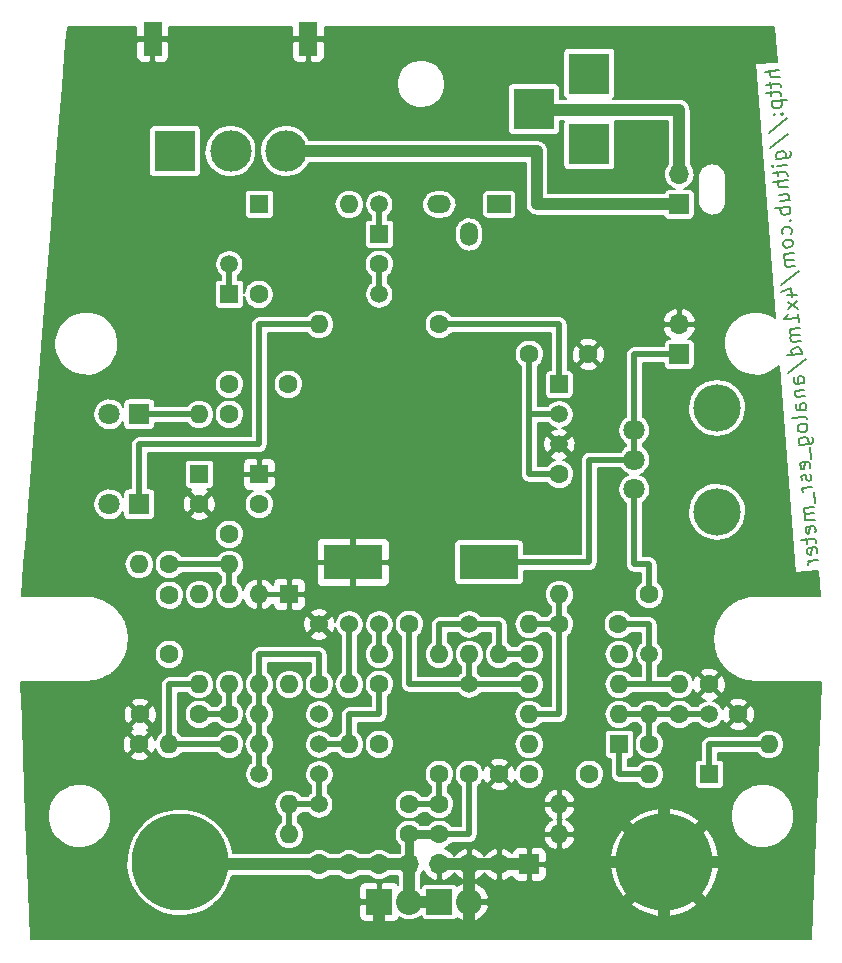
<source format=gbr>
G04 #@! TF.FileFunction,Copper,L2,Bot,Signal*
%FSLAX46Y46*%
G04 Gerber Fmt 4.6, Leading zero omitted, Abs format (unit mm)*
G04 Created by KiCad (PCBNEW 4.0.7-e2-6376~58~ubuntu16.04.1) date Mon Jan 29 21:47:01 2018*
%MOMM*%
%LPD*%
G01*
G04 APERTURE LIST*
%ADD10C,0.100000*%
%ADD11C,0.200000*%
%ADD12C,1.600000*%
%ADD13O,1.600000X1.600000*%
%ADD14C,1.524000*%
%ADD15C,1.800000*%
%ADD16O,4.000000X4.000000*%
%ADD17R,1.600000X1.600000*%
%ADD18R,1.700000X1.700000*%
%ADD19O,1.700000X1.700000*%
%ADD20O,1.500000X2.000000*%
%ADD21R,2.000000X1.500000*%
%ADD22O,2.000000X1.500000*%
%ADD23C,1.520000*%
%ADD24R,1.520000X1.520000*%
%ADD25C,1.500000*%
%ADD26C,8.200000*%
%ADD27R,1.600000X2.850000*%
%ADD28R,3.500000X3.500000*%
%ADD29C,3.500000*%
%ADD30R,1.800000X1.800000*%
%ADD31R,5.000000X3.000000*%
%ADD32R,2.200000X2.200000*%
%ADD33O,2.200000X2.200000*%
%ADD34C,0.600000*%
%ADD35C,0.500000*%
%ADD36C,1.000000*%
%ADD37C,0.750000*%
G04 APERTURE END LIST*
D10*
D11*
X183724498Y-52152182D02*
X182478351Y-52250256D01*
X183766530Y-52686245D02*
X183113786Y-52737617D01*
X182990436Y-52687617D01*
X182921755Y-52573607D01*
X182907745Y-52395585D01*
X182957745Y-52272235D01*
X183012414Y-52208224D01*
X182968457Y-53167010D02*
X183005818Y-53641732D01*
X182567085Y-53377721D02*
X183635211Y-53293658D01*
X183758561Y-53343658D01*
X183827242Y-53457668D01*
X183836583Y-53576349D01*
X183024499Y-53879094D02*
X183061861Y-54353816D01*
X182623127Y-54089806D02*
X183691253Y-54005742D01*
X183814604Y-54055742D01*
X183883284Y-54169752D01*
X183892625Y-54288433D01*
X183094552Y-54769198D02*
X184340699Y-54671124D01*
X183153892Y-54764528D02*
X183103892Y-54887879D01*
X183122573Y-55125240D01*
X183191254Y-55239251D01*
X183255264Y-55293921D01*
X183378615Y-55343921D01*
X183734657Y-55315900D01*
X183848668Y-55247219D01*
X183903337Y-55183209D01*
X183953337Y-55059858D01*
X183934656Y-54822497D01*
X183865976Y-54708486D01*
X183895370Y-55840622D02*
X183959379Y-55895292D01*
X184014050Y-55831281D01*
X183950039Y-55776611D01*
X183895370Y-55840622D01*
X184014050Y-55831281D01*
X183242626Y-55891994D02*
X183306636Y-55946664D01*
X183361306Y-55882653D01*
X183297295Y-55827983D01*
X183242626Y-55891994D01*
X183361306Y-55882653D01*
X182825317Y-57417533D02*
X184343442Y-56223313D01*
X182928061Y-58723020D02*
X184446186Y-57528800D01*
X183477507Y-59635104D02*
X184486293Y-59555711D01*
X184600303Y-59487031D01*
X184654973Y-59423020D01*
X184704973Y-59299669D01*
X184690962Y-59121649D01*
X184622282Y-59007638D01*
X184248931Y-59574392D02*
X184298931Y-59451041D01*
X184280250Y-59213679D01*
X184211569Y-59099670D01*
X184147560Y-59044999D01*
X184024208Y-58994999D01*
X183668166Y-59023020D01*
X183554155Y-59091701D01*
X183499486Y-59155712D01*
X183449486Y-59279062D01*
X183468167Y-59516424D01*
X183536848Y-59630434D01*
X184354973Y-60163125D02*
X183524209Y-60228507D01*
X183108826Y-60261198D02*
X183163497Y-60197188D01*
X183227507Y-60251858D01*
X183172837Y-60315869D01*
X183108826Y-60261198D01*
X183227507Y-60251858D01*
X183556900Y-60643890D02*
X183594262Y-61118612D01*
X183155528Y-60854601D02*
X184223654Y-60770538D01*
X184347005Y-60820538D01*
X184415685Y-60934548D01*
X184425026Y-61053229D01*
X184457717Y-61468612D02*
X183211570Y-61566686D01*
X184499749Y-62002674D02*
X183847005Y-62054046D01*
X183723655Y-62004047D01*
X183654974Y-61890036D01*
X183640963Y-61712015D01*
X183690964Y-61588665D01*
X183745633Y-61524654D01*
X183757718Y-63195522D02*
X184588482Y-63130140D01*
X183715686Y-62661460D02*
X184368430Y-62610088D01*
X184491780Y-62660088D01*
X184560461Y-62774098D01*
X184574472Y-62952119D01*
X184524472Y-63075471D01*
X184469802Y-63139480D01*
X184635184Y-63723543D02*
X183389037Y-63821617D01*
X183863760Y-63784255D02*
X183813760Y-63907607D01*
X183832441Y-64144968D01*
X183901122Y-64258978D01*
X183965132Y-64313648D01*
X184088483Y-64363648D01*
X184444525Y-64335627D01*
X184558536Y-64266946D01*
X184613205Y-64202936D01*
X184663205Y-64079585D01*
X184644524Y-63842224D01*
X184575844Y-63728213D01*
X184605237Y-64860349D02*
X184669247Y-64915019D01*
X184723917Y-64851009D01*
X184659907Y-64796338D01*
X184605237Y-64860349D01*
X184723917Y-64851009D01*
X184753310Y-65983145D02*
X184803311Y-65859794D01*
X184784630Y-65622432D01*
X184715949Y-65508422D01*
X184651939Y-65453752D01*
X184528588Y-65403752D01*
X184172546Y-65431773D01*
X184058535Y-65500454D01*
X184003866Y-65564465D01*
X183953866Y-65687815D01*
X183972547Y-65925177D01*
X184041227Y-66039187D01*
X184868693Y-66690558D02*
X184800012Y-66576549D01*
X184736003Y-66521878D01*
X184612651Y-66471878D01*
X184256609Y-66499899D01*
X184142599Y-66568580D01*
X184087929Y-66632591D01*
X184037929Y-66755941D01*
X184051940Y-66933963D01*
X184120621Y-67047973D01*
X184184630Y-67102643D01*
X184307981Y-67152643D01*
X184664023Y-67124622D01*
X184778034Y-67055941D01*
X184832704Y-66991931D01*
X184882704Y-66868580D01*
X184868693Y-66690558D01*
X184943416Y-67640004D02*
X184112652Y-67705386D01*
X184231332Y-67696046D02*
X184176663Y-67760056D01*
X184126663Y-67883407D01*
X184140673Y-68061428D01*
X184209354Y-68175439D01*
X184332704Y-68225438D01*
X184985448Y-68174066D01*
X184332704Y-68225438D02*
X184218694Y-68294119D01*
X184168694Y-68417470D01*
X184182705Y-68595491D01*
X184251386Y-68709502D01*
X184374736Y-68759502D01*
X185027480Y-68708130D01*
X183838747Y-70294381D02*
X185356872Y-69100161D01*
X184388193Y-71206465D02*
X185218957Y-71141083D01*
X183890119Y-70947125D02*
X184756874Y-70580371D01*
X184817586Y-71351795D01*
X185260989Y-71675145D02*
X184481597Y-72393271D01*
X184430225Y-71740528D02*
X185312361Y-72327889D01*
X185401094Y-73455355D02*
X185345052Y-72743271D01*
X185373073Y-73099313D02*
X184126926Y-73197387D01*
X184295608Y-73064696D01*
X184404947Y-72936675D01*
X184454947Y-72813324D01*
X185443126Y-73989418D02*
X184612362Y-74054800D01*
X184731042Y-74045460D02*
X184676372Y-74109471D01*
X184626372Y-74232821D01*
X184640383Y-74410843D01*
X184709064Y-74524853D01*
X184832414Y-74574853D01*
X185485158Y-74523480D01*
X184832414Y-74574853D02*
X184718404Y-74643533D01*
X184668404Y-74766885D01*
X184682415Y-74944905D01*
X184751095Y-75058916D01*
X184874446Y-75108916D01*
X185527189Y-75057544D01*
X185615923Y-76185010D02*
X184369776Y-76283084D01*
X185556582Y-76189680D02*
X185606582Y-76066330D01*
X185587902Y-75828968D01*
X185519221Y-75714958D01*
X185455211Y-75660287D01*
X185331860Y-75610287D01*
X184975818Y-75638308D01*
X184861807Y-75706989D01*
X184807138Y-75771000D01*
X184757137Y-75894350D01*
X184775818Y-76131712D01*
X184844499Y-76245722D01*
X184427190Y-77771261D02*
X185945316Y-76577041D01*
X185807400Y-78617963D02*
X185154657Y-78669335D01*
X185031307Y-78619335D01*
X184962626Y-78505325D01*
X184943945Y-78267964D01*
X184993945Y-78144612D01*
X185748060Y-78622633D02*
X185798060Y-78499283D01*
X185774709Y-78202581D01*
X185706028Y-78088570D01*
X185582678Y-78038570D01*
X185463997Y-78047910D01*
X185349987Y-78116591D01*
X185299987Y-78239942D01*
X185323338Y-78536644D01*
X185273338Y-78659994D01*
X185023338Y-79276748D02*
X185854102Y-79211366D01*
X185142018Y-79267408D02*
X185087349Y-79331418D01*
X185037349Y-79454769D01*
X185051359Y-79632790D01*
X185120040Y-79746801D01*
X185243390Y-79796800D01*
X185896134Y-79745428D01*
X185984867Y-80872894D02*
X185332124Y-80924266D01*
X185208773Y-80874267D01*
X185140093Y-80760256D01*
X185121412Y-80522895D01*
X185171412Y-80399544D01*
X185925527Y-80877564D02*
X185975527Y-80754214D01*
X185952176Y-80457512D01*
X185883495Y-80343501D01*
X185760145Y-80293501D01*
X185641464Y-80302842D01*
X185527454Y-80371522D01*
X185477454Y-80494874D01*
X185500805Y-80791575D01*
X185450805Y-80914925D01*
X186045580Y-81644317D02*
X185976899Y-81530308D01*
X185853549Y-81480307D01*
X184785422Y-81564371D01*
X186096952Y-82297061D02*
X186028271Y-82183051D01*
X185964261Y-82128381D01*
X185840910Y-82078381D01*
X185484868Y-82106402D01*
X185370857Y-82175083D01*
X185316188Y-82239093D01*
X185266187Y-82362444D01*
X185280198Y-82540465D01*
X185348879Y-82654476D01*
X185412889Y-82709145D01*
X185536240Y-82759145D01*
X185892282Y-82731124D01*
X186006293Y-82662443D01*
X186060962Y-82598434D01*
X186110962Y-82475083D01*
X186096952Y-82297061D01*
X185382942Y-83845951D02*
X186391728Y-83766558D01*
X186505738Y-83697878D01*
X186560408Y-83633868D01*
X186610408Y-83510516D01*
X186596397Y-83332496D01*
X186527717Y-83218485D01*
X186154366Y-83785239D02*
X186204366Y-83661889D01*
X186185685Y-83424527D01*
X186117004Y-83310517D01*
X186052995Y-83255846D01*
X185929643Y-83205846D01*
X185573601Y-83233867D01*
X185459590Y-83302548D01*
X185404921Y-83366559D01*
X185354921Y-83489909D01*
X185373602Y-83727271D01*
X185442283Y-83841281D01*
X186355738Y-84067930D02*
X186430461Y-85017375D01*
X186313152Y-85802810D02*
X186363152Y-85679459D01*
X186344471Y-85442098D01*
X186275790Y-85328087D01*
X186152440Y-85278087D01*
X185677717Y-85315448D01*
X185563707Y-85384129D01*
X185513707Y-85507480D01*
X185532388Y-85744842D01*
X185601069Y-85858852D01*
X185724419Y-85908852D01*
X185843100Y-85899511D01*
X185915079Y-85296768D01*
X186355184Y-86336873D02*
X186423865Y-86450884D01*
X186442545Y-86688245D01*
X186392545Y-86811596D01*
X186278535Y-86880277D01*
X186219195Y-86884947D01*
X186095844Y-86834947D01*
X186027164Y-86720936D01*
X186013153Y-86542915D01*
X185944472Y-86428905D01*
X185821121Y-86378904D01*
X185761781Y-86383575D01*
X185647771Y-86452255D01*
X185597771Y-86575607D01*
X185611781Y-86753627D01*
X185680462Y-86867638D01*
X186498587Y-87400329D02*
X185667823Y-87465711D01*
X185905184Y-87447031D02*
X185791174Y-87515711D01*
X185736504Y-87579722D01*
X185686504Y-87703072D01*
X185695844Y-87821753D01*
X186654630Y-87865711D02*
X186729353Y-88815156D01*
X186634023Y-89121198D02*
X185803259Y-89186581D01*
X185921939Y-89177241D02*
X185867269Y-89241251D01*
X185817269Y-89364602D01*
X185831280Y-89542623D01*
X185899961Y-89656634D01*
X186023311Y-89706633D01*
X186676054Y-89655261D01*
X186023311Y-89706633D02*
X185909301Y-89775314D01*
X185859301Y-89898665D01*
X185873311Y-90076686D01*
X185941992Y-90190696D01*
X186065343Y-90240697D01*
X186718086Y-90189325D01*
X186742809Y-91262121D02*
X186792809Y-91138770D01*
X186774128Y-90901409D01*
X186705448Y-90787398D01*
X186582097Y-90737398D01*
X186107374Y-90774759D01*
X185993364Y-90843440D01*
X185943364Y-90966791D01*
X185962045Y-91204152D01*
X186030726Y-91318163D01*
X186154076Y-91368162D01*
X186272757Y-91358822D01*
X186344736Y-90756078D01*
X186004077Y-91738216D02*
X186041438Y-92212938D01*
X185602705Y-91948928D02*
X186670831Y-91864864D01*
X186794181Y-91914865D01*
X186862862Y-92028874D01*
X186872202Y-92147555D01*
X186882915Y-93042331D02*
X186932915Y-92918980D01*
X186914234Y-92681619D01*
X186845553Y-92567608D01*
X186722203Y-92517608D01*
X186247480Y-92554969D01*
X186133470Y-92623650D01*
X186083470Y-92747001D01*
X186102151Y-92984362D01*
X186170832Y-93098373D01*
X186294182Y-93148372D01*
X186412863Y-93139032D01*
X186484842Y-92536289D01*
X186988957Y-93631064D02*
X186158193Y-93696447D01*
X186395554Y-93677766D02*
X186281543Y-93746447D01*
X186226874Y-93810457D01*
X186176874Y-93933808D01*
X186186214Y-94052489D01*
D12*
X149860000Y-104140000D03*
D13*
X149860000Y-101600000D03*
D14*
X147320000Y-99060000D03*
X144780000Y-99060000D03*
X149860000Y-99060000D03*
D15*
X171450000Y-82630000D03*
X171450000Y-85130000D03*
X171450000Y-87630000D03*
D16*
X178450000Y-80730000D03*
X178450000Y-89530000D03*
D14*
X144780000Y-109220000D03*
X144780000Y-106680000D03*
X144780000Y-111760000D03*
D17*
X134620000Y-86360000D03*
D12*
X134620000Y-88860000D03*
D17*
X139700000Y-86360000D03*
D12*
X139700000Y-88900000D03*
D17*
X137160000Y-71120000D03*
D12*
X139660000Y-71120000D03*
D17*
X149860000Y-66040000D03*
D12*
X149860000Y-68580000D03*
D17*
X139700000Y-63500000D03*
D13*
X147320000Y-63500000D03*
D18*
X175260000Y-63500000D03*
D19*
X175260000Y-60960000D03*
D12*
X152400000Y-116840000D03*
D13*
X142240000Y-116840000D03*
D12*
X154940000Y-116840000D03*
D13*
X165100000Y-116840000D03*
D12*
X152400000Y-114300000D03*
D13*
X142240000Y-114300000D03*
D12*
X154940000Y-114300000D03*
D13*
X165100000Y-114300000D03*
D12*
X165100000Y-86360000D03*
D13*
X165100000Y-96520000D03*
D12*
X172720000Y-96520000D03*
D13*
X172720000Y-106680000D03*
D18*
X175260000Y-76200000D03*
D19*
X175260000Y-73660000D03*
D20*
X157480000Y-66040000D03*
D21*
X160020000Y-63500000D03*
D22*
X154940000Y-63500000D03*
D23*
X165100000Y-81280000D03*
X165100000Y-83820000D03*
D24*
X165100000Y-78740000D03*
D12*
X134620000Y-106680000D03*
X129620000Y-106680000D03*
X162560000Y-76200000D03*
X167560000Y-76200000D03*
X165100000Y-99060000D03*
X170100000Y-99060000D03*
X175260000Y-106680000D03*
X180260000Y-106680000D03*
X137160000Y-78740000D03*
X142160000Y-78740000D03*
D17*
X142240000Y-96520000D03*
D13*
X134620000Y-104140000D03*
X139700000Y-96520000D03*
X137160000Y-104140000D03*
X137160000Y-96520000D03*
X139700000Y-104140000D03*
X134620000Y-96520000D03*
X142240000Y-104140000D03*
D17*
X170180000Y-109220000D03*
D13*
X162560000Y-101600000D03*
X170180000Y-106680000D03*
X162560000Y-104140000D03*
X170180000Y-104140000D03*
X162560000Y-106680000D03*
X170180000Y-101600000D03*
X162560000Y-109220000D03*
D25*
X139700000Y-111760000D03*
X144780000Y-114300000D03*
X157480000Y-99060000D03*
X157480000Y-104140000D03*
X172720000Y-101600000D03*
X142240000Y-68580000D03*
X137160000Y-68580000D03*
X149860000Y-71120000D03*
X149860000Y-63500000D03*
X177800000Y-106680000D03*
D12*
X132080000Y-101600000D03*
X132080000Y-96600000D03*
X162560000Y-111760000D03*
X167640000Y-111760000D03*
D26*
X133000000Y-119200000D03*
X174000000Y-119200000D03*
D27*
X130660000Y-49500000D03*
X143860000Y-49500000D03*
D28*
X132560000Y-59000000D03*
D29*
X137260000Y-59000000D03*
X141960000Y-59000000D03*
D12*
X129540000Y-109220000D03*
D13*
X132080000Y-109220000D03*
D12*
X137160000Y-109220000D03*
D13*
X139700000Y-109220000D03*
D12*
X137160000Y-106680000D03*
D13*
X139700000Y-106680000D03*
D12*
X144780000Y-104140000D03*
D13*
X147320000Y-104140000D03*
D12*
X149860000Y-109220000D03*
D13*
X147320000Y-109220000D03*
D12*
X157480000Y-111760000D03*
D13*
X157480000Y-101600000D03*
D12*
X154940000Y-111760000D03*
D13*
X154940000Y-101600000D03*
D12*
X152400000Y-99060000D03*
D13*
X162560000Y-99060000D03*
D30*
X129540000Y-88900000D03*
D15*
X127000000Y-88900000D03*
D30*
X129540000Y-81280000D03*
D15*
X127000000Y-81280000D03*
D12*
X132080000Y-93980000D03*
D13*
X129540000Y-93980000D03*
D12*
X137160000Y-91440000D03*
D13*
X137160000Y-93980000D03*
D12*
X177800000Y-104140000D03*
D13*
X175260000Y-104140000D03*
D12*
X137160000Y-81280000D03*
D13*
X134620000Y-81280000D03*
D12*
X160020000Y-111760000D03*
D13*
X160020000Y-101600000D03*
D31*
X147650000Y-93810000D03*
X159150000Y-93810000D03*
D12*
X154940000Y-73660000D03*
D13*
X144780000Y-73660000D03*
D28*
X167640000Y-58420000D03*
X167640000Y-52420000D03*
X162940000Y-55420000D03*
D17*
X177800000Y-111760000D03*
D13*
X172720000Y-111760000D03*
D12*
X172720000Y-109220000D03*
D13*
X182880000Y-109220000D03*
D18*
X162560000Y-119380000D03*
D19*
X160020000Y-119380000D03*
X157480000Y-119380000D03*
X154940000Y-119380000D03*
X152400000Y-119380000D03*
X149860000Y-119380000D03*
X147320000Y-119380000D03*
X144780000Y-119380000D03*
D32*
X149860000Y-122555000D03*
D33*
X152400000Y-122555000D03*
D32*
X154940000Y-122555000D03*
D33*
X157480000Y-122555000D03*
D34*
X162560000Y-119380000D03*
D35*
X137160000Y-104140000D02*
X137160000Y-106680000D01*
X137160000Y-106680000D02*
X134620000Y-106680000D01*
X162560000Y-81280000D02*
X162560000Y-76200000D01*
X165100000Y-86360000D02*
X162560000Y-86360000D01*
X162560000Y-81280000D02*
X165100000Y-81280000D01*
X162560000Y-86360000D02*
X162560000Y-81280000D01*
D36*
X149860000Y-122555000D02*
X149860000Y-125095000D01*
X157480000Y-125095000D02*
X157480000Y-122555000D01*
X149860000Y-125095000D02*
X157480000Y-125095000D01*
X157480000Y-122555000D02*
X157480000Y-119380000D01*
X157480000Y-119380000D02*
X160020000Y-119380000D01*
X160020000Y-119380000D02*
X162560000Y-119380000D01*
X154940000Y-119380000D02*
X157480000Y-119380000D01*
X174000000Y-119200000D02*
X178890000Y-119200000D01*
X174000000Y-119200000D02*
X174000000Y-114310000D01*
X174000000Y-114310000D02*
X173990000Y-114300000D01*
X174000000Y-124450000D02*
X173990000Y-124460000D01*
X174000000Y-119200000D02*
X174000000Y-124450000D01*
X174000000Y-119200000D02*
X169090000Y-119200000D01*
X174170000Y-119200000D02*
X177800000Y-115570000D01*
X174000000Y-119200000D02*
X174000000Y-119390000D01*
X174000000Y-119390000D02*
X177800000Y-123190000D01*
X174000000Y-119200000D02*
X173810000Y-119200000D01*
X173810000Y-119200000D02*
X170180000Y-115570000D01*
X174000000Y-119200000D02*
X174000000Y-119370000D01*
X174000000Y-119370000D02*
X170180000Y-123190000D01*
X174000000Y-119200000D02*
X174170000Y-119200000D01*
D35*
X177800000Y-106680000D02*
X175260000Y-106680000D01*
X172720000Y-109220000D02*
X172720000Y-106680000D01*
X170180000Y-106680000D02*
X172720000Y-106680000D01*
X172720000Y-106680000D02*
X175260000Y-106680000D01*
D36*
X175260000Y-60960000D02*
X175260000Y-55500000D01*
X175260000Y-55500000D02*
X162940000Y-55500000D01*
D35*
X147320000Y-99060000D02*
X147320000Y-104140000D01*
X149860000Y-99060000D02*
X149860000Y-101600000D01*
X154940000Y-111760000D02*
X154940000Y-114300000D01*
X154940000Y-114300000D02*
X152400000Y-114300000D01*
X172720000Y-104140000D02*
X175260000Y-104140000D01*
X170100000Y-99060000D02*
X172720000Y-99060000D01*
X172720000Y-99060000D02*
X172720000Y-101600000D01*
X172720000Y-101600000D02*
X172720000Y-104140000D01*
X172720000Y-104140000D02*
X170180000Y-104140000D01*
X170180000Y-109220000D02*
X170180000Y-111760000D01*
X170180000Y-111760000D02*
X172720000Y-111760000D01*
X144780000Y-109220000D02*
X147320000Y-109220000D01*
X147320000Y-106680000D02*
X149860000Y-106680000D01*
X147320000Y-109220000D02*
X147320000Y-106680000D01*
X149860000Y-104140000D02*
X149860000Y-106680000D01*
X142240000Y-114300000D02*
X144780000Y-114300000D01*
X144780000Y-114300000D02*
X144780000Y-111760000D01*
X142240000Y-116840000D02*
X142240000Y-114300000D01*
X162560000Y-99060000D02*
X165100000Y-99060000D01*
X165100000Y-99060000D02*
X165100000Y-96520000D01*
X165100000Y-99060000D02*
X165100000Y-106680000D01*
X165100000Y-106680000D02*
X162560000Y-106680000D01*
X149860000Y-71120000D02*
X149860000Y-68580000D01*
X144780000Y-73660000D02*
X142240000Y-73660000D01*
X129540000Y-83820000D02*
X139700000Y-83820000D01*
X129540000Y-83820000D02*
X129540000Y-88900000D01*
X139700000Y-83820000D02*
X139700000Y-73660000D01*
X139700000Y-73660000D02*
X142240000Y-73660000D01*
X171450000Y-85130000D02*
X167640000Y-85130000D01*
X159150000Y-93810000D02*
X167640000Y-93810000D01*
X167640000Y-85130000D02*
X167640000Y-93810000D01*
X171450000Y-76200000D02*
X175260000Y-76200000D01*
X171450000Y-82630000D02*
X171450000Y-76200000D01*
X171450000Y-82630000D02*
X171450000Y-83820000D01*
X171450000Y-83820000D02*
X171450000Y-85130000D01*
X137160000Y-109220000D02*
X132080000Y-109220000D01*
X132080000Y-109220000D02*
X132080000Y-104140000D01*
X132080000Y-104140000D02*
X134620000Y-104140000D01*
X144780000Y-104140000D02*
X144780000Y-101600000D01*
X144780000Y-101600000D02*
X139700000Y-101600000D01*
X139700000Y-101600000D02*
X139700000Y-104140000D01*
X139700000Y-109220000D02*
X139700000Y-111760000D01*
X139700000Y-104140000D02*
X139700000Y-106680000D01*
X139700000Y-106680000D02*
X139700000Y-109220000D01*
X132080000Y-93980000D02*
X137160000Y-93980000D01*
X137160000Y-93980000D02*
X137160000Y-96520000D01*
X162560000Y-104140000D02*
X157480000Y-104140000D01*
X157480000Y-104140000D02*
X157480000Y-101600000D01*
X157480000Y-104140000D02*
X152400000Y-104140000D01*
X152400000Y-104140000D02*
X152400000Y-99060000D01*
X157480000Y-99060000D02*
X154940000Y-99060000D01*
X154940000Y-99060000D02*
X154940000Y-101600000D01*
X157480000Y-99060000D02*
X160020000Y-99060000D01*
X162560000Y-101600000D02*
X160020000Y-101600000D01*
X160020000Y-101600000D02*
X160020000Y-99060000D01*
X172720000Y-93980000D02*
X172720000Y-96520000D01*
X172720000Y-93980000D02*
X171450000Y-93980000D01*
X171450000Y-93980000D02*
X171450000Y-87630000D01*
X154940000Y-73660000D02*
X165100000Y-73660000D01*
X165100000Y-73660000D02*
X165100000Y-78740000D01*
X134620000Y-81280000D02*
X129540000Y-81280000D01*
X177800000Y-111760000D02*
X177800000Y-109220000D01*
X177800000Y-109220000D02*
X182880000Y-109220000D01*
X157480000Y-111760000D02*
X157480000Y-116840000D01*
X157480000Y-116840000D02*
X154940000Y-116840000D01*
D36*
X144780000Y-119380000D02*
X147320000Y-119380000D01*
X147320000Y-119380000D02*
X149860000Y-119380000D01*
X144780000Y-119380000D02*
X130840000Y-119380000D01*
D37*
X130840000Y-119380000D02*
X133000000Y-119000000D01*
D36*
X152400000Y-119380000D02*
X152400000Y-122555000D01*
X152400000Y-122555000D02*
X154940000Y-122555000D01*
D37*
X152400000Y-116840000D02*
X152400000Y-119380000D01*
X152400000Y-116840000D02*
X154940000Y-116840000D01*
D36*
X149860000Y-119380000D02*
X152400000Y-119380000D01*
D35*
X149860000Y-66040000D02*
X149860000Y-63500000D01*
D36*
X163195000Y-59000000D02*
X163195000Y-63500000D01*
X163195000Y-63500000D02*
X175260000Y-63500000D01*
X141960000Y-59000000D02*
X162560000Y-59000000D01*
X162560000Y-59000000D02*
X163195000Y-59000000D01*
D35*
X137160000Y-71120000D02*
X137160000Y-68580000D01*
D11*
G36*
X129252000Y-49198000D02*
X129404000Y-49350000D01*
X130510000Y-49350000D01*
X130510000Y-49330000D01*
X130810000Y-49330000D01*
X130810000Y-49350000D01*
X131916000Y-49350000D01*
X132068000Y-49198000D01*
X132068000Y-48500000D01*
X142452000Y-48500000D01*
X142452000Y-49198000D01*
X142604000Y-49350000D01*
X143710000Y-49350000D01*
X143710000Y-49330000D01*
X144010000Y-49330000D01*
X144010000Y-49350000D01*
X145116000Y-49350000D01*
X145268000Y-49198000D01*
X145268000Y-48500000D01*
X183316035Y-48500000D01*
X183551177Y-51415891D01*
X181681501Y-51563038D01*
X183379709Y-73140814D01*
X183020399Y-72898457D01*
X182532275Y-72693269D01*
X182013592Y-72586798D01*
X181484108Y-72583102D01*
X180963990Y-72682320D01*
X180473048Y-72880673D01*
X180029984Y-73170606D01*
X179651672Y-73541076D01*
X179352524Y-73977971D01*
X179143933Y-74464651D01*
X179033844Y-74982578D01*
X179026451Y-75512023D01*
X179122035Y-76032822D01*
X179316956Y-76525136D01*
X179603789Y-76970214D01*
X179971609Y-77351102D01*
X180406406Y-77653293D01*
X180891617Y-77865277D01*
X181408762Y-77978979D01*
X181938144Y-77990068D01*
X182459597Y-77898122D01*
X182953260Y-77706642D01*
X183400329Y-77422924D01*
X183694659Y-77142637D01*
X185077285Y-94710570D01*
X187030140Y-94556877D01*
X187196460Y-96619337D01*
X181762789Y-96619337D01*
X181762667Y-96619349D01*
X181759302Y-96619349D01*
X181715143Y-96619657D01*
X181692546Y-96622032D01*
X181669839Y-96622032D01*
X181662896Y-96622761D01*
X181049486Y-96691566D01*
X181005126Y-96700995D01*
X180960704Y-96709791D01*
X180954043Y-96711852D01*
X180954036Y-96711854D01*
X180954030Y-96711857D01*
X180365674Y-96898495D01*
X180323996Y-96916358D01*
X180282123Y-96933617D01*
X180275991Y-96936932D01*
X180275982Y-96936936D01*
X180275975Y-96936941D01*
X179735077Y-97234302D01*
X179697645Y-97259932D01*
X179659940Y-97284983D01*
X179654566Y-97289428D01*
X179654560Y-97289432D01*
X179654555Y-97289437D01*
X179181715Y-97686196D01*
X179149980Y-97718603D01*
X179117851Y-97750508D01*
X179113443Y-97755912D01*
X179113439Y-97755916D01*
X179113438Y-97755918D01*
X178726665Y-98236969D01*
X178701864Y-98274868D01*
X178676510Y-98312457D01*
X178673233Y-98318621D01*
X178387260Y-98865635D01*
X178370277Y-98907669D01*
X178352722Y-98949431D01*
X178350706Y-98956106D01*
X178350704Y-98956112D01*
X178350704Y-98956114D01*
X178176428Y-99548256D01*
X178167931Y-99592795D01*
X178158824Y-99637162D01*
X178158144Y-99644099D01*
X178158142Y-99644110D01*
X178158142Y-99644120D01*
X178102199Y-100258825D01*
X178102515Y-100304142D01*
X178102199Y-100349459D01*
X178102880Y-100356406D01*
X178167401Y-100970280D01*
X178176521Y-101014711D01*
X178185005Y-101059186D01*
X178187020Y-101065860D01*
X178187022Y-101065870D01*
X178187026Y-101065879D01*
X178369550Y-101655521D01*
X178387126Y-101697333D01*
X178404088Y-101739315D01*
X178407360Y-101745470D01*
X178407364Y-101745479D01*
X178407369Y-101745486D01*
X178700947Y-102288448D01*
X178726295Y-102326027D01*
X178751102Y-102363937D01*
X178755514Y-102369347D01*
X179148968Y-102844951D01*
X179181132Y-102876891D01*
X179212831Y-102909261D01*
X179218210Y-102913711D01*
X179696549Y-103303835D01*
X179734311Y-103328924D01*
X179771687Y-103354516D01*
X179777828Y-103357837D01*
X180322832Y-103647621D01*
X180364763Y-103664904D01*
X180406384Y-103682742D01*
X180413045Y-103684805D01*
X180413051Y-103684807D01*
X180413057Y-103684808D01*
X181003964Y-103863213D01*
X181048431Y-103872018D01*
X181092744Y-103881437D01*
X181099687Y-103882167D01*
X181713997Y-103942401D01*
X181734981Y-103942401D01*
X181755808Y-103944737D01*
X181762789Y-103944786D01*
X187235507Y-103944786D01*
X186407357Y-125681137D01*
X120369981Y-125681137D01*
X120137628Y-119582576D01*
X128444019Y-119582576D01*
X128605096Y-120460218D01*
X128933574Y-121289859D01*
X129416941Y-122039898D01*
X130036785Y-122681765D01*
X130769498Y-123191014D01*
X131587169Y-123548246D01*
X132458655Y-123739854D01*
X133350761Y-123758541D01*
X134229506Y-123603595D01*
X135061419Y-123280917D01*
X135729405Y-122857000D01*
X148152000Y-122857000D01*
X148152000Y-123714883D01*
X148175365Y-123832347D01*
X148221197Y-123942996D01*
X148287735Y-124042577D01*
X148372422Y-124127264D01*
X148472004Y-124193803D01*
X148582653Y-124239635D01*
X148700117Y-124263000D01*
X149558000Y-124263000D01*
X149710000Y-124111000D01*
X149710000Y-122705000D01*
X148304000Y-122705000D01*
X148152000Y-122857000D01*
X135729405Y-122857000D01*
X135814814Y-122802798D01*
X136460994Y-122187449D01*
X136975345Y-121458310D01*
X137003480Y-121395117D01*
X148152000Y-121395117D01*
X148152000Y-122253000D01*
X148304000Y-122405000D01*
X149710000Y-122405000D01*
X149710000Y-120999000D01*
X149558000Y-120847000D01*
X148700117Y-120847000D01*
X148582653Y-120870365D01*
X148472004Y-120916197D01*
X148372422Y-120982736D01*
X148287735Y-121067423D01*
X148221197Y-121167004D01*
X148175365Y-121277653D01*
X148152000Y-121395117D01*
X137003480Y-121395117D01*
X137338276Y-120643152D01*
X137409422Y-120330000D01*
X143891024Y-120330000D01*
X144053049Y-120464039D01*
X144276230Y-120584712D01*
X144518599Y-120659738D01*
X144770924Y-120686258D01*
X145023596Y-120663263D01*
X145266989Y-120591629D01*
X145491832Y-120474084D01*
X145671035Y-120330000D01*
X146431024Y-120330000D01*
X146593049Y-120464039D01*
X146816230Y-120584712D01*
X147058599Y-120659738D01*
X147310924Y-120686258D01*
X147563596Y-120663263D01*
X147806989Y-120591629D01*
X148031832Y-120474084D01*
X148211035Y-120330000D01*
X148971024Y-120330000D01*
X149133049Y-120464039D01*
X149356230Y-120584712D01*
X149598599Y-120659738D01*
X149850924Y-120686258D01*
X150103596Y-120663263D01*
X150346989Y-120591629D01*
X150571832Y-120474084D01*
X150751035Y-120330000D01*
X151450000Y-120330000D01*
X151450000Y-121093965D01*
X151432265Y-121067423D01*
X151347578Y-120982736D01*
X151247996Y-120916197D01*
X151137347Y-120870365D01*
X151019883Y-120847000D01*
X150162000Y-120847000D01*
X150010000Y-120999000D01*
X150010000Y-122405000D01*
X150030000Y-122405000D01*
X150030000Y-122705000D01*
X150010000Y-122705000D01*
X150010000Y-124111000D01*
X150162000Y-124263000D01*
X151019883Y-124263000D01*
X151137347Y-124239635D01*
X151247996Y-124193803D01*
X151347578Y-124127264D01*
X151432265Y-124042577D01*
X151498803Y-123942996D01*
X151538940Y-123846097D01*
X151781890Y-123979660D01*
X152070237Y-124071129D01*
X152370859Y-124104849D01*
X152392500Y-124105000D01*
X152407500Y-124105000D01*
X152708563Y-124075480D01*
X152998159Y-123988046D01*
X153265257Y-123846028D01*
X153397182Y-123738432D01*
X153431178Y-123848205D01*
X153501189Y-123954451D01*
X153598028Y-124036986D01*
X153714026Y-124089275D01*
X153840000Y-124107177D01*
X156040000Y-124107177D01*
X156111661Y-124101463D01*
X156233205Y-124063822D01*
X156339451Y-123993811D01*
X156421986Y-123896972D01*
X156424198Y-123892064D01*
X156463121Y-123927312D01*
X156750385Y-124099327D01*
X157065688Y-124211994D01*
X157330000Y-124104406D01*
X157330000Y-122705000D01*
X157630000Y-122705000D01*
X157630000Y-124104406D01*
X157894312Y-124211994D01*
X158209615Y-124099327D01*
X158496879Y-123927312D01*
X158745065Y-123702560D01*
X158944635Y-123433708D01*
X159087920Y-123131088D01*
X159136989Y-122969311D01*
X159028753Y-122705000D01*
X157630000Y-122705000D01*
X157330000Y-122705000D01*
X157310000Y-122705000D01*
X157310000Y-122405000D01*
X157330000Y-122405000D01*
X157330000Y-121005594D01*
X157630000Y-121005594D01*
X157630000Y-122405000D01*
X159028753Y-122405000D01*
X159136989Y-122140689D01*
X159087920Y-121978912D01*
X158944635Y-121676292D01*
X158745065Y-121407440D01*
X158496879Y-121182688D01*
X158209615Y-121010673D01*
X157894312Y-120898006D01*
X157630000Y-121005594D01*
X157330000Y-121005594D01*
X157065688Y-120898006D01*
X156750385Y-121010673D01*
X156463121Y-121182688D01*
X156421519Y-121220362D01*
X156378811Y-121155549D01*
X156281972Y-121073014D01*
X156165974Y-121020725D01*
X156040000Y-121002823D01*
X153840000Y-121002823D01*
X153768339Y-121008537D01*
X153646795Y-121046178D01*
X153540549Y-121116189D01*
X153458014Y-121213028D01*
X153405725Y-121329026D01*
X153399394Y-121373574D01*
X153350000Y-121332127D01*
X153350000Y-120266912D01*
X153472648Y-120120747D01*
X153588851Y-119909373D01*
X153631287Y-120022691D01*
X153781816Y-120265659D01*
X153976854Y-120474592D01*
X154208905Y-120641460D01*
X154469051Y-120759851D01*
X154564976Y-120788943D01*
X154790000Y-120677357D01*
X154790000Y-119530000D01*
X155090000Y-119530000D01*
X155090000Y-120677357D01*
X155315024Y-120788943D01*
X155410949Y-120759851D01*
X155671095Y-120641460D01*
X155903146Y-120474592D01*
X156098184Y-120265659D01*
X156210000Y-120085177D01*
X156321816Y-120265659D01*
X156516854Y-120474592D01*
X156748905Y-120641460D01*
X157009051Y-120759851D01*
X157104976Y-120788943D01*
X157330000Y-120677357D01*
X157330000Y-119530000D01*
X157630000Y-119530000D01*
X157630000Y-120677357D01*
X157855024Y-120788943D01*
X157950949Y-120759851D01*
X158211095Y-120641460D01*
X158443146Y-120474592D01*
X158638184Y-120265659D01*
X158750000Y-120085177D01*
X158861816Y-120265659D01*
X159056854Y-120474592D01*
X159288905Y-120641460D01*
X159549051Y-120759851D01*
X159644976Y-120788943D01*
X159870000Y-120677357D01*
X159870000Y-119530000D01*
X160170000Y-119530000D01*
X160170000Y-120677357D01*
X160395024Y-120788943D01*
X160490949Y-120759851D01*
X160751095Y-120641460D01*
X160983146Y-120474592D01*
X161111410Y-120337190D01*
X161125365Y-120407347D01*
X161171197Y-120517996D01*
X161237736Y-120617578D01*
X161322423Y-120702265D01*
X161422004Y-120768803D01*
X161532653Y-120814635D01*
X161650117Y-120838000D01*
X162258000Y-120838000D01*
X162410000Y-120686000D01*
X162410000Y-119530000D01*
X162710000Y-119530000D01*
X162710000Y-120686000D01*
X162862000Y-120838000D01*
X163469883Y-120838000D01*
X163587347Y-120814635D01*
X163697996Y-120768803D01*
X163797577Y-120702265D01*
X163882264Y-120617578D01*
X163948803Y-120517996D01*
X163994635Y-120407347D01*
X164018000Y-120289883D01*
X164018000Y-119682000D01*
X163923453Y-119587453D01*
X169385943Y-119587453D01*
X169549074Y-120476283D01*
X169881739Y-121316499D01*
X170371267Y-122076098D01*
X170999013Y-122726148D01*
X171741065Y-123241888D01*
X172569160Y-123603673D01*
X173451755Y-123797724D01*
X174355232Y-123816649D01*
X175245178Y-123659728D01*
X176087696Y-123332937D01*
X176850695Y-122848723D01*
X177505111Y-122225531D01*
X178026019Y-121487097D01*
X178393577Y-120661548D01*
X178593785Y-119780330D01*
X178608197Y-118748162D01*
X178432673Y-117861697D01*
X178088309Y-117026208D01*
X177588222Y-116273517D01*
X176951462Y-115632296D01*
X176773150Y-115512023D01*
X179596451Y-115512023D01*
X179692035Y-116032822D01*
X179886956Y-116525136D01*
X180173789Y-116970214D01*
X180541609Y-117351102D01*
X180976406Y-117653293D01*
X181461617Y-117865277D01*
X181978762Y-117978979D01*
X182508144Y-117990068D01*
X183029597Y-117898122D01*
X183523260Y-117706642D01*
X183970329Y-117422924D01*
X184353776Y-117057772D01*
X184658995Y-116625096D01*
X184874361Y-116141376D01*
X184991671Y-115625037D01*
X185000116Y-115020251D01*
X184897269Y-114500838D01*
X184695493Y-114011294D01*
X184402474Y-113570264D01*
X184029372Y-113194548D01*
X183590399Y-112898457D01*
X183102275Y-112693269D01*
X182583592Y-112586798D01*
X182054108Y-112583102D01*
X181533990Y-112682320D01*
X181043048Y-112880673D01*
X180599984Y-113170606D01*
X180221672Y-113541076D01*
X179922524Y-113977971D01*
X179713933Y-114464651D01*
X179603844Y-114982578D01*
X179596451Y-115512023D01*
X176773150Y-115512023D01*
X176202281Y-115126967D01*
X175369216Y-114776778D01*
X174483998Y-114595069D01*
X173580344Y-114588760D01*
X172692675Y-114758092D01*
X171854802Y-115096615D01*
X171098639Y-115591435D01*
X170452987Y-116223703D01*
X169942441Y-116969338D01*
X169586445Y-117799938D01*
X169398560Y-118683866D01*
X169385943Y-119587453D01*
X163923453Y-119587453D01*
X163866000Y-119530000D01*
X162710000Y-119530000D01*
X162410000Y-119530000D01*
X160170000Y-119530000D01*
X159870000Y-119530000D01*
X157630000Y-119530000D01*
X157330000Y-119530000D01*
X155090000Y-119530000D01*
X154790000Y-119530000D01*
X154770000Y-119530000D01*
X154770000Y-119230000D01*
X154790000Y-119230000D01*
X154790000Y-119210000D01*
X155090000Y-119210000D01*
X155090000Y-119230000D01*
X157330000Y-119230000D01*
X157330000Y-118082643D01*
X157630000Y-118082643D01*
X157630000Y-119230000D01*
X159870000Y-119230000D01*
X159870000Y-118082643D01*
X160170000Y-118082643D01*
X160170000Y-119230000D01*
X162410000Y-119230000D01*
X162410000Y-118074000D01*
X162710000Y-118074000D01*
X162710000Y-119230000D01*
X163866000Y-119230000D01*
X164018000Y-119078000D01*
X164018000Y-118470117D01*
X163994635Y-118352653D01*
X163948803Y-118242004D01*
X163882264Y-118142422D01*
X163797577Y-118057735D01*
X163697996Y-117991197D01*
X163587347Y-117945365D01*
X163469883Y-117922000D01*
X162862000Y-117922000D01*
X162710000Y-118074000D01*
X162410000Y-118074000D01*
X162258000Y-117922000D01*
X161650117Y-117922000D01*
X161532653Y-117945365D01*
X161422004Y-117991197D01*
X161322423Y-118057735D01*
X161237736Y-118142422D01*
X161171197Y-118242004D01*
X161125365Y-118352653D01*
X161111410Y-118422810D01*
X160983146Y-118285408D01*
X160751095Y-118118540D01*
X160490949Y-118000149D01*
X160395024Y-117971057D01*
X160170000Y-118082643D01*
X159870000Y-118082643D01*
X159644976Y-117971057D01*
X159549051Y-118000149D01*
X159288905Y-118118540D01*
X159056854Y-118285408D01*
X158861816Y-118494341D01*
X158750000Y-118674823D01*
X158638184Y-118494341D01*
X158443146Y-118285408D01*
X158211095Y-118118540D01*
X157950949Y-118000149D01*
X157855024Y-117971057D01*
X157630000Y-118082643D01*
X157330000Y-118082643D01*
X157104976Y-117971057D01*
X157009051Y-118000149D01*
X156748905Y-118118540D01*
X156516854Y-118285408D01*
X156321816Y-118494341D01*
X156210000Y-118674823D01*
X156098184Y-118494341D01*
X155903146Y-118285408D01*
X155671095Y-118118540D01*
X155410949Y-118000149D01*
X155408019Y-117999260D01*
X155506324Y-117961131D01*
X155713300Y-117829779D01*
X155890822Y-117660728D01*
X155975986Y-117540000D01*
X157480000Y-117540000D01*
X157545590Y-117533569D01*
X157611167Y-117527601D01*
X157613519Y-117526909D01*
X157615964Y-117526669D01*
X157679010Y-117507634D01*
X157742225Y-117489029D01*
X157744403Y-117487890D01*
X157746749Y-117487182D01*
X157804880Y-117456274D01*
X157863294Y-117425735D01*
X157865206Y-117424198D01*
X157867374Y-117423045D01*
X157918465Y-117381376D01*
X157969764Y-117340131D01*
X157971340Y-117338253D01*
X157973244Y-117336700D01*
X158015262Y-117285909D01*
X158057579Y-117235477D01*
X158058761Y-117233326D01*
X158060326Y-117231435D01*
X158073452Y-117207159D01*
X163740714Y-117207159D01*
X163765808Y-117289901D01*
X163879215Y-117541544D01*
X164039536Y-117766227D01*
X164240610Y-117955316D01*
X164474710Y-118101544D01*
X164732840Y-118199292D01*
X164950000Y-118087993D01*
X164950000Y-116990000D01*
X165250000Y-116990000D01*
X165250000Y-118087993D01*
X165467160Y-118199292D01*
X165725290Y-118101544D01*
X165959390Y-117955316D01*
X166160464Y-117766227D01*
X166320785Y-117541544D01*
X166434192Y-117289901D01*
X166459286Y-117207159D01*
X166347011Y-116990000D01*
X165250000Y-116990000D01*
X164950000Y-116990000D01*
X163852989Y-116990000D01*
X163740714Y-117207159D01*
X158073452Y-117207159D01*
X158091653Y-117173497D01*
X158123395Y-117115759D01*
X158124137Y-117113419D01*
X158125304Y-117111261D01*
X158144795Y-117048298D01*
X158164703Y-116985538D01*
X158164976Y-116983103D01*
X158165703Y-116980755D01*
X158172592Y-116915205D01*
X158179932Y-116849774D01*
X158179965Y-116845060D01*
X158179983Y-116844887D01*
X158179967Y-116844713D01*
X158180000Y-116840000D01*
X158180000Y-114667159D01*
X163740714Y-114667159D01*
X163765808Y-114749901D01*
X163879215Y-115001544D01*
X164039536Y-115226227D01*
X164240610Y-115415316D01*
X164474710Y-115561544D01*
X164497040Y-115570000D01*
X164474710Y-115578456D01*
X164240610Y-115724684D01*
X164039536Y-115913773D01*
X163879215Y-116138456D01*
X163765808Y-116390099D01*
X163740714Y-116472841D01*
X163852989Y-116690000D01*
X164950000Y-116690000D01*
X164950000Y-115592007D01*
X164907061Y-115570000D01*
X164950000Y-115547993D01*
X164950000Y-114450000D01*
X165250000Y-114450000D01*
X165250000Y-115547993D01*
X165292939Y-115570000D01*
X165250000Y-115592007D01*
X165250000Y-116690000D01*
X166347011Y-116690000D01*
X166459286Y-116472841D01*
X166434192Y-116390099D01*
X166320785Y-116138456D01*
X166160464Y-115913773D01*
X165959390Y-115724684D01*
X165725290Y-115578456D01*
X165702960Y-115570000D01*
X165725290Y-115561544D01*
X165959390Y-115415316D01*
X166160464Y-115226227D01*
X166320785Y-115001544D01*
X166434192Y-114749901D01*
X166459286Y-114667159D01*
X166347011Y-114450000D01*
X165250000Y-114450000D01*
X164950000Y-114450000D01*
X163852989Y-114450000D01*
X163740714Y-114667159D01*
X158180000Y-114667159D01*
X158180000Y-113932841D01*
X163740714Y-113932841D01*
X163852989Y-114150000D01*
X164950000Y-114150000D01*
X164950000Y-113052007D01*
X165250000Y-113052007D01*
X165250000Y-114150000D01*
X166347011Y-114150000D01*
X166459286Y-113932841D01*
X166434192Y-113850099D01*
X166320785Y-113598456D01*
X166160464Y-113373773D01*
X165959390Y-113184684D01*
X165725290Y-113038456D01*
X165467160Y-112940708D01*
X165250000Y-113052007D01*
X164950000Y-113052007D01*
X164732840Y-112940708D01*
X164474710Y-113038456D01*
X164240610Y-113184684D01*
X164039536Y-113373773D01*
X163879215Y-113598456D01*
X163765808Y-113850099D01*
X163740714Y-113932841D01*
X158180000Y-113932841D01*
X158180000Y-112796297D01*
X158248716Y-112752688D01*
X159239444Y-112752688D01*
X159314433Y-112986324D01*
X159567235Y-113100409D01*
X159837436Y-113162984D01*
X160114652Y-113171643D01*
X160388232Y-113126053D01*
X160647660Y-113027966D01*
X160725567Y-112986324D01*
X160800556Y-112752688D01*
X160020000Y-111972132D01*
X159239444Y-112752688D01*
X158248716Y-112752688D01*
X158253300Y-112749779D01*
X158430822Y-112580728D01*
X158572127Y-112380415D01*
X158667935Y-112165228D01*
X158752034Y-112387660D01*
X158793676Y-112465567D01*
X159027312Y-112540556D01*
X159807868Y-111760000D01*
X160232132Y-111760000D01*
X161012688Y-112540556D01*
X161246324Y-112465567D01*
X161360409Y-112212765D01*
X161373099Y-112157967D01*
X161442850Y-112334137D01*
X161575643Y-112540191D01*
X161745930Y-112716529D01*
X161947225Y-112856432D01*
X162171860Y-112954573D01*
X162411279Y-113007212D01*
X162656363Y-113012346D01*
X162897776Y-112969778D01*
X163126324Y-112881131D01*
X163333300Y-112749779D01*
X163510822Y-112580728D01*
X163652127Y-112380415D01*
X163751834Y-112156470D01*
X163806144Y-111917425D01*
X163806874Y-111865103D01*
X166388357Y-111865103D01*
X166432609Y-112106214D01*
X166522850Y-112334137D01*
X166655643Y-112540191D01*
X166825930Y-112716529D01*
X167027225Y-112856432D01*
X167251860Y-112954573D01*
X167491279Y-113007212D01*
X167736363Y-113012346D01*
X167977776Y-112969778D01*
X168206324Y-112881131D01*
X168413300Y-112749779D01*
X168590822Y-112580728D01*
X168732127Y-112380415D01*
X168831834Y-112156470D01*
X168886144Y-111917425D01*
X168890053Y-111637431D01*
X168842439Y-111396962D01*
X168749025Y-111170321D01*
X168613367Y-110966141D01*
X168440635Y-110792198D01*
X168237407Y-110655119D01*
X168011424Y-110560125D01*
X167771293Y-110510833D01*
X167526161Y-110509121D01*
X167285366Y-110555056D01*
X167058078Y-110646886D01*
X166852956Y-110781114D01*
X166677811Y-110952628D01*
X166539317Y-111154894D01*
X166442747Y-111380209D01*
X166391780Y-111619990D01*
X166388357Y-111865103D01*
X163806874Y-111865103D01*
X163810053Y-111637431D01*
X163762439Y-111396962D01*
X163669025Y-111170321D01*
X163533367Y-110966141D01*
X163360635Y-110792198D01*
X163157407Y-110655119D01*
X162931424Y-110560125D01*
X162691293Y-110510833D01*
X162446161Y-110509121D01*
X162205366Y-110555056D01*
X161978078Y-110646886D01*
X161772956Y-110781114D01*
X161597811Y-110952628D01*
X161459317Y-111154894D01*
X161372808Y-111356736D01*
X161287966Y-111132340D01*
X161246324Y-111054433D01*
X161012688Y-110979444D01*
X160232132Y-111760000D01*
X159807868Y-111760000D01*
X159027312Y-110979444D01*
X158793676Y-111054433D01*
X158679591Y-111307235D01*
X158667311Y-111360259D01*
X158589025Y-111170321D01*
X158453367Y-110966141D01*
X158280635Y-110792198D01*
X158243740Y-110767312D01*
X159239444Y-110767312D01*
X160020000Y-111547868D01*
X160800556Y-110767312D01*
X160725567Y-110533676D01*
X160472765Y-110419591D01*
X160202564Y-110357016D01*
X159925348Y-110348357D01*
X159651768Y-110393947D01*
X159392340Y-110492034D01*
X159314433Y-110533676D01*
X159239444Y-110767312D01*
X158243740Y-110767312D01*
X158077407Y-110655119D01*
X157851424Y-110560125D01*
X157611293Y-110510833D01*
X157366161Y-110509121D01*
X157125366Y-110555056D01*
X156898078Y-110646886D01*
X156692956Y-110781114D01*
X156517811Y-110952628D01*
X156379317Y-111154894D01*
X156282747Y-111380209D01*
X156231780Y-111619990D01*
X156228357Y-111865103D01*
X156272609Y-112106214D01*
X156362850Y-112334137D01*
X156495643Y-112540191D01*
X156665930Y-112716529D01*
X156780000Y-112795809D01*
X156780000Y-116140000D01*
X155975727Y-116140000D01*
X155913367Y-116046141D01*
X155740635Y-115872198D01*
X155537407Y-115735119D01*
X155311424Y-115640125D01*
X155071293Y-115590833D01*
X154826161Y-115589121D01*
X154585366Y-115635056D01*
X154358078Y-115726886D01*
X154152956Y-115861114D01*
X153995812Y-116015000D01*
X153342443Y-116015000D01*
X153200635Y-115872198D01*
X152997407Y-115735119D01*
X152771424Y-115640125D01*
X152531293Y-115590833D01*
X152286161Y-115589121D01*
X152045366Y-115635056D01*
X151818078Y-115726886D01*
X151612956Y-115861114D01*
X151437811Y-116032628D01*
X151299317Y-116234894D01*
X151202747Y-116460209D01*
X151151780Y-116699990D01*
X151148357Y-116945103D01*
X151192609Y-117186214D01*
X151282850Y-117414137D01*
X151415643Y-117620191D01*
X151575000Y-117785211D01*
X151575000Y-118376906D01*
X151508965Y-118430000D01*
X150748976Y-118430000D01*
X150586951Y-118295961D01*
X150363770Y-118175288D01*
X150121401Y-118100262D01*
X149869076Y-118073742D01*
X149616404Y-118096737D01*
X149373011Y-118168371D01*
X149148168Y-118285916D01*
X148968965Y-118430000D01*
X148208976Y-118430000D01*
X148046951Y-118295961D01*
X147823770Y-118175288D01*
X147581401Y-118100262D01*
X147329076Y-118073742D01*
X147076404Y-118096737D01*
X146833011Y-118168371D01*
X146608168Y-118285916D01*
X146428965Y-118430000D01*
X145668976Y-118430000D01*
X145506951Y-118295961D01*
X145283770Y-118175288D01*
X145041401Y-118100262D01*
X144789076Y-118073742D01*
X144536404Y-118096737D01*
X144293011Y-118168371D01*
X144068168Y-118285916D01*
X143888965Y-118430000D01*
X137486072Y-118430000D01*
X137376880Y-117878542D01*
X137036851Y-117053569D01*
X136543059Y-116310352D01*
X135914313Y-115677201D01*
X135174561Y-115178233D01*
X134351982Y-114832452D01*
X133477906Y-114653030D01*
X132585626Y-114646801D01*
X131709130Y-114814001D01*
X130881803Y-115148263D01*
X130135157Y-115636854D01*
X129497633Y-116261165D01*
X128993512Y-116997414D01*
X128641997Y-117817560D01*
X128456477Y-118690362D01*
X128444019Y-119582576D01*
X120137628Y-119582576D01*
X119982541Y-115512023D01*
X121771451Y-115512023D01*
X121867035Y-116032822D01*
X122061956Y-116525136D01*
X122348789Y-116970214D01*
X122716609Y-117351102D01*
X123151406Y-117653293D01*
X123636617Y-117865277D01*
X124153762Y-117978979D01*
X124683144Y-117990068D01*
X125204597Y-117898122D01*
X125698260Y-117706642D01*
X126145329Y-117422924D01*
X126528776Y-117057772D01*
X126833995Y-116625096D01*
X127049361Y-116141376D01*
X127166671Y-115625037D01*
X127175116Y-115020251D01*
X127072269Y-114500838D01*
X126985893Y-114291273D01*
X140983982Y-114291273D01*
X141006093Y-114534227D01*
X141074972Y-114768258D01*
X141187997Y-114984454D01*
X141340861Y-115174579D01*
X141527743Y-115331392D01*
X141540000Y-115338130D01*
X141540000Y-115800653D01*
X141353159Y-115953037D01*
X141197655Y-116141009D01*
X141081623Y-116355606D01*
X141009483Y-116588653D01*
X140983982Y-116831273D01*
X141006093Y-117074227D01*
X141074972Y-117308258D01*
X141187997Y-117524454D01*
X141340861Y-117714579D01*
X141527743Y-117871392D01*
X141741525Y-117988919D01*
X141974062Y-118062685D01*
X142216499Y-118089878D01*
X142233952Y-118090000D01*
X142246048Y-118090000D01*
X142488841Y-118066194D01*
X142722386Y-117995683D01*
X142937787Y-117881152D01*
X143126841Y-117726963D01*
X143282345Y-117538991D01*
X143398377Y-117324394D01*
X143470517Y-117091347D01*
X143496018Y-116848727D01*
X143473907Y-116605773D01*
X143405028Y-116371742D01*
X143292003Y-116155546D01*
X143139139Y-115965421D01*
X142952257Y-115808608D01*
X142940000Y-115801870D01*
X142940000Y-115339347D01*
X143126841Y-115186963D01*
X143281510Y-115000000D01*
X143803450Y-115000000D01*
X143835018Y-115048984D01*
X143998493Y-115218267D01*
X144191736Y-115352575D01*
X144407385Y-115446790D01*
X144637228Y-115497324D01*
X144872508Y-115502252D01*
X145104265Y-115461387D01*
X145323671Y-115376285D01*
X145522368Y-115250188D01*
X145692789Y-115087898D01*
X145828442Y-114895598D01*
X145924160Y-114680612D01*
X145976298Y-114451128D01*
X145976940Y-114405103D01*
X151148357Y-114405103D01*
X151192609Y-114646214D01*
X151282850Y-114874137D01*
X151415643Y-115080191D01*
X151585930Y-115256529D01*
X151787225Y-115396432D01*
X152011860Y-115494573D01*
X152251279Y-115547212D01*
X152496363Y-115552346D01*
X152737776Y-115509778D01*
X152966324Y-115421131D01*
X153173300Y-115289779D01*
X153350822Y-115120728D01*
X153435986Y-115000000D01*
X153903963Y-115000000D01*
X153955643Y-115080191D01*
X154125930Y-115256529D01*
X154327225Y-115396432D01*
X154551860Y-115494573D01*
X154791279Y-115547212D01*
X155036363Y-115552346D01*
X155277776Y-115509778D01*
X155506324Y-115421131D01*
X155713300Y-115289779D01*
X155890822Y-115120728D01*
X156032127Y-114920415D01*
X156131834Y-114696470D01*
X156186144Y-114457425D01*
X156190053Y-114177431D01*
X156142439Y-113936962D01*
X156049025Y-113710321D01*
X155913367Y-113506141D01*
X155740635Y-113332198D01*
X155640000Y-113264319D01*
X155640000Y-112796297D01*
X155713300Y-112749779D01*
X155890822Y-112580728D01*
X156032127Y-112380415D01*
X156131834Y-112156470D01*
X156186144Y-111917425D01*
X156190053Y-111637431D01*
X156142439Y-111396962D01*
X156049025Y-111170321D01*
X155913367Y-110966141D01*
X155740635Y-110792198D01*
X155537407Y-110655119D01*
X155311424Y-110560125D01*
X155071293Y-110510833D01*
X154826161Y-110509121D01*
X154585366Y-110555056D01*
X154358078Y-110646886D01*
X154152956Y-110781114D01*
X153977811Y-110952628D01*
X153839317Y-111154894D01*
X153742747Y-111380209D01*
X153691780Y-111619990D01*
X153688357Y-111865103D01*
X153732609Y-112106214D01*
X153822850Y-112334137D01*
X153955643Y-112540191D01*
X154125930Y-112716529D01*
X154240000Y-112795809D01*
X154240000Y-113264154D01*
X154152956Y-113321114D01*
X153977811Y-113492628D01*
X153904292Y-113600000D01*
X153435727Y-113600000D01*
X153373367Y-113506141D01*
X153200635Y-113332198D01*
X152997407Y-113195119D01*
X152771424Y-113100125D01*
X152531293Y-113050833D01*
X152286161Y-113049121D01*
X152045366Y-113095056D01*
X151818078Y-113186886D01*
X151612956Y-113321114D01*
X151437811Y-113492628D01*
X151299317Y-113694894D01*
X151202747Y-113920209D01*
X151151780Y-114159990D01*
X151148357Y-114405103D01*
X145976940Y-114405103D01*
X145980051Y-114182334D01*
X145934342Y-113951484D01*
X145844664Y-113733908D01*
X145714433Y-113537895D01*
X145548610Y-113370911D01*
X145480000Y-113324633D01*
X145480000Y-112751289D01*
X145529792Y-112719690D01*
X145701917Y-112555777D01*
X145838927Y-112361554D01*
X145935602Y-112144418D01*
X145988261Y-111912639D01*
X145992052Y-111641157D01*
X145945885Y-111407999D01*
X145855310Y-111188247D01*
X145723777Y-110990274D01*
X145556296Y-110821620D01*
X145359246Y-110688708D01*
X145140132Y-110596601D01*
X144907301Y-110548808D01*
X144669622Y-110547148D01*
X144436147Y-110591686D01*
X144215768Y-110680725D01*
X144016882Y-110810872D01*
X143847062Y-110977172D01*
X143712778Y-111173290D01*
X143619143Y-111391755D01*
X143569726Y-111624246D01*
X143566407Y-111861908D01*
X143609314Y-112095689D01*
X143696812Y-112316683D01*
X143825568Y-112516474D01*
X143990678Y-112687450D01*
X144080000Y-112749530D01*
X144080000Y-113323910D01*
X144024437Y-113360270D01*
X143856299Y-113524923D01*
X143804893Y-113600000D01*
X143279504Y-113600000D01*
X143139139Y-113425421D01*
X142952257Y-113268608D01*
X142738475Y-113151081D01*
X142505938Y-113077315D01*
X142263501Y-113050122D01*
X142246048Y-113050000D01*
X142233952Y-113050000D01*
X141991159Y-113073806D01*
X141757614Y-113144317D01*
X141542213Y-113258848D01*
X141353159Y-113413037D01*
X141197655Y-113601009D01*
X141081623Y-113815606D01*
X141009483Y-114048653D01*
X140983982Y-114291273D01*
X126985893Y-114291273D01*
X126870493Y-114011294D01*
X126577474Y-113570264D01*
X126204372Y-113194548D01*
X125765399Y-112898457D01*
X125277275Y-112693269D01*
X124758592Y-112586798D01*
X124229108Y-112583102D01*
X123708990Y-112682320D01*
X123218048Y-112880673D01*
X122774984Y-113170606D01*
X122396672Y-113541076D01*
X122097524Y-113977971D01*
X121888933Y-114464651D01*
X121778844Y-114982578D01*
X121771451Y-115512023D01*
X119982541Y-115512023D01*
X119780638Y-110212688D01*
X128759444Y-110212688D01*
X128834433Y-110446324D01*
X129087235Y-110560409D01*
X129357436Y-110622984D01*
X129634652Y-110631643D01*
X129908232Y-110586053D01*
X130167660Y-110487966D01*
X130245567Y-110446324D01*
X130320556Y-110212688D01*
X129540000Y-109432132D01*
X128759444Y-110212688D01*
X119780638Y-110212688D01*
X119746423Y-109314652D01*
X128128357Y-109314652D01*
X128173947Y-109588232D01*
X128272034Y-109847660D01*
X128313676Y-109925567D01*
X128547312Y-110000556D01*
X129327868Y-109220000D01*
X129752132Y-109220000D01*
X130532688Y-110000556D01*
X130766324Y-109925567D01*
X130880409Y-109672765D01*
X130893621Y-109615714D01*
X130914972Y-109688258D01*
X131027997Y-109904454D01*
X131180861Y-110094579D01*
X131367743Y-110251392D01*
X131581525Y-110368919D01*
X131814062Y-110442685D01*
X132056499Y-110469878D01*
X132073952Y-110470000D01*
X132086048Y-110470000D01*
X132328841Y-110446194D01*
X132562386Y-110375683D01*
X132777787Y-110261152D01*
X132966841Y-110106963D01*
X133121510Y-109920000D01*
X136123963Y-109920000D01*
X136175643Y-110000191D01*
X136345930Y-110176529D01*
X136547225Y-110316432D01*
X136771860Y-110414573D01*
X137011279Y-110467212D01*
X137256363Y-110472346D01*
X137497776Y-110429778D01*
X137726324Y-110341131D01*
X137933300Y-110209779D01*
X138110822Y-110040728D01*
X138252127Y-109840415D01*
X138351834Y-109616470D01*
X138406144Y-109377425D01*
X138410053Y-109097431D01*
X138362439Y-108856962D01*
X138269025Y-108630321D01*
X138133367Y-108426141D01*
X137960635Y-108252198D01*
X137757407Y-108115119D01*
X137531424Y-108020125D01*
X137291293Y-107970833D01*
X137046161Y-107969121D01*
X136805366Y-108015056D01*
X136578078Y-108106886D01*
X136372956Y-108241114D01*
X136197811Y-108412628D01*
X136124292Y-108520000D01*
X133119504Y-108520000D01*
X132979139Y-108345421D01*
X132792257Y-108188608D01*
X132780000Y-108181870D01*
X132780000Y-106785103D01*
X133368357Y-106785103D01*
X133412609Y-107026214D01*
X133502850Y-107254137D01*
X133635643Y-107460191D01*
X133805930Y-107636529D01*
X134007225Y-107776432D01*
X134231860Y-107874573D01*
X134471279Y-107927212D01*
X134716363Y-107932346D01*
X134957776Y-107889778D01*
X135186324Y-107801131D01*
X135393300Y-107669779D01*
X135570822Y-107500728D01*
X135655986Y-107380000D01*
X136123963Y-107380000D01*
X136175643Y-107460191D01*
X136345930Y-107636529D01*
X136547225Y-107776432D01*
X136771860Y-107874573D01*
X137011279Y-107927212D01*
X137256363Y-107932346D01*
X137497776Y-107889778D01*
X137726324Y-107801131D01*
X137933300Y-107669779D01*
X138110822Y-107500728D01*
X138252127Y-107300415D01*
X138351834Y-107076470D01*
X138406144Y-106837425D01*
X138408463Y-106671273D01*
X138443982Y-106671273D01*
X138466093Y-106914227D01*
X138534972Y-107148258D01*
X138647997Y-107364454D01*
X138800861Y-107554579D01*
X138987743Y-107711392D01*
X139000000Y-107718130D01*
X139000000Y-108180653D01*
X138813159Y-108333037D01*
X138657655Y-108521009D01*
X138541623Y-108735606D01*
X138469483Y-108968653D01*
X138443982Y-109211273D01*
X138466093Y-109454227D01*
X138534972Y-109688258D01*
X138647997Y-109904454D01*
X138800861Y-110094579D01*
X138987743Y-110251392D01*
X139000000Y-110258130D01*
X139000000Y-110783910D01*
X138944437Y-110820270D01*
X138776299Y-110984923D01*
X138643344Y-111179099D01*
X138550637Y-111395401D01*
X138501709Y-111625590D01*
X138498423Y-111860899D01*
X138540905Y-112092365D01*
X138627536Y-112311171D01*
X138755018Y-112508984D01*
X138918493Y-112678267D01*
X139111736Y-112812575D01*
X139327385Y-112906790D01*
X139557228Y-112957324D01*
X139792508Y-112962252D01*
X140024265Y-112921387D01*
X140243671Y-112836285D01*
X140442368Y-112710188D01*
X140612789Y-112547898D01*
X140748442Y-112355598D01*
X140844160Y-112140612D01*
X140896298Y-111911128D01*
X140900051Y-111642334D01*
X140854342Y-111411484D01*
X140764664Y-111193908D01*
X140634433Y-110997895D01*
X140468610Y-110830911D01*
X140400000Y-110784633D01*
X140400000Y-110259347D01*
X140586841Y-110106963D01*
X140742345Y-109918991D01*
X140858377Y-109704394D01*
X140930517Y-109471347D01*
X140946224Y-109321908D01*
X143566407Y-109321908D01*
X143609314Y-109555689D01*
X143696812Y-109776683D01*
X143825568Y-109976474D01*
X143990678Y-110147450D01*
X144185853Y-110283100D01*
X144403659Y-110378257D01*
X144635800Y-110429297D01*
X144873433Y-110434275D01*
X145107508Y-110393001D01*
X145329108Y-110307048D01*
X145529792Y-110179690D01*
X145701917Y-110015777D01*
X145769481Y-109920000D01*
X146280496Y-109920000D01*
X146420861Y-110094579D01*
X146607743Y-110251392D01*
X146821525Y-110368919D01*
X147054062Y-110442685D01*
X147296499Y-110469878D01*
X147313952Y-110470000D01*
X147326048Y-110470000D01*
X147568841Y-110446194D01*
X147802386Y-110375683D01*
X148017787Y-110261152D01*
X148206841Y-110106963D01*
X148362345Y-109918991D01*
X148478377Y-109704394D01*
X148550517Y-109471347D01*
X148565888Y-109325103D01*
X148608357Y-109325103D01*
X148652609Y-109566214D01*
X148742850Y-109794137D01*
X148875643Y-110000191D01*
X149045930Y-110176529D01*
X149247225Y-110316432D01*
X149471860Y-110414573D01*
X149711279Y-110467212D01*
X149956363Y-110472346D01*
X150197776Y-110429778D01*
X150426324Y-110341131D01*
X150633300Y-110209779D01*
X150810822Y-110040728D01*
X150952127Y-109840415D01*
X151051834Y-109616470D01*
X151106144Y-109377425D01*
X151108463Y-109211273D01*
X161303982Y-109211273D01*
X161326093Y-109454227D01*
X161394972Y-109688258D01*
X161507997Y-109904454D01*
X161660861Y-110094579D01*
X161847743Y-110251392D01*
X162061525Y-110368919D01*
X162294062Y-110442685D01*
X162536499Y-110469878D01*
X162553952Y-110470000D01*
X162566048Y-110470000D01*
X162808841Y-110446194D01*
X163042386Y-110375683D01*
X163257787Y-110261152D01*
X163446841Y-110106963D01*
X163602345Y-109918991D01*
X163718377Y-109704394D01*
X163790517Y-109471347D01*
X163816018Y-109228727D01*
X163793907Y-108985773D01*
X163725028Y-108751742D01*
X163612003Y-108535546D01*
X163519102Y-108420000D01*
X168927823Y-108420000D01*
X168927823Y-110020000D01*
X168933537Y-110091661D01*
X168971178Y-110213205D01*
X169041189Y-110319451D01*
X169138028Y-110401986D01*
X169254026Y-110454275D01*
X169380000Y-110472177D01*
X169480000Y-110472177D01*
X169480000Y-111760000D01*
X169486431Y-111825590D01*
X169492399Y-111891167D01*
X169493091Y-111893519D01*
X169493331Y-111895964D01*
X169512366Y-111959010D01*
X169530971Y-112022225D01*
X169532110Y-112024403D01*
X169532818Y-112026749D01*
X169563726Y-112084880D01*
X169594265Y-112143294D01*
X169595802Y-112145206D01*
X169596955Y-112147374D01*
X169638624Y-112198465D01*
X169679869Y-112249764D01*
X169681747Y-112251340D01*
X169683300Y-112253244D01*
X169734091Y-112295262D01*
X169784523Y-112337579D01*
X169786674Y-112338761D01*
X169788565Y-112340326D01*
X169846503Y-112371653D01*
X169904241Y-112403395D01*
X169906581Y-112404137D01*
X169908739Y-112405304D01*
X169971702Y-112424795D01*
X170034462Y-112444703D01*
X170036897Y-112444976D01*
X170039245Y-112445703D01*
X170104795Y-112452592D01*
X170170226Y-112459932D01*
X170174940Y-112459965D01*
X170175113Y-112459983D01*
X170175287Y-112459967D01*
X170180000Y-112460000D01*
X171680496Y-112460000D01*
X171820861Y-112634579D01*
X172007743Y-112791392D01*
X172221525Y-112908919D01*
X172454062Y-112982685D01*
X172696499Y-113009878D01*
X172713952Y-113010000D01*
X172726048Y-113010000D01*
X172968841Y-112986194D01*
X173202386Y-112915683D01*
X173417787Y-112801152D01*
X173606841Y-112646963D01*
X173762345Y-112458991D01*
X173878377Y-112244394D01*
X173950517Y-112011347D01*
X173976018Y-111768727D01*
X173953907Y-111525773D01*
X173885028Y-111291742D01*
X173772003Y-111075546D01*
X173679102Y-110960000D01*
X176547823Y-110960000D01*
X176547823Y-112560000D01*
X176553537Y-112631661D01*
X176591178Y-112753205D01*
X176661189Y-112859451D01*
X176758028Y-112941986D01*
X176874026Y-112994275D01*
X177000000Y-113012177D01*
X178600000Y-113012177D01*
X178671661Y-113006463D01*
X178793205Y-112968822D01*
X178899451Y-112898811D01*
X178981986Y-112801972D01*
X179034275Y-112685974D01*
X179052177Y-112560000D01*
X179052177Y-110960000D01*
X179046463Y-110888339D01*
X179008822Y-110766795D01*
X178938811Y-110660549D01*
X178841972Y-110578014D01*
X178725974Y-110525725D01*
X178600000Y-110507823D01*
X178500000Y-110507823D01*
X178500000Y-109920000D01*
X181840496Y-109920000D01*
X181980861Y-110094579D01*
X182167743Y-110251392D01*
X182381525Y-110368919D01*
X182614062Y-110442685D01*
X182856499Y-110469878D01*
X182873952Y-110470000D01*
X182886048Y-110470000D01*
X183128841Y-110446194D01*
X183362386Y-110375683D01*
X183577787Y-110261152D01*
X183766841Y-110106963D01*
X183922345Y-109918991D01*
X184038377Y-109704394D01*
X184110517Y-109471347D01*
X184136018Y-109228727D01*
X184113907Y-108985773D01*
X184045028Y-108751742D01*
X183932003Y-108535546D01*
X183779139Y-108345421D01*
X183592257Y-108188608D01*
X183378475Y-108071081D01*
X183145938Y-107997315D01*
X182903501Y-107970122D01*
X182886048Y-107970000D01*
X182873952Y-107970000D01*
X182631159Y-107993806D01*
X182397614Y-108064317D01*
X182182213Y-108178848D01*
X181993159Y-108333037D01*
X181838490Y-108520000D01*
X177800000Y-108520000D01*
X177734410Y-108526431D01*
X177668833Y-108532399D01*
X177666481Y-108533091D01*
X177664036Y-108533331D01*
X177600990Y-108552366D01*
X177537775Y-108570971D01*
X177535597Y-108572110D01*
X177533251Y-108572818D01*
X177475120Y-108603726D01*
X177416706Y-108634265D01*
X177414794Y-108635802D01*
X177412626Y-108636955D01*
X177361535Y-108678624D01*
X177310236Y-108719869D01*
X177308660Y-108721747D01*
X177306756Y-108723300D01*
X177264738Y-108774091D01*
X177222421Y-108824523D01*
X177221239Y-108826674D01*
X177219674Y-108828565D01*
X177188347Y-108886503D01*
X177156605Y-108944241D01*
X177155863Y-108946581D01*
X177154696Y-108948739D01*
X177135205Y-109011702D01*
X177115297Y-109074462D01*
X177115024Y-109076897D01*
X177114297Y-109079245D01*
X177107408Y-109144795D01*
X177100068Y-109210226D01*
X177100035Y-109214940D01*
X177100017Y-109215113D01*
X177100033Y-109215287D01*
X177100000Y-109220000D01*
X177100000Y-110507823D01*
X177000000Y-110507823D01*
X176928339Y-110513537D01*
X176806795Y-110551178D01*
X176700549Y-110621189D01*
X176618014Y-110718028D01*
X176565725Y-110834026D01*
X176547823Y-110960000D01*
X173679102Y-110960000D01*
X173619139Y-110885421D01*
X173432257Y-110728608D01*
X173218475Y-110611081D01*
X172985938Y-110537315D01*
X172743501Y-110510122D01*
X172726048Y-110510000D01*
X172713952Y-110510000D01*
X172471159Y-110533806D01*
X172237614Y-110604317D01*
X172022213Y-110718848D01*
X171833159Y-110873037D01*
X171678490Y-111060000D01*
X170880000Y-111060000D01*
X170880000Y-110472177D01*
X170980000Y-110472177D01*
X171051661Y-110466463D01*
X171173205Y-110428822D01*
X171279451Y-110358811D01*
X171361986Y-110261972D01*
X171414275Y-110145974D01*
X171432177Y-110020000D01*
X171432177Y-108420000D01*
X171426463Y-108348339D01*
X171388822Y-108226795D01*
X171318811Y-108120549D01*
X171221972Y-108038014D01*
X171105974Y-107985725D01*
X170980000Y-107967823D01*
X169380000Y-107967823D01*
X169308339Y-107973537D01*
X169186795Y-108011178D01*
X169080549Y-108081189D01*
X168998014Y-108178028D01*
X168945725Y-108294026D01*
X168927823Y-108420000D01*
X163519102Y-108420000D01*
X163459139Y-108345421D01*
X163272257Y-108188608D01*
X163058475Y-108071081D01*
X162825938Y-107997315D01*
X162583501Y-107970122D01*
X162566048Y-107970000D01*
X162553952Y-107970000D01*
X162311159Y-107993806D01*
X162077614Y-108064317D01*
X161862213Y-108178848D01*
X161673159Y-108333037D01*
X161517655Y-108521009D01*
X161401623Y-108735606D01*
X161329483Y-108968653D01*
X161303982Y-109211273D01*
X151108463Y-109211273D01*
X151110053Y-109097431D01*
X151062439Y-108856962D01*
X150969025Y-108630321D01*
X150833367Y-108426141D01*
X150660635Y-108252198D01*
X150457407Y-108115119D01*
X150231424Y-108020125D01*
X149991293Y-107970833D01*
X149746161Y-107969121D01*
X149505366Y-108015056D01*
X149278078Y-108106886D01*
X149072956Y-108241114D01*
X148897811Y-108412628D01*
X148759317Y-108614894D01*
X148662747Y-108840209D01*
X148611780Y-109079990D01*
X148608357Y-109325103D01*
X148565888Y-109325103D01*
X148576018Y-109228727D01*
X148553907Y-108985773D01*
X148485028Y-108751742D01*
X148372003Y-108535546D01*
X148219139Y-108345421D01*
X148032257Y-108188608D01*
X148020000Y-108181870D01*
X148020000Y-107380000D01*
X149860000Y-107380000D01*
X149925590Y-107373569D01*
X149991167Y-107367601D01*
X149993519Y-107366909D01*
X149995964Y-107366669D01*
X150059010Y-107347634D01*
X150122225Y-107329029D01*
X150124403Y-107327890D01*
X150126749Y-107327182D01*
X150184880Y-107296274D01*
X150243294Y-107265735D01*
X150245206Y-107264198D01*
X150247374Y-107263045D01*
X150298465Y-107221376D01*
X150349764Y-107180131D01*
X150351340Y-107178253D01*
X150353244Y-107176700D01*
X150395262Y-107125909D01*
X150437579Y-107075477D01*
X150438761Y-107073326D01*
X150440326Y-107071435D01*
X150471653Y-107013497D01*
X150503395Y-106955759D01*
X150504137Y-106953419D01*
X150505304Y-106951261D01*
X150524795Y-106888298D01*
X150544703Y-106825538D01*
X150544976Y-106823103D01*
X150545703Y-106820755D01*
X150552592Y-106755205D01*
X150559932Y-106689774D01*
X150559965Y-106685060D01*
X150559983Y-106684887D01*
X150559967Y-106684713D01*
X150560000Y-106680000D01*
X150560000Y-105176297D01*
X150633300Y-105129779D01*
X150810822Y-104960728D01*
X150952127Y-104760415D01*
X151051834Y-104536470D01*
X151106144Y-104297425D01*
X151110053Y-104017431D01*
X151062439Y-103776962D01*
X150969025Y-103550321D01*
X150833367Y-103346141D01*
X150660635Y-103172198D01*
X150457407Y-103035119D01*
X150231424Y-102940125D01*
X149991293Y-102890833D01*
X149746161Y-102889121D01*
X149505366Y-102935056D01*
X149278078Y-103026886D01*
X149072956Y-103161114D01*
X148897811Y-103332628D01*
X148759317Y-103534894D01*
X148662747Y-103760209D01*
X148611780Y-103999990D01*
X148608357Y-104245103D01*
X148652609Y-104486214D01*
X148742850Y-104714137D01*
X148875643Y-104920191D01*
X149045930Y-105096529D01*
X149160000Y-105175809D01*
X149160000Y-105980000D01*
X147320000Y-105980000D01*
X147254410Y-105986431D01*
X147188833Y-105992399D01*
X147186481Y-105993091D01*
X147184036Y-105993331D01*
X147120990Y-106012366D01*
X147057775Y-106030971D01*
X147055597Y-106032110D01*
X147053251Y-106032818D01*
X146995120Y-106063726D01*
X146936706Y-106094265D01*
X146934794Y-106095802D01*
X146932626Y-106096955D01*
X146881535Y-106138624D01*
X146830236Y-106179869D01*
X146828660Y-106181747D01*
X146826756Y-106183300D01*
X146784738Y-106234091D01*
X146742421Y-106284523D01*
X146741239Y-106286674D01*
X146739674Y-106288565D01*
X146708347Y-106346503D01*
X146676605Y-106404241D01*
X146675863Y-106406581D01*
X146674696Y-106408739D01*
X146655205Y-106471702D01*
X146635297Y-106534462D01*
X146635024Y-106536897D01*
X146634297Y-106539245D01*
X146627408Y-106604795D01*
X146620068Y-106670226D01*
X146620035Y-106674940D01*
X146620017Y-106675113D01*
X146620033Y-106675287D01*
X146620000Y-106680000D01*
X146620000Y-108180653D01*
X146433159Y-108333037D01*
X146278490Y-108520000D01*
X145770103Y-108520000D01*
X145723777Y-108450274D01*
X145556296Y-108281620D01*
X145359246Y-108148708D01*
X145140132Y-108056601D01*
X144907301Y-108008808D01*
X144669622Y-108007148D01*
X144436147Y-108051686D01*
X144215768Y-108140725D01*
X144016882Y-108270872D01*
X143847062Y-108437172D01*
X143712778Y-108633290D01*
X143619143Y-108851755D01*
X143569726Y-109084246D01*
X143566407Y-109321908D01*
X140946224Y-109321908D01*
X140956018Y-109228727D01*
X140933907Y-108985773D01*
X140865028Y-108751742D01*
X140752003Y-108535546D01*
X140599139Y-108345421D01*
X140412257Y-108188608D01*
X140400000Y-108181870D01*
X140400000Y-107719347D01*
X140586841Y-107566963D01*
X140742345Y-107378991D01*
X140858377Y-107164394D01*
X140930517Y-106931347D01*
X140946224Y-106781908D01*
X143566407Y-106781908D01*
X143609314Y-107015689D01*
X143696812Y-107236683D01*
X143825568Y-107436474D01*
X143990678Y-107607450D01*
X144185853Y-107743100D01*
X144403659Y-107838257D01*
X144635800Y-107889297D01*
X144873433Y-107894275D01*
X145107508Y-107853001D01*
X145329108Y-107767048D01*
X145529792Y-107639690D01*
X145701917Y-107475777D01*
X145838927Y-107281554D01*
X145935602Y-107064418D01*
X145988261Y-106832639D01*
X145992052Y-106561157D01*
X145945885Y-106327999D01*
X145855310Y-106108247D01*
X145723777Y-105910274D01*
X145556296Y-105741620D01*
X145359246Y-105608708D01*
X145140132Y-105516601D01*
X144907301Y-105468808D01*
X144669622Y-105467148D01*
X144436147Y-105511686D01*
X144215768Y-105600725D01*
X144016882Y-105730872D01*
X143847062Y-105897172D01*
X143712778Y-106093290D01*
X143619143Y-106311755D01*
X143569726Y-106544246D01*
X143566407Y-106781908D01*
X140946224Y-106781908D01*
X140956018Y-106688727D01*
X140933907Y-106445773D01*
X140865028Y-106211742D01*
X140752003Y-105995546D01*
X140599139Y-105805421D01*
X140412257Y-105648608D01*
X140400000Y-105641870D01*
X140400000Y-105179504D01*
X140574579Y-105039139D01*
X140731392Y-104852257D01*
X140848919Y-104638475D01*
X140922685Y-104405938D01*
X140949878Y-104163501D01*
X140950000Y-104146048D01*
X140950000Y-104133952D01*
X140990000Y-104133952D01*
X140990000Y-104146048D01*
X141013806Y-104388841D01*
X141084317Y-104622386D01*
X141198848Y-104837787D01*
X141353037Y-105026841D01*
X141541009Y-105182345D01*
X141755606Y-105298377D01*
X141988653Y-105370517D01*
X142231273Y-105396018D01*
X142474227Y-105373907D01*
X142708258Y-105305028D01*
X142924454Y-105192003D01*
X143114579Y-105039139D01*
X143271392Y-104852257D01*
X143388919Y-104638475D01*
X143462685Y-104405938D01*
X143489878Y-104163501D01*
X143490000Y-104146048D01*
X143490000Y-104133952D01*
X143466194Y-103891159D01*
X143395683Y-103657614D01*
X143281152Y-103442213D01*
X143126963Y-103253159D01*
X142938991Y-103097655D01*
X142724394Y-102981623D01*
X142491347Y-102909483D01*
X142248727Y-102883982D01*
X142005773Y-102906093D01*
X141771742Y-102974972D01*
X141555546Y-103087997D01*
X141365421Y-103240861D01*
X141208608Y-103427743D01*
X141091081Y-103641525D01*
X141017315Y-103874062D01*
X140990122Y-104116499D01*
X140990000Y-104133952D01*
X140950000Y-104133952D01*
X140926194Y-103891159D01*
X140855683Y-103657614D01*
X140741152Y-103442213D01*
X140586963Y-103253159D01*
X140400000Y-103098490D01*
X140400000Y-102300000D01*
X144080000Y-102300000D01*
X144080000Y-103104154D01*
X143992956Y-103161114D01*
X143817811Y-103332628D01*
X143679317Y-103534894D01*
X143582747Y-103760209D01*
X143531780Y-103999990D01*
X143528357Y-104245103D01*
X143572609Y-104486214D01*
X143662850Y-104714137D01*
X143795643Y-104920191D01*
X143965930Y-105096529D01*
X144167225Y-105236432D01*
X144391860Y-105334573D01*
X144631279Y-105387212D01*
X144876363Y-105392346D01*
X145117776Y-105349778D01*
X145346324Y-105261131D01*
X145553300Y-105129779D01*
X145730822Y-104960728D01*
X145872127Y-104760415D01*
X145971834Y-104536470D01*
X146026144Y-104297425D01*
X146030053Y-104017431D01*
X145982439Y-103776962D01*
X145889025Y-103550321D01*
X145753367Y-103346141D01*
X145580635Y-103172198D01*
X145480000Y-103104319D01*
X145480000Y-101600000D01*
X145473569Y-101534410D01*
X145467601Y-101468833D01*
X145466909Y-101466481D01*
X145466669Y-101464036D01*
X145447634Y-101400990D01*
X145429029Y-101337775D01*
X145427890Y-101335597D01*
X145427182Y-101333251D01*
X145396274Y-101275120D01*
X145365735Y-101216706D01*
X145364198Y-101214794D01*
X145363045Y-101212626D01*
X145321376Y-101161535D01*
X145280131Y-101110236D01*
X145278253Y-101108660D01*
X145276700Y-101106756D01*
X145225909Y-101064738D01*
X145175477Y-101022421D01*
X145173326Y-101021239D01*
X145171435Y-101019674D01*
X145113497Y-100988347D01*
X145055759Y-100956605D01*
X145053419Y-100955863D01*
X145051261Y-100954696D01*
X144988298Y-100935205D01*
X144925538Y-100915297D01*
X144923103Y-100915024D01*
X144920755Y-100914297D01*
X144855205Y-100907408D01*
X144789774Y-100900068D01*
X144785060Y-100900035D01*
X144784887Y-100900017D01*
X144784713Y-100900033D01*
X144780000Y-100900000D01*
X139700000Y-100900000D01*
X139634410Y-100906431D01*
X139568833Y-100912399D01*
X139566481Y-100913091D01*
X139564036Y-100913331D01*
X139500990Y-100932366D01*
X139437775Y-100950971D01*
X139435597Y-100952110D01*
X139433251Y-100952818D01*
X139375120Y-100983726D01*
X139316706Y-101014265D01*
X139314794Y-101015802D01*
X139312626Y-101016955D01*
X139261535Y-101058624D01*
X139210236Y-101099869D01*
X139208660Y-101101747D01*
X139206756Y-101103300D01*
X139164738Y-101154091D01*
X139122421Y-101204523D01*
X139121239Y-101206674D01*
X139119674Y-101208565D01*
X139088347Y-101266503D01*
X139056605Y-101324241D01*
X139055863Y-101326581D01*
X139054696Y-101328739D01*
X139035205Y-101391702D01*
X139015297Y-101454462D01*
X139015024Y-101456897D01*
X139014297Y-101459245D01*
X139007408Y-101524795D01*
X139000068Y-101590226D01*
X139000035Y-101594940D01*
X139000017Y-101595113D01*
X139000033Y-101595287D01*
X139000000Y-101600000D01*
X139000000Y-103100496D01*
X138825421Y-103240861D01*
X138668608Y-103427743D01*
X138551081Y-103641525D01*
X138477315Y-103874062D01*
X138450122Y-104116499D01*
X138450000Y-104133952D01*
X138450000Y-104146048D01*
X138473806Y-104388841D01*
X138544317Y-104622386D01*
X138658848Y-104837787D01*
X138813037Y-105026841D01*
X139000000Y-105181510D01*
X139000000Y-105640653D01*
X138813159Y-105793037D01*
X138657655Y-105981009D01*
X138541623Y-106195606D01*
X138469483Y-106428653D01*
X138443982Y-106671273D01*
X138408463Y-106671273D01*
X138410053Y-106557431D01*
X138362439Y-106316962D01*
X138269025Y-106090321D01*
X138133367Y-105886141D01*
X137960635Y-105712198D01*
X137860000Y-105644319D01*
X137860000Y-105179504D01*
X138034579Y-105039139D01*
X138191392Y-104852257D01*
X138308919Y-104638475D01*
X138382685Y-104405938D01*
X138409878Y-104163501D01*
X138410000Y-104146048D01*
X138410000Y-104133952D01*
X138386194Y-103891159D01*
X138315683Y-103657614D01*
X138201152Y-103442213D01*
X138046963Y-103253159D01*
X137858991Y-103097655D01*
X137644394Y-102981623D01*
X137411347Y-102909483D01*
X137168727Y-102883982D01*
X136925773Y-102906093D01*
X136691742Y-102974972D01*
X136475546Y-103087997D01*
X136285421Y-103240861D01*
X136128608Y-103427743D01*
X136011081Y-103641525D01*
X135937315Y-103874062D01*
X135910122Y-104116499D01*
X135910000Y-104133952D01*
X135910000Y-104146048D01*
X135933806Y-104388841D01*
X136004317Y-104622386D01*
X136118848Y-104837787D01*
X136273037Y-105026841D01*
X136460000Y-105181510D01*
X136460000Y-105644154D01*
X136372956Y-105701114D01*
X136197811Y-105872628D01*
X136124292Y-105980000D01*
X135655727Y-105980000D01*
X135593367Y-105886141D01*
X135420635Y-105712198D01*
X135217407Y-105575119D01*
X134991424Y-105480125D01*
X134751293Y-105430833D01*
X134506161Y-105429121D01*
X134265366Y-105475056D01*
X134038078Y-105566886D01*
X133832956Y-105701114D01*
X133657811Y-105872628D01*
X133519317Y-106074894D01*
X133422747Y-106300209D01*
X133371780Y-106539990D01*
X133368357Y-106785103D01*
X132780000Y-106785103D01*
X132780000Y-104840000D01*
X133580653Y-104840000D01*
X133733037Y-105026841D01*
X133921009Y-105182345D01*
X134135606Y-105298377D01*
X134368653Y-105370517D01*
X134611273Y-105396018D01*
X134854227Y-105373907D01*
X135088258Y-105305028D01*
X135304454Y-105192003D01*
X135494579Y-105039139D01*
X135651392Y-104852257D01*
X135768919Y-104638475D01*
X135842685Y-104405938D01*
X135869878Y-104163501D01*
X135870000Y-104146048D01*
X135870000Y-104133952D01*
X135846194Y-103891159D01*
X135775683Y-103657614D01*
X135661152Y-103442213D01*
X135506963Y-103253159D01*
X135318991Y-103097655D01*
X135104394Y-102981623D01*
X134871347Y-102909483D01*
X134628727Y-102883982D01*
X134385773Y-102906093D01*
X134151742Y-102974972D01*
X133935546Y-103087997D01*
X133745421Y-103240861D01*
X133588608Y-103427743D01*
X133581870Y-103440000D01*
X132080000Y-103440000D01*
X132014410Y-103446431D01*
X131948833Y-103452399D01*
X131946481Y-103453091D01*
X131944036Y-103453331D01*
X131880990Y-103472366D01*
X131817775Y-103490971D01*
X131815597Y-103492110D01*
X131813251Y-103492818D01*
X131755120Y-103523726D01*
X131696706Y-103554265D01*
X131694794Y-103555802D01*
X131692626Y-103556955D01*
X131641535Y-103598624D01*
X131590236Y-103639869D01*
X131588660Y-103641747D01*
X131586756Y-103643300D01*
X131544738Y-103694091D01*
X131502421Y-103744523D01*
X131501239Y-103746674D01*
X131499674Y-103748565D01*
X131468347Y-103806503D01*
X131436605Y-103864241D01*
X131435863Y-103866581D01*
X131434696Y-103868739D01*
X131415205Y-103931702D01*
X131395297Y-103994462D01*
X131395024Y-103996897D01*
X131394297Y-103999245D01*
X131387408Y-104064795D01*
X131380068Y-104130226D01*
X131380035Y-104134940D01*
X131380017Y-104135113D01*
X131380033Y-104135287D01*
X131380000Y-104140000D01*
X131380000Y-108180653D01*
X131193159Y-108333037D01*
X131037655Y-108521009D01*
X130921623Y-108735606D01*
X130894843Y-108822119D01*
X130807966Y-108592340D01*
X130766324Y-108514433D01*
X130532688Y-108439444D01*
X129752132Y-109220000D01*
X129327868Y-109220000D01*
X128547312Y-108439444D01*
X128313676Y-108514433D01*
X128199591Y-108767235D01*
X128137016Y-109037436D01*
X128128357Y-109314652D01*
X119746423Y-109314652D01*
X119704996Y-108227312D01*
X128759444Y-108227312D01*
X129540000Y-109007868D01*
X130320556Y-108227312D01*
X130245567Y-107993676D01*
X130191407Y-107969235D01*
X130247660Y-107947966D01*
X130325567Y-107906324D01*
X130400556Y-107672688D01*
X129620000Y-106892132D01*
X128839444Y-107672688D01*
X128914433Y-107906324D01*
X128968593Y-107930765D01*
X128912340Y-107952034D01*
X128834433Y-107993676D01*
X128759444Y-108227312D01*
X119704996Y-108227312D01*
X119649649Y-106774652D01*
X128208357Y-106774652D01*
X128253947Y-107048232D01*
X128352034Y-107307660D01*
X128393676Y-107385567D01*
X128627312Y-107460556D01*
X129407868Y-106680000D01*
X129832132Y-106680000D01*
X130612688Y-107460556D01*
X130846324Y-107385567D01*
X130960409Y-107132765D01*
X131022984Y-106862564D01*
X131031643Y-106585348D01*
X130986053Y-106311768D01*
X130887966Y-106052340D01*
X130846324Y-105974433D01*
X130612688Y-105899444D01*
X129832132Y-106680000D01*
X129407868Y-106680000D01*
X128627312Y-105899444D01*
X128393676Y-105974433D01*
X128279591Y-106227235D01*
X128217016Y-106497436D01*
X128208357Y-106774652D01*
X119649649Y-106774652D01*
X119608222Y-105687312D01*
X128839444Y-105687312D01*
X129620000Y-106467868D01*
X130400556Y-105687312D01*
X130325567Y-105453676D01*
X130072765Y-105339591D01*
X129802564Y-105277016D01*
X129525348Y-105268357D01*
X129251768Y-105313947D01*
X128992340Y-105412034D01*
X128914433Y-105453676D01*
X128839444Y-105687312D01*
X119608222Y-105687312D01*
X119541831Y-103944786D01*
X125014548Y-103944786D01*
X125014670Y-103944774D01*
X125018035Y-103944774D01*
X125062194Y-103944466D01*
X125084791Y-103942091D01*
X125107499Y-103942091D01*
X125114442Y-103941362D01*
X125727850Y-103872557D01*
X125772218Y-103863127D01*
X125816631Y-103854332D01*
X125823290Y-103852271D01*
X125823300Y-103852269D01*
X125823309Y-103852265D01*
X126411663Y-103665628D01*
X126453308Y-103647779D01*
X126495214Y-103630507D01*
X126501346Y-103627191D01*
X126501355Y-103627187D01*
X126501362Y-103627182D01*
X127042260Y-103329822D01*
X127079685Y-103304196D01*
X127117398Y-103279140D01*
X127122770Y-103274696D01*
X127122777Y-103274691D01*
X127122782Y-103274685D01*
X127595622Y-102877926D01*
X127627340Y-102845537D01*
X127659484Y-102813616D01*
X127663892Y-102808212D01*
X127663897Y-102808207D01*
X127663901Y-102808202D01*
X128050672Y-102327155D01*
X128075491Y-102289228D01*
X128100827Y-102251665D01*
X128104105Y-102245501D01*
X128386618Y-101705103D01*
X130828357Y-101705103D01*
X130872609Y-101946214D01*
X130962850Y-102174137D01*
X131095643Y-102380191D01*
X131265930Y-102556529D01*
X131467225Y-102696432D01*
X131691860Y-102794573D01*
X131931279Y-102847212D01*
X132176363Y-102852346D01*
X132417776Y-102809778D01*
X132646324Y-102721131D01*
X132853300Y-102589779D01*
X133030822Y-102420728D01*
X133172127Y-102220415D01*
X133271834Y-101996470D01*
X133326144Y-101757425D01*
X133330053Y-101477431D01*
X133282439Y-101236962D01*
X133189025Y-101010321D01*
X133053367Y-100806141D01*
X132880635Y-100632198D01*
X132677407Y-100495119D01*
X132451424Y-100400125D01*
X132211293Y-100350833D01*
X131966161Y-100349121D01*
X131725366Y-100395056D01*
X131498078Y-100486886D01*
X131292956Y-100621114D01*
X131117811Y-100792628D01*
X130979317Y-100994894D01*
X130882747Y-101220209D01*
X130831780Y-101459990D01*
X130828357Y-101705103D01*
X128386618Y-101705103D01*
X128390077Y-101698487D01*
X128407058Y-101656458D01*
X128424614Y-101614692D01*
X128426632Y-101608009D01*
X128600908Y-101015867D01*
X128609395Y-100971374D01*
X128618512Y-100926962D01*
X128619193Y-100920014D01*
X128675137Y-100305299D01*
X128674821Y-100259982D01*
X128675137Y-100214665D01*
X128674456Y-100207717D01*
X128655303Y-100025489D01*
X144026643Y-100025489D01*
X144097008Y-100255252D01*
X144343314Y-100365531D01*
X144606401Y-100425638D01*
X144876159Y-100433265D01*
X145142223Y-100388118D01*
X145394365Y-100291933D01*
X145462992Y-100255252D01*
X145533357Y-100025489D01*
X144780000Y-99272132D01*
X144026643Y-100025489D01*
X128655303Y-100025489D01*
X128609935Y-99593844D01*
X128600820Y-99549439D01*
X128592331Y-99504938D01*
X128590317Y-99498267D01*
X128590314Y-99498254D01*
X128590309Y-99498242D01*
X128484418Y-99156159D01*
X143406735Y-99156159D01*
X143451882Y-99422223D01*
X143548067Y-99674365D01*
X143584748Y-99742992D01*
X143814511Y-99813357D01*
X144567868Y-99060000D01*
X144992132Y-99060000D01*
X145745489Y-99813357D01*
X145975252Y-99742992D01*
X146085531Y-99496686D01*
X146131180Y-99296883D01*
X146149314Y-99395689D01*
X146236812Y-99616683D01*
X146365568Y-99816474D01*
X146530678Y-99987450D01*
X146620000Y-100049530D01*
X146620000Y-103100653D01*
X146433159Y-103253037D01*
X146277655Y-103441009D01*
X146161623Y-103655606D01*
X146089483Y-103888653D01*
X146063982Y-104131273D01*
X146086093Y-104374227D01*
X146154972Y-104608258D01*
X146267997Y-104824454D01*
X146420861Y-105014579D01*
X146607743Y-105171392D01*
X146821525Y-105288919D01*
X147054062Y-105362685D01*
X147296499Y-105389878D01*
X147313952Y-105390000D01*
X147326048Y-105390000D01*
X147568841Y-105366194D01*
X147802386Y-105295683D01*
X148017787Y-105181152D01*
X148206841Y-105026963D01*
X148362345Y-104838991D01*
X148478377Y-104624394D01*
X148550517Y-104391347D01*
X148576018Y-104148727D01*
X148553907Y-103905773D01*
X148485028Y-103671742D01*
X148372003Y-103455546D01*
X148219139Y-103265421D01*
X148032257Y-103108608D01*
X148020000Y-103101870D01*
X148020000Y-101593952D01*
X148610000Y-101593952D01*
X148610000Y-101606048D01*
X148633806Y-101848841D01*
X148704317Y-102082386D01*
X148818848Y-102297787D01*
X148973037Y-102486841D01*
X149161009Y-102642345D01*
X149375606Y-102758377D01*
X149608653Y-102830517D01*
X149851273Y-102856018D01*
X150094227Y-102833907D01*
X150328258Y-102765028D01*
X150544454Y-102652003D01*
X150734579Y-102499139D01*
X150891392Y-102312257D01*
X151008919Y-102098475D01*
X151082685Y-101865938D01*
X151109878Y-101623501D01*
X151110000Y-101606048D01*
X151110000Y-101593952D01*
X151086194Y-101351159D01*
X151015683Y-101117614D01*
X150901152Y-100902213D01*
X150746963Y-100713159D01*
X150560000Y-100558490D01*
X150560000Y-100051289D01*
X150609792Y-100019690D01*
X150781917Y-99855777D01*
X150918927Y-99661554D01*
X151015602Y-99444418D01*
X151068261Y-99212639D01*
X151068924Y-99165103D01*
X151148357Y-99165103D01*
X151192609Y-99406214D01*
X151282850Y-99634137D01*
X151415643Y-99840191D01*
X151585930Y-100016529D01*
X151700000Y-100095809D01*
X151700000Y-104140000D01*
X151706431Y-104205590D01*
X151712399Y-104271167D01*
X151713091Y-104273519D01*
X151713331Y-104275964D01*
X151732366Y-104339010D01*
X151750971Y-104402225D01*
X151752110Y-104404403D01*
X151752818Y-104406749D01*
X151783726Y-104464880D01*
X151814265Y-104523294D01*
X151815802Y-104525206D01*
X151816955Y-104527374D01*
X151858624Y-104578465D01*
X151899869Y-104629764D01*
X151901747Y-104631340D01*
X151903300Y-104633244D01*
X151954091Y-104675262D01*
X152004523Y-104717579D01*
X152006674Y-104718761D01*
X152008565Y-104720326D01*
X152066503Y-104751653D01*
X152124241Y-104783395D01*
X152126581Y-104784137D01*
X152128739Y-104785304D01*
X152191702Y-104804795D01*
X152254462Y-104824703D01*
X152256897Y-104824976D01*
X152259245Y-104825703D01*
X152324795Y-104832592D01*
X152390226Y-104839932D01*
X152394940Y-104839965D01*
X152395113Y-104839983D01*
X152395287Y-104839967D01*
X152400000Y-104840000D01*
X156503450Y-104840000D01*
X156535018Y-104888984D01*
X156698493Y-105058267D01*
X156891736Y-105192575D01*
X157107385Y-105286790D01*
X157337228Y-105337324D01*
X157572508Y-105342252D01*
X157804265Y-105301387D01*
X158023671Y-105216285D01*
X158222368Y-105090188D01*
X158392789Y-104927898D01*
X158454794Y-104840000D01*
X161520496Y-104840000D01*
X161660861Y-105014579D01*
X161847743Y-105171392D01*
X162061525Y-105288919D01*
X162294062Y-105362685D01*
X162536499Y-105389878D01*
X162553952Y-105390000D01*
X162566048Y-105390000D01*
X162808841Y-105366194D01*
X163042386Y-105295683D01*
X163257787Y-105181152D01*
X163446841Y-105026963D01*
X163602345Y-104838991D01*
X163718377Y-104624394D01*
X163790517Y-104391347D01*
X163816018Y-104148727D01*
X163793907Y-103905773D01*
X163725028Y-103671742D01*
X163612003Y-103455546D01*
X163459139Y-103265421D01*
X163272257Y-103108608D01*
X163058475Y-102991081D01*
X162825938Y-102917315D01*
X162583501Y-102890122D01*
X162566048Y-102890000D01*
X162553952Y-102890000D01*
X162311159Y-102913806D01*
X162077614Y-102984317D01*
X161862213Y-103098848D01*
X161673159Y-103253037D01*
X161518490Y-103440000D01*
X158455696Y-103440000D01*
X158414433Y-103377895D01*
X158248610Y-103210911D01*
X158180000Y-103164633D01*
X158180000Y-102639504D01*
X158354579Y-102499139D01*
X158511392Y-102312257D01*
X158628919Y-102098475D01*
X158702685Y-101865938D01*
X158729878Y-101623501D01*
X158730000Y-101606048D01*
X158730000Y-101593952D01*
X158706194Y-101351159D01*
X158635683Y-101117614D01*
X158521152Y-100902213D01*
X158366963Y-100713159D01*
X158178991Y-100557655D01*
X157964394Y-100441623D01*
X157731347Y-100369483D01*
X157488727Y-100343982D01*
X157245773Y-100366093D01*
X157011742Y-100434972D01*
X156795546Y-100547997D01*
X156605421Y-100700861D01*
X156448608Y-100887743D01*
X156331081Y-101101525D01*
X156257315Y-101334062D01*
X156230122Y-101576499D01*
X156230000Y-101593952D01*
X156230000Y-101606048D01*
X156253806Y-101848841D01*
X156324317Y-102082386D01*
X156438848Y-102297787D01*
X156593037Y-102486841D01*
X156780000Y-102641510D01*
X156780000Y-103163910D01*
X156724437Y-103200270D01*
X156556299Y-103364923D01*
X156504893Y-103440000D01*
X153100000Y-103440000D01*
X153100000Y-101593952D01*
X153690000Y-101593952D01*
X153690000Y-101606048D01*
X153713806Y-101848841D01*
X153784317Y-102082386D01*
X153898848Y-102297787D01*
X154053037Y-102486841D01*
X154241009Y-102642345D01*
X154455606Y-102758377D01*
X154688653Y-102830517D01*
X154931273Y-102856018D01*
X155174227Y-102833907D01*
X155408258Y-102765028D01*
X155624454Y-102652003D01*
X155814579Y-102499139D01*
X155971392Y-102312257D01*
X156088919Y-102098475D01*
X156162685Y-101865938D01*
X156189878Y-101623501D01*
X156190000Y-101606048D01*
X156190000Y-101593952D01*
X156166194Y-101351159D01*
X156095683Y-101117614D01*
X155981152Y-100902213D01*
X155826963Y-100713159D01*
X155640000Y-100558490D01*
X155640000Y-99760000D01*
X156503450Y-99760000D01*
X156535018Y-99808984D01*
X156698493Y-99978267D01*
X156891736Y-100112575D01*
X157107385Y-100206790D01*
X157337228Y-100257324D01*
X157572508Y-100262252D01*
X157804265Y-100221387D01*
X158023671Y-100136285D01*
X158222368Y-100010188D01*
X158392789Y-99847898D01*
X158454794Y-99760000D01*
X159320000Y-99760000D01*
X159320000Y-100560496D01*
X159145421Y-100700861D01*
X158988608Y-100887743D01*
X158871081Y-101101525D01*
X158797315Y-101334062D01*
X158770122Y-101576499D01*
X158770000Y-101593952D01*
X158770000Y-101606048D01*
X158793806Y-101848841D01*
X158864317Y-102082386D01*
X158978848Y-102297787D01*
X159133037Y-102486841D01*
X159321009Y-102642345D01*
X159535606Y-102758377D01*
X159768653Y-102830517D01*
X160011273Y-102856018D01*
X160254227Y-102833907D01*
X160488258Y-102765028D01*
X160704454Y-102652003D01*
X160894579Y-102499139D01*
X161051392Y-102312257D01*
X161058130Y-102300000D01*
X161520496Y-102300000D01*
X161660861Y-102474579D01*
X161847743Y-102631392D01*
X162061525Y-102748919D01*
X162294062Y-102822685D01*
X162536499Y-102849878D01*
X162553952Y-102850000D01*
X162566048Y-102850000D01*
X162808841Y-102826194D01*
X163042386Y-102755683D01*
X163257787Y-102641152D01*
X163446841Y-102486963D01*
X163602345Y-102298991D01*
X163718377Y-102084394D01*
X163790517Y-101851347D01*
X163816018Y-101608727D01*
X163793907Y-101365773D01*
X163725028Y-101131742D01*
X163612003Y-100915546D01*
X163459139Y-100725421D01*
X163272257Y-100568608D01*
X163058475Y-100451081D01*
X162825938Y-100377315D01*
X162583501Y-100350122D01*
X162566048Y-100350000D01*
X162553952Y-100350000D01*
X162311159Y-100373806D01*
X162077614Y-100444317D01*
X161862213Y-100558848D01*
X161673159Y-100713037D01*
X161518490Y-100900000D01*
X161059347Y-100900000D01*
X160906963Y-100713159D01*
X160720000Y-100558490D01*
X160720000Y-99060000D01*
X160719145Y-99051273D01*
X161303982Y-99051273D01*
X161326093Y-99294227D01*
X161394972Y-99528258D01*
X161507997Y-99744454D01*
X161660861Y-99934579D01*
X161847743Y-100091392D01*
X162061525Y-100208919D01*
X162294062Y-100282685D01*
X162536499Y-100309878D01*
X162553952Y-100310000D01*
X162566048Y-100310000D01*
X162808841Y-100286194D01*
X163042386Y-100215683D01*
X163257787Y-100101152D01*
X163446841Y-99946963D01*
X163601510Y-99760000D01*
X164063963Y-99760000D01*
X164115643Y-99840191D01*
X164285930Y-100016529D01*
X164400000Y-100095809D01*
X164400000Y-105980000D01*
X163599504Y-105980000D01*
X163459139Y-105805421D01*
X163272257Y-105648608D01*
X163058475Y-105531081D01*
X162825938Y-105457315D01*
X162583501Y-105430122D01*
X162566048Y-105430000D01*
X162553952Y-105430000D01*
X162311159Y-105453806D01*
X162077614Y-105524317D01*
X161862213Y-105638848D01*
X161673159Y-105793037D01*
X161517655Y-105981009D01*
X161401623Y-106195606D01*
X161329483Y-106428653D01*
X161303982Y-106671273D01*
X161326093Y-106914227D01*
X161394972Y-107148258D01*
X161507997Y-107364454D01*
X161660861Y-107554579D01*
X161847743Y-107711392D01*
X162061525Y-107828919D01*
X162294062Y-107902685D01*
X162536499Y-107929878D01*
X162553952Y-107930000D01*
X162566048Y-107930000D01*
X162808841Y-107906194D01*
X163042386Y-107835683D01*
X163257787Y-107721152D01*
X163446841Y-107566963D01*
X163601510Y-107380000D01*
X165100000Y-107380000D01*
X165165590Y-107373569D01*
X165231167Y-107367601D01*
X165233519Y-107366909D01*
X165235964Y-107366669D01*
X165299010Y-107347634D01*
X165362225Y-107329029D01*
X165364403Y-107327890D01*
X165366749Y-107327182D01*
X165424880Y-107296274D01*
X165483294Y-107265735D01*
X165485206Y-107264198D01*
X165487374Y-107263045D01*
X165538465Y-107221376D01*
X165589764Y-107180131D01*
X165591340Y-107178253D01*
X165593244Y-107176700D01*
X165635262Y-107125909D01*
X165677579Y-107075477D01*
X165678761Y-107073326D01*
X165680326Y-107071435D01*
X165711653Y-107013497D01*
X165743395Y-106955759D01*
X165744137Y-106953419D01*
X165745304Y-106951261D01*
X165764795Y-106888298D01*
X165784703Y-106825538D01*
X165784976Y-106823103D01*
X165785703Y-106820755D01*
X165792592Y-106755205D01*
X165799932Y-106689774D01*
X165799965Y-106685060D01*
X165799983Y-106684887D01*
X165799967Y-106684713D01*
X165800000Y-106680000D01*
X165800000Y-106671273D01*
X168923982Y-106671273D01*
X168946093Y-106914227D01*
X169014972Y-107148258D01*
X169127997Y-107364454D01*
X169280861Y-107554579D01*
X169467743Y-107711392D01*
X169681525Y-107828919D01*
X169914062Y-107902685D01*
X170156499Y-107929878D01*
X170173952Y-107930000D01*
X170186048Y-107930000D01*
X170428841Y-107906194D01*
X170662386Y-107835683D01*
X170877787Y-107721152D01*
X171066841Y-107566963D01*
X171221510Y-107380000D01*
X171680653Y-107380000D01*
X171833037Y-107566841D01*
X172020000Y-107721510D01*
X172020000Y-108184154D01*
X171932956Y-108241114D01*
X171757811Y-108412628D01*
X171619317Y-108614894D01*
X171522747Y-108840209D01*
X171471780Y-109079990D01*
X171468357Y-109325103D01*
X171512609Y-109566214D01*
X171602850Y-109794137D01*
X171735643Y-110000191D01*
X171905930Y-110176529D01*
X172107225Y-110316432D01*
X172331860Y-110414573D01*
X172571279Y-110467212D01*
X172816363Y-110472346D01*
X173057776Y-110429778D01*
X173286324Y-110341131D01*
X173493300Y-110209779D01*
X173670822Y-110040728D01*
X173812127Y-109840415D01*
X173911834Y-109616470D01*
X173966144Y-109377425D01*
X173970053Y-109097431D01*
X173922439Y-108856962D01*
X173829025Y-108630321D01*
X173693367Y-108426141D01*
X173520635Y-108252198D01*
X173420000Y-108184319D01*
X173420000Y-107719504D01*
X173594579Y-107579139D01*
X173751392Y-107392257D01*
X173758130Y-107380000D01*
X174223963Y-107380000D01*
X174275643Y-107460191D01*
X174445930Y-107636529D01*
X174647225Y-107776432D01*
X174871860Y-107874573D01*
X175111279Y-107927212D01*
X175356363Y-107932346D01*
X175597776Y-107889778D01*
X175826324Y-107801131D01*
X176033300Y-107669779D01*
X176210822Y-107500728D01*
X176295986Y-107380000D01*
X176823450Y-107380000D01*
X176855018Y-107428984D01*
X177018493Y-107598267D01*
X177211736Y-107732575D01*
X177427385Y-107826790D01*
X177657228Y-107877324D01*
X177892508Y-107882252D01*
X178124265Y-107841387D01*
X178343671Y-107756285D01*
X178475398Y-107672688D01*
X179479444Y-107672688D01*
X179554433Y-107906324D01*
X179807235Y-108020409D01*
X180077436Y-108082984D01*
X180354652Y-108091643D01*
X180628232Y-108046053D01*
X180887660Y-107947966D01*
X180965567Y-107906324D01*
X181040556Y-107672688D01*
X180260000Y-106892132D01*
X179479444Y-107672688D01*
X178475398Y-107672688D01*
X178542368Y-107630188D01*
X178712789Y-107467898D01*
X178848442Y-107275598D01*
X178919537Y-107115915D01*
X178992034Y-107307660D01*
X179033676Y-107385567D01*
X179267312Y-107460556D01*
X180047868Y-106680000D01*
X180472132Y-106680000D01*
X181252688Y-107460556D01*
X181486324Y-107385567D01*
X181600409Y-107132765D01*
X181662984Y-106862564D01*
X181671643Y-106585348D01*
X181626053Y-106311768D01*
X181527966Y-106052340D01*
X181486324Y-105974433D01*
X181252688Y-105899444D01*
X180472132Y-106680000D01*
X180047868Y-106680000D01*
X179267312Y-105899444D01*
X179033676Y-105974433D01*
X178919591Y-106227235D01*
X178916635Y-106239999D01*
X178864664Y-106113908D01*
X178734433Y-105917895D01*
X178568610Y-105750911D01*
X178474322Y-105687312D01*
X179479444Y-105687312D01*
X180260000Y-106467868D01*
X181040556Y-105687312D01*
X180965567Y-105453676D01*
X180712765Y-105339591D01*
X180442564Y-105277016D01*
X180165348Y-105268357D01*
X179891768Y-105313947D01*
X179632340Y-105412034D01*
X179554433Y-105453676D01*
X179479444Y-105687312D01*
X178474322Y-105687312D01*
X178373511Y-105619314D01*
X178156567Y-105528120D01*
X178102460Y-105517013D01*
X178168232Y-105506053D01*
X178427660Y-105407966D01*
X178505567Y-105366324D01*
X178580556Y-105132688D01*
X177800000Y-104352132D01*
X177019444Y-105132688D01*
X177094433Y-105366324D01*
X177347235Y-105480409D01*
X177499407Y-105515650D01*
X177459551Y-105523253D01*
X177241355Y-105611410D01*
X177044437Y-105740270D01*
X176876299Y-105904923D01*
X176824893Y-105980000D01*
X176295727Y-105980000D01*
X176233367Y-105886141D01*
X176060635Y-105712198D01*
X175857407Y-105575119D01*
X175631424Y-105480125D01*
X175391293Y-105430833D01*
X175146161Y-105429121D01*
X174905366Y-105475056D01*
X174678078Y-105566886D01*
X174472956Y-105701114D01*
X174297811Y-105872628D01*
X174224292Y-105980000D01*
X173759347Y-105980000D01*
X173606963Y-105793159D01*
X173418991Y-105637655D01*
X173204394Y-105521623D01*
X172971347Y-105449483D01*
X172728727Y-105423982D01*
X172485773Y-105446093D01*
X172251742Y-105514972D01*
X172035546Y-105627997D01*
X171845421Y-105780861D01*
X171688608Y-105967743D01*
X171681870Y-105980000D01*
X171219504Y-105980000D01*
X171079139Y-105805421D01*
X170892257Y-105648608D01*
X170678475Y-105531081D01*
X170445938Y-105457315D01*
X170203501Y-105430122D01*
X170186048Y-105430000D01*
X170173952Y-105430000D01*
X169931159Y-105453806D01*
X169697614Y-105524317D01*
X169482213Y-105638848D01*
X169293159Y-105793037D01*
X169137655Y-105981009D01*
X169021623Y-106195606D01*
X168949483Y-106428653D01*
X168923982Y-106671273D01*
X165800000Y-106671273D01*
X165800000Y-101591273D01*
X168923982Y-101591273D01*
X168946093Y-101834227D01*
X169014972Y-102068258D01*
X169127997Y-102284454D01*
X169280861Y-102474579D01*
X169467743Y-102631392D01*
X169681525Y-102748919D01*
X169914062Y-102822685D01*
X170156499Y-102849878D01*
X170173952Y-102850000D01*
X170186048Y-102850000D01*
X170428841Y-102826194D01*
X170662386Y-102755683D01*
X170877787Y-102641152D01*
X171066841Y-102486963D01*
X171222345Y-102298991D01*
X171338377Y-102084394D01*
X171410517Y-101851347D01*
X171436018Y-101608727D01*
X171413907Y-101365773D01*
X171345028Y-101131742D01*
X171232003Y-100915546D01*
X171079139Y-100725421D01*
X170892257Y-100568608D01*
X170678475Y-100451081D01*
X170445938Y-100377315D01*
X170203501Y-100350122D01*
X170186048Y-100350000D01*
X170173952Y-100350000D01*
X169931159Y-100373806D01*
X169697614Y-100444317D01*
X169482213Y-100558848D01*
X169293159Y-100713037D01*
X169137655Y-100901009D01*
X169021623Y-101115606D01*
X168949483Y-101348653D01*
X168923982Y-101591273D01*
X165800000Y-101591273D01*
X165800000Y-100096297D01*
X165873300Y-100049779D01*
X166050822Y-99880728D01*
X166192127Y-99680415D01*
X166291834Y-99456470D01*
X166346144Y-99217425D01*
X166346874Y-99165103D01*
X168848357Y-99165103D01*
X168892609Y-99406214D01*
X168982850Y-99634137D01*
X169115643Y-99840191D01*
X169285930Y-100016529D01*
X169487225Y-100156432D01*
X169711860Y-100254573D01*
X169951279Y-100307212D01*
X170196363Y-100312346D01*
X170437776Y-100269778D01*
X170666324Y-100181131D01*
X170873300Y-100049779D01*
X171050822Y-99880728D01*
X171135986Y-99760000D01*
X172020000Y-99760000D01*
X172020000Y-100623910D01*
X171964437Y-100660270D01*
X171796299Y-100824923D01*
X171663344Y-101019099D01*
X171570637Y-101235401D01*
X171521709Y-101465590D01*
X171518423Y-101700899D01*
X171560905Y-101932365D01*
X171647536Y-102151171D01*
X171775018Y-102348984D01*
X171938493Y-102518267D01*
X172020000Y-102574916D01*
X172020000Y-103440000D01*
X171219504Y-103440000D01*
X171079139Y-103265421D01*
X170892257Y-103108608D01*
X170678475Y-102991081D01*
X170445938Y-102917315D01*
X170203501Y-102890122D01*
X170186048Y-102890000D01*
X170173952Y-102890000D01*
X169931159Y-102913806D01*
X169697614Y-102984317D01*
X169482213Y-103098848D01*
X169293159Y-103253037D01*
X169137655Y-103441009D01*
X169021623Y-103655606D01*
X168949483Y-103888653D01*
X168923982Y-104131273D01*
X168946093Y-104374227D01*
X169014972Y-104608258D01*
X169127997Y-104824454D01*
X169280861Y-105014579D01*
X169467743Y-105171392D01*
X169681525Y-105288919D01*
X169914062Y-105362685D01*
X170156499Y-105389878D01*
X170173952Y-105390000D01*
X170186048Y-105390000D01*
X170428841Y-105366194D01*
X170662386Y-105295683D01*
X170877787Y-105181152D01*
X171066841Y-105026963D01*
X171221510Y-104840000D01*
X174220496Y-104840000D01*
X174360861Y-105014579D01*
X174547743Y-105171392D01*
X174761525Y-105288919D01*
X174994062Y-105362685D01*
X175236499Y-105389878D01*
X175253952Y-105390000D01*
X175266048Y-105390000D01*
X175508841Y-105366194D01*
X175742386Y-105295683D01*
X175957787Y-105181152D01*
X176146841Y-105026963D01*
X176302345Y-104838991D01*
X176418377Y-104624394D01*
X176445157Y-104537881D01*
X176532034Y-104767660D01*
X176573676Y-104845567D01*
X176807312Y-104920556D01*
X177587868Y-104140000D01*
X178012132Y-104140000D01*
X178792688Y-104920556D01*
X179026324Y-104845567D01*
X179140409Y-104592765D01*
X179202984Y-104322564D01*
X179211643Y-104045348D01*
X179166053Y-103771768D01*
X179067966Y-103512340D01*
X179026324Y-103434433D01*
X178792688Y-103359444D01*
X178012132Y-104140000D01*
X177587868Y-104140000D01*
X176807312Y-103359444D01*
X176573676Y-103434433D01*
X176459591Y-103687235D01*
X176446379Y-103744286D01*
X176425028Y-103671742D01*
X176312003Y-103455546D01*
X176159139Y-103265421D01*
X176018383Y-103147312D01*
X177019444Y-103147312D01*
X177800000Y-103927868D01*
X178580556Y-103147312D01*
X178505567Y-102913676D01*
X178252765Y-102799591D01*
X177982564Y-102737016D01*
X177705348Y-102728357D01*
X177431768Y-102773947D01*
X177172340Y-102872034D01*
X177094433Y-102913676D01*
X177019444Y-103147312D01*
X176018383Y-103147312D01*
X175972257Y-103108608D01*
X175758475Y-102991081D01*
X175525938Y-102917315D01*
X175283501Y-102890122D01*
X175266048Y-102890000D01*
X175253952Y-102890000D01*
X175011159Y-102913806D01*
X174777614Y-102984317D01*
X174562213Y-103098848D01*
X174373159Y-103253037D01*
X174218490Y-103440000D01*
X173420000Y-103440000D01*
X173420000Y-102577076D01*
X173462368Y-102550188D01*
X173632789Y-102387898D01*
X173768442Y-102195598D01*
X173864160Y-101980612D01*
X173916298Y-101751128D01*
X173920051Y-101482334D01*
X173874342Y-101251484D01*
X173784664Y-101033908D01*
X173654433Y-100837895D01*
X173488610Y-100670911D01*
X173420000Y-100624633D01*
X173420000Y-99060000D01*
X173413569Y-98994410D01*
X173407601Y-98928833D01*
X173406909Y-98926481D01*
X173406669Y-98924036D01*
X173387634Y-98860990D01*
X173369029Y-98797775D01*
X173367890Y-98795597D01*
X173367182Y-98793251D01*
X173336274Y-98735120D01*
X173305735Y-98676706D01*
X173304198Y-98674794D01*
X173303045Y-98672626D01*
X173261376Y-98621535D01*
X173220131Y-98570236D01*
X173218253Y-98568660D01*
X173216700Y-98566756D01*
X173165909Y-98524738D01*
X173115477Y-98482421D01*
X173113326Y-98481239D01*
X173111435Y-98479674D01*
X173053497Y-98448347D01*
X172995759Y-98416605D01*
X172993419Y-98415863D01*
X172991261Y-98414696D01*
X172928298Y-98395205D01*
X172865538Y-98375297D01*
X172863103Y-98375024D01*
X172860755Y-98374297D01*
X172795205Y-98367408D01*
X172729774Y-98360068D01*
X172725060Y-98360035D01*
X172724887Y-98360017D01*
X172724713Y-98360033D01*
X172720000Y-98360000D01*
X171135727Y-98360000D01*
X171073367Y-98266141D01*
X170900635Y-98092198D01*
X170697407Y-97955119D01*
X170471424Y-97860125D01*
X170231293Y-97810833D01*
X169986161Y-97809121D01*
X169745366Y-97855056D01*
X169518078Y-97946886D01*
X169312956Y-98081114D01*
X169137811Y-98252628D01*
X168999317Y-98454894D01*
X168902747Y-98680209D01*
X168851780Y-98919990D01*
X168848357Y-99165103D01*
X166346874Y-99165103D01*
X166350053Y-98937431D01*
X166302439Y-98696962D01*
X166209025Y-98470321D01*
X166073367Y-98266141D01*
X165900635Y-98092198D01*
X165800000Y-98024319D01*
X165800000Y-97559504D01*
X165974579Y-97419139D01*
X166131392Y-97232257D01*
X166248919Y-97018475D01*
X166322685Y-96785938D01*
X166349878Y-96543501D01*
X166350000Y-96526048D01*
X166350000Y-96513952D01*
X166326194Y-96271159D01*
X166255683Y-96037614D01*
X166141152Y-95822213D01*
X165986963Y-95633159D01*
X165798991Y-95477655D01*
X165584394Y-95361623D01*
X165351347Y-95289483D01*
X165108727Y-95263982D01*
X164865773Y-95286093D01*
X164631742Y-95354972D01*
X164415546Y-95467997D01*
X164225421Y-95620861D01*
X164068608Y-95807743D01*
X163951081Y-96021525D01*
X163877315Y-96254062D01*
X163850122Y-96496499D01*
X163850000Y-96513952D01*
X163850000Y-96526048D01*
X163873806Y-96768841D01*
X163944317Y-97002386D01*
X164058848Y-97217787D01*
X164213037Y-97406841D01*
X164400000Y-97561510D01*
X164400000Y-98024154D01*
X164312956Y-98081114D01*
X164137811Y-98252628D01*
X164064292Y-98360000D01*
X163599504Y-98360000D01*
X163459139Y-98185421D01*
X163272257Y-98028608D01*
X163058475Y-97911081D01*
X162825938Y-97837315D01*
X162583501Y-97810122D01*
X162566048Y-97810000D01*
X162553952Y-97810000D01*
X162311159Y-97833806D01*
X162077614Y-97904317D01*
X161862213Y-98018848D01*
X161673159Y-98173037D01*
X161517655Y-98361009D01*
X161401623Y-98575606D01*
X161329483Y-98808653D01*
X161303982Y-99051273D01*
X160719145Y-99051273D01*
X160713569Y-98994410D01*
X160707601Y-98928833D01*
X160706909Y-98926481D01*
X160706669Y-98924036D01*
X160687634Y-98860990D01*
X160669029Y-98797775D01*
X160667890Y-98795597D01*
X160667182Y-98793251D01*
X160636274Y-98735120D01*
X160605735Y-98676706D01*
X160604198Y-98674794D01*
X160603045Y-98672626D01*
X160561376Y-98621535D01*
X160520131Y-98570236D01*
X160518253Y-98568660D01*
X160516700Y-98566756D01*
X160465909Y-98524738D01*
X160415477Y-98482421D01*
X160413326Y-98481239D01*
X160411435Y-98479674D01*
X160353497Y-98448347D01*
X160295759Y-98416605D01*
X160293419Y-98415863D01*
X160291261Y-98414696D01*
X160228298Y-98395205D01*
X160165538Y-98375297D01*
X160163103Y-98375024D01*
X160160755Y-98374297D01*
X160095205Y-98367408D01*
X160029774Y-98360068D01*
X160025060Y-98360035D01*
X160024887Y-98360017D01*
X160024713Y-98360033D01*
X160020000Y-98360000D01*
X158455696Y-98360000D01*
X158414433Y-98297895D01*
X158248610Y-98130911D01*
X158053511Y-97999314D01*
X157836567Y-97908120D01*
X157606041Y-97860800D01*
X157370715Y-97859157D01*
X157139551Y-97903253D01*
X156921355Y-97991410D01*
X156724437Y-98120270D01*
X156556299Y-98284923D01*
X156504893Y-98360000D01*
X154940000Y-98360000D01*
X154874410Y-98366431D01*
X154808833Y-98372399D01*
X154806481Y-98373091D01*
X154804036Y-98373331D01*
X154740990Y-98392366D01*
X154677775Y-98410971D01*
X154675597Y-98412110D01*
X154673251Y-98412818D01*
X154615120Y-98443726D01*
X154556706Y-98474265D01*
X154554794Y-98475802D01*
X154552626Y-98476955D01*
X154501535Y-98518624D01*
X154450236Y-98559869D01*
X154448660Y-98561747D01*
X154446756Y-98563300D01*
X154404738Y-98614091D01*
X154362421Y-98664523D01*
X154361239Y-98666674D01*
X154359674Y-98668565D01*
X154328347Y-98726503D01*
X154296605Y-98784241D01*
X154295863Y-98786581D01*
X154294696Y-98788739D01*
X154275205Y-98851702D01*
X154255297Y-98914462D01*
X154255024Y-98916897D01*
X154254297Y-98919245D01*
X154247408Y-98984795D01*
X154240068Y-99050226D01*
X154240035Y-99054940D01*
X154240017Y-99055113D01*
X154240033Y-99055287D01*
X154240000Y-99060000D01*
X154240000Y-100560496D01*
X154065421Y-100700861D01*
X153908608Y-100887743D01*
X153791081Y-101101525D01*
X153717315Y-101334062D01*
X153690122Y-101576499D01*
X153690000Y-101593952D01*
X153100000Y-101593952D01*
X153100000Y-100096297D01*
X153173300Y-100049779D01*
X153350822Y-99880728D01*
X153492127Y-99680415D01*
X153591834Y-99456470D01*
X153646144Y-99217425D01*
X153650053Y-98937431D01*
X153602439Y-98696962D01*
X153509025Y-98470321D01*
X153373367Y-98266141D01*
X153200635Y-98092198D01*
X152997407Y-97955119D01*
X152771424Y-97860125D01*
X152531293Y-97810833D01*
X152286161Y-97809121D01*
X152045366Y-97855056D01*
X151818078Y-97946886D01*
X151612956Y-98081114D01*
X151437811Y-98252628D01*
X151299317Y-98454894D01*
X151202747Y-98680209D01*
X151151780Y-98919990D01*
X151148357Y-99165103D01*
X151068924Y-99165103D01*
X151072052Y-98941157D01*
X151025885Y-98707999D01*
X150935310Y-98488247D01*
X150803777Y-98290274D01*
X150636296Y-98121620D01*
X150439246Y-97988708D01*
X150220132Y-97896601D01*
X149987301Y-97848808D01*
X149749622Y-97847148D01*
X149516147Y-97891686D01*
X149295768Y-97980725D01*
X149096882Y-98110872D01*
X148927062Y-98277172D01*
X148792778Y-98473290D01*
X148699143Y-98691755D01*
X148649726Y-98924246D01*
X148646407Y-99161908D01*
X148689314Y-99395689D01*
X148776812Y-99616683D01*
X148905568Y-99816474D01*
X149070678Y-99987450D01*
X149160000Y-100049530D01*
X149160000Y-100560496D01*
X148985421Y-100700861D01*
X148828608Y-100887743D01*
X148711081Y-101101525D01*
X148637315Y-101334062D01*
X148610122Y-101576499D01*
X148610000Y-101593952D01*
X148020000Y-101593952D01*
X148020000Y-100051289D01*
X148069792Y-100019690D01*
X148241917Y-99855777D01*
X148378927Y-99661554D01*
X148475602Y-99444418D01*
X148528261Y-99212639D01*
X148532052Y-98941157D01*
X148485885Y-98707999D01*
X148395310Y-98488247D01*
X148263777Y-98290274D01*
X148096296Y-98121620D01*
X147899246Y-97988708D01*
X147680132Y-97896601D01*
X147447301Y-97848808D01*
X147209622Y-97847148D01*
X146976147Y-97891686D01*
X146755768Y-97980725D01*
X146556882Y-98110872D01*
X146387062Y-98277172D01*
X146252778Y-98473290D01*
X146159143Y-98691755D01*
X146130201Y-98827918D01*
X146108118Y-98697777D01*
X146011933Y-98445635D01*
X145975252Y-98377008D01*
X145745489Y-98306643D01*
X144992132Y-99060000D01*
X144567868Y-99060000D01*
X143814511Y-98306643D01*
X143584748Y-98377008D01*
X143474469Y-98623314D01*
X143414362Y-98886401D01*
X143406735Y-99156159D01*
X128484418Y-99156159D01*
X128407786Y-98908603D01*
X128390224Y-98866824D01*
X128373249Y-98824809D01*
X128369976Y-98818654D01*
X128369972Y-98818645D01*
X128369967Y-98818638D01*
X128076389Y-98275677D01*
X128051053Y-98238114D01*
X128026234Y-98200187D01*
X128021822Y-98194777D01*
X127938875Y-98094511D01*
X144026643Y-98094511D01*
X144780000Y-98847868D01*
X145533357Y-98094511D01*
X145462992Y-97864748D01*
X145216686Y-97754469D01*
X144953599Y-97694362D01*
X144683841Y-97686735D01*
X144417777Y-97731882D01*
X144165635Y-97828067D01*
X144097008Y-97864748D01*
X144026643Y-98094511D01*
X127938875Y-98094511D01*
X127628369Y-97719174D01*
X127596205Y-97687234D01*
X127564506Y-97654864D01*
X127559127Y-97650414D01*
X127080788Y-97260290D01*
X127043031Y-97235204D01*
X127005649Y-97209609D01*
X126999513Y-97206291D01*
X126999509Y-97206288D01*
X126999505Y-97206286D01*
X126454504Y-96916504D01*
X126412570Y-96899220D01*
X126370953Y-96881383D01*
X126364284Y-96879318D01*
X125787256Y-96705103D01*
X130828357Y-96705103D01*
X130872609Y-96946214D01*
X130962850Y-97174137D01*
X131095643Y-97380191D01*
X131265930Y-97556529D01*
X131467225Y-97696432D01*
X131691860Y-97794573D01*
X131931279Y-97847212D01*
X132176363Y-97852346D01*
X132417776Y-97809778D01*
X132646324Y-97721131D01*
X132853300Y-97589779D01*
X133030822Y-97420728D01*
X133172127Y-97220415D01*
X133271834Y-96996470D01*
X133326144Y-96757425D01*
X133329543Y-96513952D01*
X133370000Y-96513952D01*
X133370000Y-96526048D01*
X133393806Y-96768841D01*
X133464317Y-97002386D01*
X133578848Y-97217787D01*
X133733037Y-97406841D01*
X133921009Y-97562345D01*
X134135606Y-97678377D01*
X134368653Y-97750517D01*
X134611273Y-97776018D01*
X134854227Y-97753907D01*
X135088258Y-97685028D01*
X135304454Y-97572003D01*
X135494579Y-97419139D01*
X135651392Y-97232257D01*
X135768919Y-97018475D01*
X135842685Y-96785938D01*
X135869878Y-96543501D01*
X135870000Y-96526048D01*
X135870000Y-96513952D01*
X135846194Y-96271159D01*
X135775683Y-96037614D01*
X135661152Y-95822213D01*
X135506963Y-95633159D01*
X135318991Y-95477655D01*
X135104394Y-95361623D01*
X134871347Y-95289483D01*
X134628727Y-95263982D01*
X134385773Y-95286093D01*
X134151742Y-95354972D01*
X133935546Y-95467997D01*
X133745421Y-95620861D01*
X133588608Y-95807743D01*
X133471081Y-96021525D01*
X133397315Y-96254062D01*
X133370122Y-96496499D01*
X133370000Y-96513952D01*
X133329543Y-96513952D01*
X133330053Y-96477431D01*
X133282439Y-96236962D01*
X133189025Y-96010321D01*
X133053367Y-95806141D01*
X132880635Y-95632198D01*
X132677407Y-95495119D01*
X132451424Y-95400125D01*
X132211293Y-95350833D01*
X131966161Y-95349121D01*
X131725366Y-95395056D01*
X131498078Y-95486886D01*
X131292956Y-95621114D01*
X131117811Y-95792628D01*
X130979317Y-95994894D01*
X130882747Y-96220209D01*
X130831780Y-96459990D01*
X130828357Y-96705103D01*
X125787256Y-96705103D01*
X125773374Y-96700912D01*
X125728892Y-96692104D01*
X125684593Y-96682688D01*
X125677650Y-96681958D01*
X125063340Y-96621724D01*
X125042374Y-96621724D01*
X125021529Y-96619386D01*
X125014548Y-96619337D01*
X119580877Y-96619337D01*
X119794421Y-93971273D01*
X128283982Y-93971273D01*
X128306093Y-94214227D01*
X128374972Y-94448258D01*
X128487997Y-94664454D01*
X128640861Y-94854579D01*
X128827743Y-95011392D01*
X129041525Y-95128919D01*
X129274062Y-95202685D01*
X129516499Y-95229878D01*
X129533952Y-95230000D01*
X129546048Y-95230000D01*
X129788841Y-95206194D01*
X130022386Y-95135683D01*
X130237787Y-95021152D01*
X130426841Y-94866963D01*
X130582345Y-94678991D01*
X130698377Y-94464394D01*
X130770517Y-94231347D01*
X130785888Y-94085103D01*
X130828357Y-94085103D01*
X130872609Y-94326214D01*
X130962850Y-94554137D01*
X131095643Y-94760191D01*
X131265930Y-94936529D01*
X131467225Y-95076432D01*
X131691860Y-95174573D01*
X131931279Y-95227212D01*
X132176363Y-95232346D01*
X132417776Y-95189778D01*
X132646324Y-95101131D01*
X132853300Y-94969779D01*
X133030822Y-94800728D01*
X133115986Y-94680000D01*
X136120653Y-94680000D01*
X136273037Y-94866841D01*
X136460000Y-95021510D01*
X136460000Y-95480496D01*
X136285421Y-95620861D01*
X136128608Y-95807743D01*
X136011081Y-96021525D01*
X135937315Y-96254062D01*
X135910122Y-96496499D01*
X135910000Y-96513952D01*
X135910000Y-96526048D01*
X135933806Y-96768841D01*
X136004317Y-97002386D01*
X136118848Y-97217787D01*
X136273037Y-97406841D01*
X136461009Y-97562345D01*
X136675606Y-97678377D01*
X136908653Y-97750517D01*
X137151273Y-97776018D01*
X137394227Y-97753907D01*
X137628258Y-97685028D01*
X137844454Y-97572003D01*
X138034579Y-97419139D01*
X138191392Y-97232257D01*
X138308919Y-97018475D01*
X138346077Y-96901339D01*
X138438456Y-97145290D01*
X138584684Y-97379390D01*
X138773773Y-97580464D01*
X138998456Y-97740785D01*
X139250099Y-97854192D01*
X139332841Y-97879286D01*
X139550000Y-97767011D01*
X139550000Y-96670000D01*
X139850000Y-96670000D01*
X139850000Y-97767011D01*
X140067159Y-97879286D01*
X140149901Y-97854192D01*
X140401544Y-97740785D01*
X140626227Y-97580464D01*
X140815316Y-97379390D01*
X140832000Y-97352680D01*
X140832000Y-97379883D01*
X140855365Y-97497347D01*
X140901197Y-97607996D01*
X140967736Y-97707578D01*
X141052423Y-97792265D01*
X141152004Y-97858803D01*
X141262653Y-97904635D01*
X141380117Y-97928000D01*
X141938000Y-97928000D01*
X142090000Y-97776000D01*
X142090000Y-96670000D01*
X142390000Y-96670000D01*
X142390000Y-97776000D01*
X142542000Y-97928000D01*
X143099883Y-97928000D01*
X143217347Y-97904635D01*
X143327996Y-97858803D01*
X143427577Y-97792265D01*
X143512264Y-97707578D01*
X143578803Y-97607996D01*
X143624635Y-97497347D01*
X143648000Y-97379883D01*
X143648000Y-96822000D01*
X143496000Y-96670000D01*
X142390000Y-96670000D01*
X142090000Y-96670000D01*
X140984000Y-96670000D01*
X140960194Y-96693806D01*
X140947993Y-96670000D01*
X139850000Y-96670000D01*
X139550000Y-96670000D01*
X139530000Y-96670000D01*
X139530000Y-96370000D01*
X139550000Y-96370000D01*
X139550000Y-95272989D01*
X139850000Y-95272989D01*
X139850000Y-96370000D01*
X140947993Y-96370000D01*
X140960194Y-96346194D01*
X140984000Y-96370000D01*
X142090000Y-96370000D01*
X142090000Y-95264000D01*
X142390000Y-95264000D01*
X142390000Y-96370000D01*
X143496000Y-96370000D01*
X143648000Y-96218000D01*
X143648000Y-95660117D01*
X143624635Y-95542653D01*
X143578803Y-95432004D01*
X143512264Y-95332422D01*
X143427577Y-95247735D01*
X143327996Y-95181197D01*
X143217347Y-95135365D01*
X143099883Y-95112000D01*
X142542000Y-95112000D01*
X142390000Y-95264000D01*
X142090000Y-95264000D01*
X141938000Y-95112000D01*
X141380117Y-95112000D01*
X141262653Y-95135365D01*
X141152004Y-95181197D01*
X141052423Y-95247735D01*
X140967736Y-95332422D01*
X140901197Y-95432004D01*
X140855365Y-95542653D01*
X140832000Y-95660117D01*
X140832000Y-95687320D01*
X140815316Y-95660610D01*
X140626227Y-95459536D01*
X140401544Y-95299215D01*
X140149901Y-95185808D01*
X140067159Y-95160714D01*
X139850000Y-95272989D01*
X139550000Y-95272989D01*
X139332841Y-95160714D01*
X139250099Y-95185808D01*
X138998456Y-95299215D01*
X138773773Y-95459536D01*
X138584684Y-95660610D01*
X138438456Y-95894710D01*
X138346140Y-96138494D01*
X138315683Y-96037614D01*
X138201152Y-95822213D01*
X138046963Y-95633159D01*
X137860000Y-95478490D01*
X137860000Y-95019504D01*
X138034579Y-94879139D01*
X138191392Y-94692257D01*
X138308919Y-94478475D01*
X138382685Y-94245938D01*
X138397708Y-94112000D01*
X144542000Y-94112000D01*
X144542000Y-95369883D01*
X144565365Y-95487347D01*
X144611197Y-95597996D01*
X144677735Y-95697577D01*
X144762422Y-95782264D01*
X144862004Y-95848803D01*
X144972653Y-95894635D01*
X145090117Y-95918000D01*
X147348000Y-95918000D01*
X147500000Y-95766000D01*
X147500000Y-93960000D01*
X147800000Y-93960000D01*
X147800000Y-95766000D01*
X147952000Y-95918000D01*
X150209883Y-95918000D01*
X150327347Y-95894635D01*
X150437996Y-95848803D01*
X150537578Y-95782264D01*
X150622265Y-95697577D01*
X150688803Y-95597996D01*
X150734635Y-95487347D01*
X150758000Y-95369883D01*
X150758000Y-94112000D01*
X150606000Y-93960000D01*
X147800000Y-93960000D01*
X147500000Y-93960000D01*
X144694000Y-93960000D01*
X144542000Y-94112000D01*
X138397708Y-94112000D01*
X138409878Y-94003501D01*
X138410000Y-93986048D01*
X138410000Y-93973952D01*
X138386194Y-93731159D01*
X138315683Y-93497614D01*
X138201152Y-93282213D01*
X138046963Y-93093159D01*
X137858991Y-92937655D01*
X137644394Y-92821623D01*
X137411347Y-92749483D01*
X137168727Y-92723982D01*
X136925773Y-92746093D01*
X136691742Y-92814972D01*
X136475546Y-92927997D01*
X136285421Y-93080861D01*
X136128608Y-93267743D01*
X136121870Y-93280000D01*
X133115727Y-93280000D01*
X133053367Y-93186141D01*
X132880635Y-93012198D01*
X132677407Y-92875119D01*
X132451424Y-92780125D01*
X132211293Y-92730833D01*
X131966161Y-92729121D01*
X131725366Y-92775056D01*
X131498078Y-92866886D01*
X131292956Y-93001114D01*
X131117811Y-93172628D01*
X130979317Y-93374894D01*
X130882747Y-93600209D01*
X130831780Y-93839990D01*
X130828357Y-94085103D01*
X130785888Y-94085103D01*
X130796018Y-93988727D01*
X130773907Y-93745773D01*
X130705028Y-93511742D01*
X130592003Y-93295546D01*
X130439139Y-93105421D01*
X130252257Y-92948608D01*
X130038475Y-92831081D01*
X129805938Y-92757315D01*
X129563501Y-92730122D01*
X129546048Y-92730000D01*
X129533952Y-92730000D01*
X129291159Y-92753806D01*
X129057614Y-92824317D01*
X128842213Y-92938848D01*
X128653159Y-93093037D01*
X128497655Y-93281009D01*
X128381623Y-93495606D01*
X128309483Y-93728653D01*
X128283982Y-93971273D01*
X119794421Y-93971273D01*
X119990071Y-91545103D01*
X135908357Y-91545103D01*
X135952609Y-91786214D01*
X136042850Y-92014137D01*
X136175643Y-92220191D01*
X136345930Y-92396529D01*
X136547225Y-92536432D01*
X136771860Y-92634573D01*
X137011279Y-92687212D01*
X137256363Y-92692346D01*
X137497776Y-92649778D01*
X137726324Y-92561131D01*
X137933300Y-92429779D01*
X138110822Y-92260728D01*
X138118307Y-92250117D01*
X144542000Y-92250117D01*
X144542000Y-93508000D01*
X144694000Y-93660000D01*
X147500000Y-93660000D01*
X147500000Y-91854000D01*
X147800000Y-91854000D01*
X147800000Y-93660000D01*
X150606000Y-93660000D01*
X150758000Y-93508000D01*
X150758000Y-92310000D01*
X156197823Y-92310000D01*
X156197823Y-95310000D01*
X156203537Y-95381661D01*
X156241178Y-95503205D01*
X156311189Y-95609451D01*
X156408028Y-95691986D01*
X156524026Y-95744275D01*
X156650000Y-95762177D01*
X161650000Y-95762177D01*
X161721661Y-95756463D01*
X161843205Y-95718822D01*
X161949451Y-95648811D01*
X162031986Y-95551972D01*
X162084275Y-95435974D01*
X162102177Y-95310000D01*
X162102177Y-94510000D01*
X167640000Y-94510000D01*
X167705590Y-94503569D01*
X167771167Y-94497601D01*
X167773519Y-94496909D01*
X167775964Y-94496669D01*
X167839010Y-94477634D01*
X167902225Y-94459029D01*
X167904403Y-94457890D01*
X167906749Y-94457182D01*
X167964880Y-94426274D01*
X168023294Y-94395735D01*
X168025206Y-94394198D01*
X168027374Y-94393045D01*
X168078465Y-94351376D01*
X168129764Y-94310131D01*
X168131340Y-94308253D01*
X168133244Y-94306700D01*
X168175262Y-94255909D01*
X168217579Y-94205477D01*
X168218761Y-94203326D01*
X168220326Y-94201435D01*
X168251653Y-94143497D01*
X168283395Y-94085759D01*
X168284137Y-94083419D01*
X168285304Y-94081261D01*
X168304795Y-94018298D01*
X168324703Y-93955538D01*
X168324976Y-93953103D01*
X168325703Y-93950755D01*
X168332592Y-93885205D01*
X168339932Y-93819774D01*
X168339965Y-93815060D01*
X168339983Y-93814887D01*
X168339967Y-93814713D01*
X168340000Y-93810000D01*
X168340000Y-85830000D01*
X170294991Y-85830000D01*
X170386895Y-85972607D01*
X170570805Y-86163051D01*
X170788203Y-86314147D01*
X170939409Y-86380208D01*
X170821524Y-86427836D01*
X170599992Y-86572803D01*
X170410836Y-86758038D01*
X170261262Y-86976486D01*
X170156966Y-87219826D01*
X170101922Y-87478789D01*
X170098226Y-87743512D01*
X170146018Y-88003911D01*
X170243478Y-88250068D01*
X170386895Y-88472607D01*
X170570805Y-88663051D01*
X170750000Y-88787595D01*
X170750000Y-93980000D01*
X170756431Y-94045590D01*
X170762399Y-94111167D01*
X170763091Y-94113519D01*
X170763331Y-94115964D01*
X170782366Y-94179010D01*
X170800971Y-94242225D01*
X170802110Y-94244403D01*
X170802818Y-94246749D01*
X170833726Y-94304880D01*
X170864265Y-94363294D01*
X170865802Y-94365206D01*
X170866955Y-94367374D01*
X170908624Y-94418465D01*
X170949869Y-94469764D01*
X170951747Y-94471340D01*
X170953300Y-94473244D01*
X171004091Y-94515262D01*
X171054523Y-94557579D01*
X171056674Y-94558761D01*
X171058565Y-94560326D01*
X171116503Y-94591653D01*
X171174241Y-94623395D01*
X171176581Y-94624137D01*
X171178739Y-94625304D01*
X171241702Y-94644795D01*
X171304462Y-94664703D01*
X171306897Y-94664976D01*
X171309245Y-94665703D01*
X171374795Y-94672592D01*
X171440226Y-94679932D01*
X171444940Y-94679965D01*
X171445113Y-94679983D01*
X171445287Y-94679967D01*
X171450000Y-94680000D01*
X172020000Y-94680000D01*
X172020000Y-95484154D01*
X171932956Y-95541114D01*
X171757811Y-95712628D01*
X171619317Y-95914894D01*
X171522747Y-96140209D01*
X171471780Y-96379990D01*
X171468357Y-96625103D01*
X171512609Y-96866214D01*
X171602850Y-97094137D01*
X171735643Y-97300191D01*
X171905930Y-97476529D01*
X172107225Y-97616432D01*
X172331860Y-97714573D01*
X172571279Y-97767212D01*
X172816363Y-97772346D01*
X173057776Y-97729778D01*
X173286324Y-97641131D01*
X173493300Y-97509779D01*
X173670822Y-97340728D01*
X173812127Y-97140415D01*
X173911834Y-96916470D01*
X173966144Y-96677425D01*
X173970053Y-96397431D01*
X173922439Y-96156962D01*
X173829025Y-95930321D01*
X173693367Y-95726141D01*
X173520635Y-95552198D01*
X173420000Y-95484319D01*
X173420000Y-93980000D01*
X173413569Y-93914410D01*
X173407601Y-93848833D01*
X173406909Y-93846481D01*
X173406669Y-93844036D01*
X173387634Y-93780990D01*
X173369029Y-93717775D01*
X173367890Y-93715597D01*
X173367182Y-93713251D01*
X173336274Y-93655120D01*
X173305735Y-93596706D01*
X173304198Y-93594794D01*
X173303045Y-93592626D01*
X173261376Y-93541535D01*
X173220131Y-93490236D01*
X173218253Y-93488660D01*
X173216700Y-93486756D01*
X173165909Y-93444738D01*
X173115477Y-93402421D01*
X173113326Y-93401239D01*
X173111435Y-93399674D01*
X173053497Y-93368347D01*
X172995759Y-93336605D01*
X172993419Y-93335863D01*
X172991261Y-93334696D01*
X172928298Y-93315205D01*
X172865538Y-93295297D01*
X172863103Y-93295024D01*
X172860755Y-93294297D01*
X172795205Y-93287408D01*
X172729774Y-93280068D01*
X172725060Y-93280035D01*
X172724887Y-93280017D01*
X172724713Y-93280033D01*
X172720000Y-93280000D01*
X172150000Y-93280000D01*
X172150000Y-89512896D01*
X175988205Y-89512896D01*
X176031541Y-89989084D01*
X176166545Y-90447786D01*
X176388072Y-90871530D01*
X176687687Y-91244175D01*
X177053976Y-91551528D01*
X177472987Y-91781882D01*
X177928761Y-91926462D01*
X178403938Y-91979761D01*
X178438145Y-91980000D01*
X178461855Y-91980000D01*
X178937729Y-91933340D01*
X179395477Y-91795138D01*
X179817664Y-91570657D01*
X180188209Y-91268448D01*
X180492997Y-90900023D01*
X180720420Y-90479413D01*
X180861814Y-90022641D01*
X180911795Y-89547104D01*
X180868459Y-89070916D01*
X180733455Y-88612214D01*
X180511928Y-88188470D01*
X180212313Y-87815825D01*
X179846024Y-87508472D01*
X179427013Y-87278118D01*
X178971239Y-87133538D01*
X178496062Y-87080239D01*
X178461855Y-87080000D01*
X178438145Y-87080000D01*
X177962271Y-87126660D01*
X177504523Y-87264862D01*
X177082336Y-87489343D01*
X176711791Y-87791552D01*
X176407003Y-88159977D01*
X176179580Y-88580587D01*
X176038186Y-89037359D01*
X175988205Y-89512896D01*
X172150000Y-89512896D01*
X172150000Y-88784740D01*
X172285164Y-88698962D01*
X172476888Y-88516386D01*
X172629498Y-88300048D01*
X172737181Y-88058188D01*
X172795835Y-87800019D01*
X172800058Y-87497626D01*
X172748635Y-87237919D01*
X172647747Y-86993147D01*
X172501237Y-86772632D01*
X172314686Y-86584774D01*
X172095199Y-86436729D01*
X171960426Y-86380075D01*
X172061630Y-86340821D01*
X172285164Y-86198962D01*
X172476888Y-86016386D01*
X172629498Y-85800048D01*
X172737181Y-85558188D01*
X172795835Y-85300019D01*
X172800058Y-84997626D01*
X172748635Y-84737919D01*
X172647747Y-84493147D01*
X172501237Y-84272632D01*
X172314686Y-84084774D01*
X172150000Y-83973693D01*
X172150000Y-83784740D01*
X172285164Y-83698962D01*
X172476888Y-83516386D01*
X172629498Y-83300048D01*
X172737181Y-83058188D01*
X172795835Y-82800019D01*
X172800058Y-82497626D01*
X172748635Y-82237919D01*
X172647747Y-81993147D01*
X172501237Y-81772632D01*
X172314686Y-81584774D01*
X172150000Y-81473693D01*
X172150000Y-80712896D01*
X175988205Y-80712896D01*
X176031541Y-81189084D01*
X176166545Y-81647786D01*
X176388072Y-82071530D01*
X176687687Y-82444175D01*
X177053976Y-82751528D01*
X177472987Y-82981882D01*
X177928761Y-83126462D01*
X178403938Y-83179761D01*
X178438145Y-83180000D01*
X178461855Y-83180000D01*
X178937729Y-83133340D01*
X179395477Y-82995138D01*
X179817664Y-82770657D01*
X180188209Y-82468448D01*
X180492997Y-82100023D01*
X180720420Y-81679413D01*
X180861814Y-81222641D01*
X180911795Y-80747104D01*
X180868459Y-80270916D01*
X180733455Y-79812214D01*
X180511928Y-79388470D01*
X180212313Y-79015825D01*
X179846024Y-78708472D01*
X179427013Y-78478118D01*
X178971239Y-78333538D01*
X178496062Y-78280239D01*
X178461855Y-78280000D01*
X178438145Y-78280000D01*
X177962271Y-78326660D01*
X177504523Y-78464862D01*
X177082336Y-78689343D01*
X176711791Y-78991552D01*
X176407003Y-79359977D01*
X176179580Y-79780587D01*
X176038186Y-80237359D01*
X175988205Y-80712896D01*
X172150000Y-80712896D01*
X172150000Y-76900000D01*
X173957823Y-76900000D01*
X173957823Y-77050000D01*
X173963537Y-77121661D01*
X174001178Y-77243205D01*
X174071189Y-77349451D01*
X174168028Y-77431986D01*
X174284026Y-77484275D01*
X174410000Y-77502177D01*
X176110000Y-77502177D01*
X176181661Y-77496463D01*
X176303205Y-77458822D01*
X176409451Y-77388811D01*
X176491986Y-77291972D01*
X176544275Y-77175974D01*
X176562177Y-77050000D01*
X176562177Y-75350000D01*
X176556463Y-75278339D01*
X176518822Y-75156795D01*
X176448811Y-75050549D01*
X176351972Y-74968014D01*
X176235974Y-74915725D01*
X176110000Y-74897823D01*
X176017114Y-74897823D01*
X176145659Y-74818184D01*
X176354592Y-74623146D01*
X176521460Y-74391095D01*
X176639851Y-74130949D01*
X176668943Y-74035024D01*
X176557357Y-73810000D01*
X175410000Y-73810000D01*
X175410000Y-73830000D01*
X175110000Y-73830000D01*
X175110000Y-73810000D01*
X173962643Y-73810000D01*
X173851057Y-74035024D01*
X173880149Y-74130949D01*
X173998540Y-74391095D01*
X174165408Y-74623146D01*
X174374341Y-74818184D01*
X174502886Y-74897823D01*
X174410000Y-74897823D01*
X174338339Y-74903537D01*
X174216795Y-74941178D01*
X174110549Y-75011189D01*
X174028014Y-75108028D01*
X173975725Y-75224026D01*
X173957823Y-75350000D01*
X173957823Y-75500000D01*
X171450000Y-75500000D01*
X171384410Y-75506431D01*
X171318833Y-75512399D01*
X171316481Y-75513091D01*
X171314036Y-75513331D01*
X171250990Y-75532366D01*
X171187775Y-75550971D01*
X171185597Y-75552110D01*
X171183251Y-75552818D01*
X171125120Y-75583726D01*
X171066706Y-75614265D01*
X171064794Y-75615802D01*
X171062626Y-75616955D01*
X171011535Y-75658624D01*
X170960236Y-75699869D01*
X170958660Y-75701747D01*
X170956756Y-75703300D01*
X170914738Y-75754091D01*
X170872421Y-75804523D01*
X170871239Y-75806674D01*
X170869674Y-75808565D01*
X170838347Y-75866503D01*
X170806605Y-75924241D01*
X170805863Y-75926581D01*
X170804696Y-75928739D01*
X170785205Y-75991702D01*
X170765297Y-76054462D01*
X170765024Y-76056897D01*
X170764297Y-76059245D01*
X170757408Y-76124795D01*
X170750068Y-76190226D01*
X170750035Y-76194940D01*
X170750017Y-76195113D01*
X170750033Y-76195287D01*
X170750000Y-76200000D01*
X170750000Y-81474640D01*
X170599992Y-81572803D01*
X170410836Y-81758038D01*
X170261262Y-81976486D01*
X170156966Y-82219826D01*
X170101922Y-82478789D01*
X170098226Y-82743512D01*
X170146018Y-83003911D01*
X170243478Y-83250068D01*
X170386895Y-83472607D01*
X170570805Y-83663051D01*
X170750000Y-83787595D01*
X170750000Y-83974640D01*
X170599992Y-84072803D01*
X170410836Y-84258038D01*
X170293092Y-84430000D01*
X167640000Y-84430000D01*
X167574410Y-84436431D01*
X167508833Y-84442399D01*
X167506481Y-84443091D01*
X167504036Y-84443331D01*
X167440990Y-84462366D01*
X167377775Y-84480971D01*
X167375597Y-84482110D01*
X167373251Y-84482818D01*
X167315120Y-84513726D01*
X167256706Y-84544265D01*
X167254794Y-84545802D01*
X167252626Y-84546955D01*
X167201535Y-84588624D01*
X167150236Y-84629869D01*
X167148660Y-84631747D01*
X167146756Y-84633300D01*
X167104738Y-84684091D01*
X167062421Y-84734523D01*
X167061239Y-84736674D01*
X167059674Y-84738565D01*
X167028347Y-84796503D01*
X166996605Y-84854241D01*
X166995863Y-84856581D01*
X166994696Y-84858739D01*
X166975205Y-84921702D01*
X166955297Y-84984462D01*
X166955024Y-84986897D01*
X166954297Y-84989245D01*
X166947408Y-85054795D01*
X166940068Y-85120226D01*
X166940035Y-85124940D01*
X166940017Y-85125113D01*
X166940033Y-85125287D01*
X166940000Y-85130000D01*
X166940000Y-93110000D01*
X162102177Y-93110000D01*
X162102177Y-92310000D01*
X162096463Y-92238339D01*
X162058822Y-92116795D01*
X161988811Y-92010549D01*
X161891972Y-91928014D01*
X161775974Y-91875725D01*
X161650000Y-91857823D01*
X156650000Y-91857823D01*
X156578339Y-91863537D01*
X156456795Y-91901178D01*
X156350549Y-91971189D01*
X156268014Y-92068028D01*
X156215725Y-92184026D01*
X156197823Y-92310000D01*
X150758000Y-92310000D01*
X150758000Y-92250117D01*
X150734635Y-92132653D01*
X150688803Y-92022004D01*
X150622265Y-91922423D01*
X150537578Y-91837736D01*
X150437996Y-91771197D01*
X150327347Y-91725365D01*
X150209883Y-91702000D01*
X147952000Y-91702000D01*
X147800000Y-91854000D01*
X147500000Y-91854000D01*
X147348000Y-91702000D01*
X145090117Y-91702000D01*
X144972653Y-91725365D01*
X144862004Y-91771197D01*
X144762422Y-91837736D01*
X144677735Y-91922423D01*
X144611197Y-92022004D01*
X144565365Y-92132653D01*
X144542000Y-92250117D01*
X138118307Y-92250117D01*
X138252127Y-92060415D01*
X138351834Y-91836470D01*
X138406144Y-91597425D01*
X138410053Y-91317431D01*
X138362439Y-91076962D01*
X138269025Y-90850321D01*
X138133367Y-90646141D01*
X137960635Y-90472198D01*
X137757407Y-90335119D01*
X137531424Y-90240125D01*
X137291293Y-90190833D01*
X137046161Y-90189121D01*
X136805366Y-90235056D01*
X136578078Y-90326886D01*
X136372956Y-90461114D01*
X136197811Y-90632628D01*
X136059317Y-90834894D01*
X135962747Y-91060209D01*
X135911780Y-91299990D01*
X135908357Y-91545103D01*
X119990071Y-91545103D01*
X120194223Y-89013512D01*
X125648226Y-89013512D01*
X125696018Y-89273911D01*
X125793478Y-89520068D01*
X125936895Y-89742607D01*
X126120805Y-89933051D01*
X126338203Y-90084147D01*
X126580809Y-90190139D01*
X126839381Y-90246989D01*
X127104072Y-90252534D01*
X127364798Y-90206561D01*
X127611630Y-90110821D01*
X127835164Y-89968962D01*
X128026888Y-89786386D01*
X128179498Y-89570048D01*
X128187823Y-89551350D01*
X128187823Y-89800000D01*
X128193537Y-89871661D01*
X128231178Y-89993205D01*
X128301189Y-90099451D01*
X128398028Y-90181986D01*
X128514026Y-90234275D01*
X128640000Y-90252177D01*
X130440000Y-90252177D01*
X130511661Y-90246463D01*
X130633205Y-90208822D01*
X130739451Y-90138811D01*
X130821986Y-90041972D01*
X130874275Y-89925974D01*
X130884689Y-89852688D01*
X133839444Y-89852688D01*
X133914433Y-90086324D01*
X134167235Y-90200409D01*
X134437436Y-90262984D01*
X134714652Y-90271643D01*
X134988232Y-90226053D01*
X135247660Y-90127966D01*
X135325567Y-90086324D01*
X135400556Y-89852688D01*
X134620000Y-89072132D01*
X133839444Y-89852688D01*
X130884689Y-89852688D01*
X130892177Y-89800000D01*
X130892177Y-88954652D01*
X133208357Y-88954652D01*
X133253947Y-89228232D01*
X133352034Y-89487660D01*
X133393676Y-89565567D01*
X133627312Y-89640556D01*
X134407868Y-88860000D01*
X134832132Y-88860000D01*
X135612688Y-89640556D01*
X135846324Y-89565567D01*
X135960409Y-89312765D01*
X136022984Y-89042564D01*
X136031643Y-88765348D01*
X135986053Y-88491768D01*
X135887966Y-88232340D01*
X135846324Y-88154433D01*
X135612688Y-88079444D01*
X134832132Y-88860000D01*
X134407868Y-88860000D01*
X133627312Y-88079444D01*
X133393676Y-88154433D01*
X133279591Y-88407235D01*
X133217016Y-88677436D01*
X133208357Y-88954652D01*
X130892177Y-88954652D01*
X130892177Y-88000000D01*
X130886463Y-87928339D01*
X130848822Y-87806795D01*
X130778811Y-87700549D01*
X130681972Y-87618014D01*
X130565974Y-87565725D01*
X130440000Y-87547823D01*
X130240000Y-87547823D01*
X130240000Y-85560000D01*
X133367823Y-85560000D01*
X133367823Y-87160000D01*
X133373537Y-87231661D01*
X133411178Y-87353205D01*
X133481189Y-87459451D01*
X133578028Y-87541986D01*
X133694026Y-87594275D01*
X133820000Y-87612177D01*
X133954655Y-87612177D01*
X133914433Y-87633676D01*
X133839444Y-87867312D01*
X134620000Y-88647868D01*
X135400556Y-87867312D01*
X135325567Y-87633676D01*
X135277927Y-87612177D01*
X135420000Y-87612177D01*
X135491661Y-87606463D01*
X135613205Y-87568822D01*
X135719451Y-87498811D01*
X135801986Y-87401972D01*
X135854275Y-87285974D01*
X135872177Y-87160000D01*
X135872177Y-86662000D01*
X138292000Y-86662000D01*
X138292000Y-87219883D01*
X138315365Y-87337347D01*
X138361197Y-87447996D01*
X138427736Y-87547578D01*
X138512423Y-87632265D01*
X138612004Y-87698803D01*
X138722653Y-87744635D01*
X138840117Y-87768000D01*
X139164823Y-87768000D01*
X139118078Y-87786886D01*
X138912956Y-87921114D01*
X138737811Y-88092628D01*
X138599317Y-88294894D01*
X138502747Y-88520209D01*
X138451780Y-88759990D01*
X138448357Y-89005103D01*
X138492609Y-89246214D01*
X138582850Y-89474137D01*
X138715643Y-89680191D01*
X138885930Y-89856529D01*
X139087225Y-89996432D01*
X139311860Y-90094573D01*
X139551279Y-90147212D01*
X139796363Y-90152346D01*
X140037776Y-90109778D01*
X140266324Y-90021131D01*
X140473300Y-89889779D01*
X140650822Y-89720728D01*
X140792127Y-89520415D01*
X140891834Y-89296470D01*
X140946144Y-89057425D01*
X140950053Y-88777431D01*
X140902439Y-88536962D01*
X140809025Y-88310321D01*
X140673367Y-88106141D01*
X140500635Y-87932198D01*
X140297407Y-87795119D01*
X140232893Y-87768000D01*
X140559883Y-87768000D01*
X140677347Y-87744635D01*
X140787996Y-87698803D01*
X140887577Y-87632265D01*
X140972264Y-87547578D01*
X141038803Y-87447996D01*
X141084635Y-87337347D01*
X141108000Y-87219883D01*
X141108000Y-86662000D01*
X140956000Y-86510000D01*
X139850000Y-86510000D01*
X139850000Y-86530000D01*
X139550000Y-86530000D01*
X139550000Y-86510000D01*
X138444000Y-86510000D01*
X138292000Y-86662000D01*
X135872177Y-86662000D01*
X135872177Y-85560000D01*
X135867403Y-85500117D01*
X138292000Y-85500117D01*
X138292000Y-86058000D01*
X138444000Y-86210000D01*
X139550000Y-86210000D01*
X139550000Y-85104000D01*
X139850000Y-85104000D01*
X139850000Y-86210000D01*
X140956000Y-86210000D01*
X141108000Y-86058000D01*
X141108000Y-85500117D01*
X141084635Y-85382653D01*
X141038803Y-85272004D01*
X140972264Y-85172422D01*
X140887577Y-85087735D01*
X140787996Y-85021197D01*
X140677347Y-84975365D01*
X140559883Y-84952000D01*
X140002000Y-84952000D01*
X139850000Y-85104000D01*
X139550000Y-85104000D01*
X139398000Y-84952000D01*
X138840117Y-84952000D01*
X138722653Y-84975365D01*
X138612004Y-85021197D01*
X138512423Y-85087735D01*
X138427736Y-85172422D01*
X138361197Y-85272004D01*
X138315365Y-85382653D01*
X138292000Y-85500117D01*
X135867403Y-85500117D01*
X135866463Y-85488339D01*
X135828822Y-85366795D01*
X135758811Y-85260549D01*
X135661972Y-85178014D01*
X135545974Y-85125725D01*
X135420000Y-85107823D01*
X133820000Y-85107823D01*
X133748339Y-85113537D01*
X133626795Y-85151178D01*
X133520549Y-85221189D01*
X133438014Y-85318028D01*
X133385725Y-85434026D01*
X133367823Y-85560000D01*
X130240000Y-85560000D01*
X130240000Y-84520000D01*
X139700000Y-84520000D01*
X139765590Y-84513569D01*
X139831167Y-84507601D01*
X139833519Y-84506909D01*
X139835964Y-84506669D01*
X139899010Y-84487634D01*
X139962225Y-84469029D01*
X139964403Y-84467890D01*
X139966749Y-84467182D01*
X140024880Y-84436274D01*
X140083294Y-84405735D01*
X140085206Y-84404198D01*
X140087374Y-84403045D01*
X140138465Y-84361376D01*
X140189764Y-84320131D01*
X140191340Y-84318253D01*
X140193244Y-84316700D01*
X140235262Y-84265909D01*
X140277579Y-84215477D01*
X140278761Y-84213326D01*
X140280326Y-84211435D01*
X140311653Y-84153497D01*
X140343395Y-84095759D01*
X140344137Y-84093419D01*
X140345304Y-84091261D01*
X140364795Y-84028298D01*
X140384703Y-83965538D01*
X140384976Y-83963103D01*
X140385703Y-83960755D01*
X140392592Y-83895205D01*
X140399932Y-83829774D01*
X140399965Y-83825060D01*
X140399983Y-83824887D01*
X140399967Y-83824713D01*
X140400000Y-83820000D01*
X140400000Y-78845103D01*
X140908357Y-78845103D01*
X140952609Y-79086214D01*
X141042850Y-79314137D01*
X141175643Y-79520191D01*
X141345930Y-79696529D01*
X141547225Y-79836432D01*
X141771860Y-79934573D01*
X142011279Y-79987212D01*
X142256363Y-79992346D01*
X142497776Y-79949778D01*
X142726324Y-79861131D01*
X142933300Y-79729779D01*
X143110822Y-79560728D01*
X143252127Y-79360415D01*
X143351834Y-79136470D01*
X143406144Y-78897425D01*
X143410053Y-78617431D01*
X143362439Y-78376962D01*
X143269025Y-78150321D01*
X143133367Y-77946141D01*
X142960635Y-77772198D01*
X142757407Y-77635119D01*
X142531424Y-77540125D01*
X142291293Y-77490833D01*
X142046161Y-77489121D01*
X141805366Y-77535056D01*
X141578078Y-77626886D01*
X141372956Y-77761114D01*
X141197811Y-77932628D01*
X141059317Y-78134894D01*
X140962747Y-78360209D01*
X140911780Y-78599990D01*
X140908357Y-78845103D01*
X140400000Y-78845103D01*
X140400000Y-76305103D01*
X161308357Y-76305103D01*
X161352609Y-76546214D01*
X161442850Y-76774137D01*
X161575643Y-76980191D01*
X161745930Y-77156529D01*
X161860000Y-77235809D01*
X161860000Y-86360000D01*
X161866431Y-86425590D01*
X161872399Y-86491167D01*
X161873091Y-86493519D01*
X161873331Y-86495964D01*
X161892366Y-86559010D01*
X161910971Y-86622225D01*
X161912110Y-86624403D01*
X161912818Y-86626749D01*
X161943726Y-86684880D01*
X161974265Y-86743294D01*
X161975802Y-86745206D01*
X161976955Y-86747374D01*
X162018624Y-86798465D01*
X162059869Y-86849764D01*
X162061747Y-86851340D01*
X162063300Y-86853244D01*
X162114091Y-86895262D01*
X162164523Y-86937579D01*
X162166674Y-86938761D01*
X162168565Y-86940326D01*
X162226503Y-86971653D01*
X162284241Y-87003395D01*
X162286581Y-87004137D01*
X162288739Y-87005304D01*
X162351702Y-87024795D01*
X162414462Y-87044703D01*
X162416897Y-87044976D01*
X162419245Y-87045703D01*
X162484795Y-87052592D01*
X162550226Y-87059932D01*
X162554940Y-87059965D01*
X162555113Y-87059983D01*
X162555287Y-87059967D01*
X162560000Y-87060000D01*
X164063963Y-87060000D01*
X164115643Y-87140191D01*
X164285930Y-87316529D01*
X164487225Y-87456432D01*
X164711860Y-87554573D01*
X164951279Y-87607212D01*
X165196363Y-87612346D01*
X165437776Y-87569778D01*
X165666324Y-87481131D01*
X165873300Y-87349779D01*
X166050822Y-87180728D01*
X166192127Y-86980415D01*
X166291834Y-86756470D01*
X166346144Y-86517425D01*
X166350053Y-86237431D01*
X166302439Y-85996962D01*
X166209025Y-85770321D01*
X166073367Y-85566141D01*
X165900635Y-85392198D01*
X165697407Y-85255119D01*
X165471424Y-85160125D01*
X165429786Y-85151578D01*
X165461907Y-85146122D01*
X165713667Y-85050036D01*
X165781803Y-85013617D01*
X165851925Y-84784057D01*
X165100000Y-84032132D01*
X164348075Y-84784057D01*
X164418197Y-85013617D01*
X164664161Y-85123695D01*
X164775962Y-85149219D01*
X164745366Y-85155056D01*
X164518078Y-85246886D01*
X164312956Y-85381114D01*
X164137811Y-85552628D01*
X164064292Y-85660000D01*
X163260000Y-85660000D01*
X163260000Y-83916240D01*
X163728754Y-83916240D01*
X163773878Y-84181907D01*
X163869964Y-84433667D01*
X163906383Y-84501803D01*
X164135943Y-84571925D01*
X164887868Y-83820000D01*
X165312132Y-83820000D01*
X166064057Y-84571925D01*
X166293617Y-84501803D01*
X166403695Y-84255839D01*
X166463673Y-83993126D01*
X166471246Y-83723760D01*
X166426122Y-83458093D01*
X166330036Y-83206333D01*
X166293617Y-83138197D01*
X166064057Y-83068075D01*
X165312132Y-83820000D01*
X164887868Y-83820000D01*
X164135943Y-83068075D01*
X163906383Y-83138197D01*
X163796305Y-83384161D01*
X163736327Y-83646874D01*
X163728754Y-83916240D01*
X163260000Y-83916240D01*
X163260000Y-81980000D01*
X164111552Y-81980000D01*
X164147142Y-82035226D01*
X164311980Y-82205920D01*
X164506833Y-82341347D01*
X164724280Y-82436347D01*
X164877924Y-82470128D01*
X164738093Y-82493878D01*
X164486333Y-82589964D01*
X164418197Y-82626383D01*
X164348075Y-82855943D01*
X165100000Y-83607868D01*
X165851925Y-82855943D01*
X165781803Y-82626383D01*
X165535839Y-82516305D01*
X165327165Y-82468664D01*
X165426968Y-82451066D01*
X165648202Y-82365255D01*
X165848555Y-82238107D01*
X166020396Y-82074465D01*
X166157180Y-81880562D01*
X166253696Y-81663783D01*
X166306268Y-81432387D01*
X166310052Y-81161353D01*
X166263962Y-80928579D01*
X166173536Y-80709191D01*
X166042220Y-80511544D01*
X165875015Y-80343168D01*
X165678290Y-80210475D01*
X165459538Y-80118520D01*
X165227091Y-80070806D01*
X164989804Y-80069149D01*
X164756714Y-80113613D01*
X164536699Y-80202505D01*
X164338141Y-80332438D01*
X164168601Y-80498463D01*
X164112771Y-80580000D01*
X163260000Y-80580000D01*
X163260000Y-77236297D01*
X163333300Y-77189779D01*
X163510822Y-77020728D01*
X163652127Y-76820415D01*
X163751834Y-76596470D01*
X163806144Y-76357425D01*
X163810053Y-76077431D01*
X163762439Y-75836962D01*
X163669025Y-75610321D01*
X163533367Y-75406141D01*
X163360635Y-75232198D01*
X163157407Y-75095119D01*
X162931424Y-75000125D01*
X162691293Y-74950833D01*
X162446161Y-74949121D01*
X162205366Y-74995056D01*
X161978078Y-75086886D01*
X161772956Y-75221114D01*
X161597811Y-75392628D01*
X161459317Y-75594894D01*
X161362747Y-75820209D01*
X161311780Y-76059990D01*
X161308357Y-76305103D01*
X140400000Y-76305103D01*
X140400000Y-74360000D01*
X143740496Y-74360000D01*
X143880861Y-74534579D01*
X144067743Y-74691392D01*
X144281525Y-74808919D01*
X144514062Y-74882685D01*
X144756499Y-74909878D01*
X144773952Y-74910000D01*
X144786048Y-74910000D01*
X145028841Y-74886194D01*
X145262386Y-74815683D01*
X145477787Y-74701152D01*
X145666841Y-74546963D01*
X145822345Y-74358991D01*
X145938377Y-74144394D01*
X146010517Y-73911347D01*
X146025888Y-73765103D01*
X153688357Y-73765103D01*
X153732609Y-74006214D01*
X153822850Y-74234137D01*
X153955643Y-74440191D01*
X154125930Y-74616529D01*
X154327225Y-74756432D01*
X154551860Y-74854573D01*
X154791279Y-74907212D01*
X155036363Y-74912346D01*
X155277776Y-74869778D01*
X155506324Y-74781131D01*
X155713300Y-74649779D01*
X155890822Y-74480728D01*
X155975986Y-74360000D01*
X164400000Y-74360000D01*
X164400000Y-77527823D01*
X164340000Y-77527823D01*
X164268339Y-77533537D01*
X164146795Y-77571178D01*
X164040549Y-77641189D01*
X163958014Y-77738028D01*
X163905725Y-77854026D01*
X163887823Y-77980000D01*
X163887823Y-79500000D01*
X163893537Y-79571661D01*
X163931178Y-79693205D01*
X164001189Y-79799451D01*
X164098028Y-79881986D01*
X164214026Y-79934275D01*
X164340000Y-79952177D01*
X165860000Y-79952177D01*
X165931661Y-79946463D01*
X166053205Y-79908822D01*
X166159451Y-79838811D01*
X166241986Y-79741972D01*
X166294275Y-79625974D01*
X166312177Y-79500000D01*
X166312177Y-77980000D01*
X166306463Y-77908339D01*
X166268822Y-77786795D01*
X166198811Y-77680549D01*
X166101972Y-77598014D01*
X165985974Y-77545725D01*
X165860000Y-77527823D01*
X165800000Y-77527823D01*
X165800000Y-77192688D01*
X166779444Y-77192688D01*
X166854433Y-77426324D01*
X167107235Y-77540409D01*
X167377436Y-77602984D01*
X167654652Y-77611643D01*
X167928232Y-77566053D01*
X168187660Y-77467966D01*
X168265567Y-77426324D01*
X168340556Y-77192688D01*
X167560000Y-76412132D01*
X166779444Y-77192688D01*
X165800000Y-77192688D01*
X165800000Y-76294652D01*
X166148357Y-76294652D01*
X166193947Y-76568232D01*
X166292034Y-76827660D01*
X166333676Y-76905567D01*
X166567312Y-76980556D01*
X167347868Y-76200000D01*
X167772132Y-76200000D01*
X168552688Y-76980556D01*
X168786324Y-76905567D01*
X168900409Y-76652765D01*
X168962984Y-76382564D01*
X168971643Y-76105348D01*
X168926053Y-75831768D01*
X168827966Y-75572340D01*
X168786324Y-75494433D01*
X168552688Y-75419444D01*
X167772132Y-76200000D01*
X167347868Y-76200000D01*
X166567312Y-75419444D01*
X166333676Y-75494433D01*
X166219591Y-75747235D01*
X166157016Y-76017436D01*
X166148357Y-76294652D01*
X165800000Y-76294652D01*
X165800000Y-75207312D01*
X166779444Y-75207312D01*
X167560000Y-75987868D01*
X168340556Y-75207312D01*
X168265567Y-74973676D01*
X168012765Y-74859591D01*
X167742564Y-74797016D01*
X167465348Y-74788357D01*
X167191768Y-74833947D01*
X166932340Y-74932034D01*
X166854433Y-74973676D01*
X166779444Y-75207312D01*
X165800000Y-75207312D01*
X165800000Y-73660000D01*
X165793569Y-73594410D01*
X165787601Y-73528833D01*
X165786909Y-73526481D01*
X165786669Y-73524036D01*
X165767634Y-73460990D01*
X165749029Y-73397775D01*
X165747890Y-73395597D01*
X165747182Y-73393251D01*
X165716274Y-73335120D01*
X165690059Y-73284976D01*
X173851057Y-73284976D01*
X173962643Y-73510000D01*
X175110000Y-73510000D01*
X175110000Y-72361731D01*
X175410000Y-72361731D01*
X175410000Y-73510000D01*
X176557357Y-73510000D01*
X176668943Y-73284976D01*
X176639851Y-73189051D01*
X176521460Y-72928905D01*
X176354592Y-72696854D01*
X176145659Y-72501816D01*
X175902691Y-72351287D01*
X175635025Y-72251051D01*
X175410000Y-72361731D01*
X175110000Y-72361731D01*
X174884975Y-72251051D01*
X174617309Y-72351287D01*
X174374341Y-72501816D01*
X174165408Y-72696854D01*
X173998540Y-72928905D01*
X173880149Y-73189051D01*
X173851057Y-73284976D01*
X165690059Y-73284976D01*
X165685735Y-73276706D01*
X165684198Y-73274794D01*
X165683045Y-73272626D01*
X165641376Y-73221535D01*
X165600131Y-73170236D01*
X165598253Y-73168660D01*
X165596700Y-73166756D01*
X165545909Y-73124738D01*
X165495477Y-73082421D01*
X165493326Y-73081239D01*
X165491435Y-73079674D01*
X165433497Y-73048347D01*
X165375759Y-73016605D01*
X165373419Y-73015863D01*
X165371261Y-73014696D01*
X165308298Y-72995205D01*
X165245538Y-72975297D01*
X165243103Y-72975024D01*
X165240755Y-72974297D01*
X165175205Y-72967408D01*
X165109774Y-72960068D01*
X165105060Y-72960035D01*
X165104887Y-72960017D01*
X165104713Y-72960033D01*
X165100000Y-72960000D01*
X155975727Y-72960000D01*
X155913367Y-72866141D01*
X155740635Y-72692198D01*
X155537407Y-72555119D01*
X155311424Y-72460125D01*
X155071293Y-72410833D01*
X154826161Y-72409121D01*
X154585366Y-72455056D01*
X154358078Y-72546886D01*
X154152956Y-72681114D01*
X153977811Y-72852628D01*
X153839317Y-73054894D01*
X153742747Y-73280209D01*
X153691780Y-73519990D01*
X153688357Y-73765103D01*
X146025888Y-73765103D01*
X146036018Y-73668727D01*
X146013907Y-73425773D01*
X145945028Y-73191742D01*
X145832003Y-72975546D01*
X145679139Y-72785421D01*
X145492257Y-72628608D01*
X145278475Y-72511081D01*
X145045938Y-72437315D01*
X144803501Y-72410122D01*
X144786048Y-72410000D01*
X144773952Y-72410000D01*
X144531159Y-72433806D01*
X144297614Y-72504317D01*
X144082213Y-72618848D01*
X143893159Y-72773037D01*
X143738490Y-72960000D01*
X139700000Y-72960000D01*
X139634410Y-72966431D01*
X139568833Y-72972399D01*
X139566481Y-72973091D01*
X139564036Y-72973331D01*
X139500990Y-72992366D01*
X139437775Y-73010971D01*
X139435597Y-73012110D01*
X139433251Y-73012818D01*
X139375120Y-73043726D01*
X139316706Y-73074265D01*
X139314794Y-73075802D01*
X139312626Y-73076955D01*
X139261535Y-73118624D01*
X139210236Y-73159869D01*
X139208660Y-73161747D01*
X139206756Y-73163300D01*
X139164738Y-73214091D01*
X139122421Y-73264523D01*
X139121239Y-73266674D01*
X139119674Y-73268565D01*
X139088347Y-73326503D01*
X139056605Y-73384241D01*
X139055863Y-73386581D01*
X139054696Y-73388739D01*
X139035205Y-73451702D01*
X139015297Y-73514462D01*
X139015024Y-73516897D01*
X139014297Y-73519245D01*
X139007408Y-73584795D01*
X139000068Y-73650226D01*
X139000035Y-73654940D01*
X139000017Y-73655113D01*
X139000033Y-73655287D01*
X139000000Y-73660000D01*
X139000000Y-83120000D01*
X129540000Y-83120000D01*
X129474410Y-83126431D01*
X129408833Y-83132399D01*
X129406481Y-83133091D01*
X129404036Y-83133331D01*
X129340990Y-83152366D01*
X129277775Y-83170971D01*
X129275597Y-83172110D01*
X129273251Y-83172818D01*
X129215120Y-83203726D01*
X129156706Y-83234265D01*
X129154794Y-83235802D01*
X129152626Y-83236955D01*
X129101535Y-83278624D01*
X129050236Y-83319869D01*
X129048660Y-83321747D01*
X129046756Y-83323300D01*
X129004738Y-83374091D01*
X128962421Y-83424523D01*
X128961239Y-83426674D01*
X128959674Y-83428565D01*
X128928347Y-83486503D01*
X128896605Y-83544241D01*
X128895863Y-83546581D01*
X128894696Y-83548739D01*
X128875205Y-83611702D01*
X128855297Y-83674462D01*
X128855024Y-83676897D01*
X128854297Y-83679245D01*
X128847408Y-83744795D01*
X128840068Y-83810226D01*
X128840035Y-83814940D01*
X128840017Y-83815113D01*
X128840033Y-83815287D01*
X128840000Y-83820000D01*
X128840000Y-87547823D01*
X128640000Y-87547823D01*
X128568339Y-87553537D01*
X128446795Y-87591178D01*
X128340549Y-87661189D01*
X128258014Y-87758028D01*
X128205725Y-87874026D01*
X128187823Y-88000000D01*
X128187823Y-88248210D01*
X128051237Y-88042632D01*
X127864686Y-87854774D01*
X127645199Y-87706729D01*
X127401137Y-87604134D01*
X127141796Y-87550899D01*
X126877054Y-87549051D01*
X126616995Y-87598660D01*
X126371524Y-87697836D01*
X126149992Y-87842803D01*
X125960836Y-88028038D01*
X125811262Y-88246486D01*
X125706966Y-88489826D01*
X125651922Y-88748789D01*
X125648226Y-89013512D01*
X120194223Y-89013512D01*
X120808712Y-81393512D01*
X125648226Y-81393512D01*
X125696018Y-81653911D01*
X125793478Y-81900068D01*
X125936895Y-82122607D01*
X126120805Y-82313051D01*
X126338203Y-82464147D01*
X126580809Y-82570139D01*
X126839381Y-82626989D01*
X127104072Y-82632534D01*
X127364798Y-82586561D01*
X127611630Y-82490821D01*
X127835164Y-82348962D01*
X128026888Y-82166386D01*
X128179498Y-81950048D01*
X128187823Y-81931350D01*
X128187823Y-82180000D01*
X128193537Y-82251661D01*
X128231178Y-82373205D01*
X128301189Y-82479451D01*
X128398028Y-82561986D01*
X128514026Y-82614275D01*
X128640000Y-82632177D01*
X130440000Y-82632177D01*
X130511661Y-82626463D01*
X130633205Y-82588822D01*
X130739451Y-82518811D01*
X130821986Y-82421972D01*
X130874275Y-82305974D01*
X130892177Y-82180000D01*
X130892177Y-81980000D01*
X133580496Y-81980000D01*
X133720861Y-82154579D01*
X133907743Y-82311392D01*
X134121525Y-82428919D01*
X134354062Y-82502685D01*
X134596499Y-82529878D01*
X134613952Y-82530000D01*
X134626048Y-82530000D01*
X134868841Y-82506194D01*
X135102386Y-82435683D01*
X135317787Y-82321152D01*
X135506841Y-82166963D01*
X135662345Y-81978991D01*
X135778377Y-81764394D01*
X135850517Y-81531347D01*
X135865888Y-81385103D01*
X135908357Y-81385103D01*
X135952609Y-81626214D01*
X136042850Y-81854137D01*
X136175643Y-82060191D01*
X136345930Y-82236529D01*
X136547225Y-82376432D01*
X136771860Y-82474573D01*
X137011279Y-82527212D01*
X137256363Y-82532346D01*
X137497776Y-82489778D01*
X137726324Y-82401131D01*
X137933300Y-82269779D01*
X138110822Y-82100728D01*
X138252127Y-81900415D01*
X138351834Y-81676470D01*
X138406144Y-81437425D01*
X138410053Y-81157431D01*
X138362439Y-80916962D01*
X138269025Y-80690321D01*
X138133367Y-80486141D01*
X137960635Y-80312198D01*
X137757407Y-80175119D01*
X137531424Y-80080125D01*
X137291293Y-80030833D01*
X137046161Y-80029121D01*
X136805366Y-80075056D01*
X136578078Y-80166886D01*
X136372956Y-80301114D01*
X136197811Y-80472628D01*
X136059317Y-80674894D01*
X135962747Y-80900209D01*
X135911780Y-81139990D01*
X135908357Y-81385103D01*
X135865888Y-81385103D01*
X135876018Y-81288727D01*
X135853907Y-81045773D01*
X135785028Y-80811742D01*
X135672003Y-80595546D01*
X135519139Y-80405421D01*
X135332257Y-80248608D01*
X135118475Y-80131081D01*
X134885938Y-80057315D01*
X134643501Y-80030122D01*
X134626048Y-80030000D01*
X134613952Y-80030000D01*
X134371159Y-80053806D01*
X134137614Y-80124317D01*
X133922213Y-80238848D01*
X133733159Y-80393037D01*
X133578490Y-80580000D01*
X130892177Y-80580000D01*
X130892177Y-80380000D01*
X130886463Y-80308339D01*
X130848822Y-80186795D01*
X130778811Y-80080549D01*
X130681972Y-79998014D01*
X130565974Y-79945725D01*
X130440000Y-79927823D01*
X128640000Y-79927823D01*
X128568339Y-79933537D01*
X128446795Y-79971178D01*
X128340549Y-80041189D01*
X128258014Y-80138028D01*
X128205725Y-80254026D01*
X128187823Y-80380000D01*
X128187823Y-80628210D01*
X128051237Y-80422632D01*
X127864686Y-80234774D01*
X127645199Y-80086729D01*
X127401137Y-79984134D01*
X127141796Y-79930899D01*
X126877054Y-79929051D01*
X126616995Y-79978660D01*
X126371524Y-80077836D01*
X126149992Y-80222803D01*
X125960836Y-80408038D01*
X125811262Y-80626486D01*
X125706966Y-80869826D01*
X125651922Y-81128789D01*
X125648226Y-81393512D01*
X120808712Y-81393512D01*
X121014220Y-78845103D01*
X135908357Y-78845103D01*
X135952609Y-79086214D01*
X136042850Y-79314137D01*
X136175643Y-79520191D01*
X136345930Y-79696529D01*
X136547225Y-79836432D01*
X136771860Y-79934573D01*
X137011279Y-79987212D01*
X137256363Y-79992346D01*
X137497776Y-79949778D01*
X137726324Y-79861131D01*
X137933300Y-79729779D01*
X138110822Y-79560728D01*
X138252127Y-79360415D01*
X138351834Y-79136470D01*
X138406144Y-78897425D01*
X138410053Y-78617431D01*
X138362439Y-78376962D01*
X138269025Y-78150321D01*
X138133367Y-77946141D01*
X137960635Y-77772198D01*
X137757407Y-77635119D01*
X137531424Y-77540125D01*
X137291293Y-77490833D01*
X137046161Y-77489121D01*
X136805366Y-77535056D01*
X136578078Y-77626886D01*
X136372956Y-77761114D01*
X136197811Y-77932628D01*
X136059317Y-78134894D01*
X135962747Y-78360209D01*
X135911780Y-78599990D01*
X135908357Y-78845103D01*
X121014220Y-78845103D01*
X121283006Y-75512023D01*
X122344051Y-75512023D01*
X122439635Y-76032822D01*
X122634556Y-76525136D01*
X122921389Y-76970214D01*
X123289209Y-77351102D01*
X123724006Y-77653293D01*
X124209217Y-77865277D01*
X124726362Y-77978979D01*
X125255744Y-77990068D01*
X125777197Y-77898122D01*
X126270860Y-77706642D01*
X126717929Y-77422924D01*
X127101376Y-77057772D01*
X127406595Y-76625096D01*
X127621961Y-76141376D01*
X127739271Y-75625037D01*
X127747716Y-75020251D01*
X127644869Y-74500838D01*
X127443093Y-74011294D01*
X127150074Y-73570264D01*
X126776972Y-73194548D01*
X126337999Y-72898457D01*
X125849875Y-72693269D01*
X125331192Y-72586798D01*
X124801708Y-72583102D01*
X124281590Y-72682320D01*
X123790648Y-72880673D01*
X123347584Y-73170606D01*
X122969272Y-73541076D01*
X122670124Y-73977971D01*
X122461533Y-74464651D01*
X122351444Y-74982578D01*
X122344051Y-75512023D01*
X121283006Y-75512023D01*
X121701699Y-70320000D01*
X135907823Y-70320000D01*
X135907823Y-71920000D01*
X135913537Y-71991661D01*
X135951178Y-72113205D01*
X136021189Y-72219451D01*
X136118028Y-72301986D01*
X136234026Y-72354275D01*
X136360000Y-72372177D01*
X137960000Y-72372177D01*
X138031661Y-72366463D01*
X138153205Y-72328822D01*
X138259451Y-72258811D01*
X138341986Y-72161972D01*
X138394275Y-72045974D01*
X138412177Y-71920000D01*
X138412177Y-71245917D01*
X138452609Y-71466214D01*
X138542850Y-71694137D01*
X138675643Y-71900191D01*
X138845930Y-72076529D01*
X139047225Y-72216432D01*
X139271860Y-72314573D01*
X139511279Y-72367212D01*
X139756363Y-72372346D01*
X139997776Y-72329778D01*
X140226324Y-72241131D01*
X140433300Y-72109779D01*
X140610822Y-71940728D01*
X140752127Y-71740415D01*
X140851834Y-71516470D01*
X140906144Y-71277425D01*
X140910053Y-70997431D01*
X140862439Y-70756962D01*
X140769025Y-70530321D01*
X140633367Y-70326141D01*
X140460635Y-70152198D01*
X140257407Y-70015119D01*
X140031424Y-69920125D01*
X139791293Y-69870833D01*
X139546161Y-69869121D01*
X139305366Y-69915056D01*
X139078078Y-70006886D01*
X138872956Y-70141114D01*
X138697811Y-70312628D01*
X138559317Y-70514894D01*
X138462747Y-70740209D01*
X138412177Y-70978122D01*
X138412177Y-70320000D01*
X138406463Y-70248339D01*
X138368822Y-70126795D01*
X138298811Y-70020549D01*
X138201972Y-69938014D01*
X138085974Y-69885725D01*
X137960000Y-69867823D01*
X137860000Y-69867823D01*
X137860000Y-69557076D01*
X137902368Y-69530188D01*
X138072789Y-69367898D01*
X138208442Y-69175598D01*
X138304160Y-68960612D01*
X138356298Y-68731128D01*
X138356940Y-68685103D01*
X148608357Y-68685103D01*
X148652609Y-68926214D01*
X148742850Y-69154137D01*
X148875643Y-69360191D01*
X149045930Y-69536529D01*
X149160000Y-69615809D01*
X149160000Y-70143910D01*
X149104437Y-70180270D01*
X148936299Y-70344923D01*
X148803344Y-70539099D01*
X148710637Y-70755401D01*
X148661709Y-70985590D01*
X148658423Y-71220899D01*
X148700905Y-71452365D01*
X148787536Y-71671171D01*
X148915018Y-71868984D01*
X149078493Y-72038267D01*
X149271736Y-72172575D01*
X149487385Y-72266790D01*
X149717228Y-72317324D01*
X149952508Y-72322252D01*
X150184265Y-72281387D01*
X150403671Y-72196285D01*
X150602368Y-72070188D01*
X150772789Y-71907898D01*
X150908442Y-71715598D01*
X151004160Y-71500612D01*
X151056298Y-71271128D01*
X151060051Y-71002334D01*
X151014342Y-70771484D01*
X150924664Y-70553908D01*
X150794433Y-70357895D01*
X150628610Y-70190911D01*
X150560000Y-70144633D01*
X150560000Y-69616297D01*
X150633300Y-69569779D01*
X150810822Y-69400728D01*
X150952127Y-69200415D01*
X151051834Y-68976470D01*
X151106144Y-68737425D01*
X151110053Y-68457431D01*
X151062439Y-68216962D01*
X150969025Y-67990321D01*
X150833367Y-67786141D01*
X150660635Y-67612198D01*
X150457407Y-67475119D01*
X150231424Y-67380125D01*
X149991293Y-67330833D01*
X149746161Y-67329121D01*
X149505366Y-67375056D01*
X149278078Y-67466886D01*
X149072956Y-67601114D01*
X148897811Y-67772628D01*
X148759317Y-67974894D01*
X148662747Y-68200209D01*
X148611780Y-68439990D01*
X148608357Y-68685103D01*
X138356940Y-68685103D01*
X138360051Y-68462334D01*
X138314342Y-68231484D01*
X138224664Y-68013908D01*
X138094433Y-67817895D01*
X137928610Y-67650911D01*
X137733511Y-67519314D01*
X137516567Y-67428120D01*
X137286041Y-67380800D01*
X137050715Y-67379157D01*
X136819551Y-67423253D01*
X136601355Y-67511410D01*
X136404437Y-67640270D01*
X136236299Y-67804923D01*
X136103344Y-67999099D01*
X136010637Y-68215401D01*
X135961709Y-68445590D01*
X135958423Y-68680899D01*
X136000905Y-68912365D01*
X136087536Y-69131171D01*
X136215018Y-69328984D01*
X136378493Y-69498267D01*
X136460000Y-69554916D01*
X136460000Y-69867823D01*
X136360000Y-69867823D01*
X136288339Y-69873537D01*
X136166795Y-69911178D01*
X136060549Y-69981189D01*
X135978014Y-70078028D01*
X135925725Y-70194026D01*
X135907823Y-70320000D01*
X121701699Y-70320000D01*
X122111358Y-65240000D01*
X148607823Y-65240000D01*
X148607823Y-66840000D01*
X148613537Y-66911661D01*
X148651178Y-67033205D01*
X148721189Y-67139451D01*
X148818028Y-67221986D01*
X148934026Y-67274275D01*
X149060000Y-67292177D01*
X150660000Y-67292177D01*
X150731661Y-67286463D01*
X150853205Y-67248822D01*
X150959451Y-67178811D01*
X151041986Y-67081972D01*
X151094275Y-66965974D01*
X151112177Y-66840000D01*
X151112177Y-65782984D01*
X156280000Y-65782984D01*
X156280000Y-66297016D01*
X156302854Y-66530097D01*
X156370545Y-66754300D01*
X156480495Y-66961086D01*
X156628515Y-67142577D01*
X156808969Y-67291861D01*
X157014981Y-67403252D01*
X157238706Y-67472506D01*
X157471622Y-67496987D01*
X157704858Y-67475761D01*
X157929528Y-67409637D01*
X158137076Y-67301133D01*
X158319596Y-67154383D01*
X158470136Y-66974976D01*
X158582962Y-66769746D01*
X158653777Y-66546510D01*
X158679883Y-66313771D01*
X158680000Y-66297016D01*
X158680000Y-65782984D01*
X158657146Y-65549903D01*
X158589455Y-65325700D01*
X158479505Y-65118914D01*
X158331485Y-64937423D01*
X158151031Y-64788139D01*
X157945019Y-64676748D01*
X157721294Y-64607494D01*
X157488378Y-64583013D01*
X157255142Y-64604239D01*
X157030472Y-64670363D01*
X156822924Y-64778867D01*
X156640404Y-64925617D01*
X156489864Y-65105024D01*
X156377038Y-65310254D01*
X156306223Y-65533490D01*
X156280117Y-65766229D01*
X156280000Y-65782984D01*
X151112177Y-65782984D01*
X151112177Y-65240000D01*
X151106463Y-65168339D01*
X151068822Y-65046795D01*
X150998811Y-64940549D01*
X150901972Y-64858014D01*
X150785974Y-64805725D01*
X150660000Y-64787823D01*
X150560000Y-64787823D01*
X150560000Y-64477076D01*
X150602368Y-64450188D01*
X150772789Y-64287898D01*
X150908442Y-64095598D01*
X151004160Y-63880612D01*
X151056298Y-63651128D01*
X151058525Y-63491622D01*
X153483013Y-63491622D01*
X153504239Y-63724858D01*
X153570363Y-63949528D01*
X153678867Y-64157076D01*
X153825617Y-64339596D01*
X154005024Y-64490136D01*
X154210254Y-64602962D01*
X154433490Y-64673777D01*
X154666229Y-64699883D01*
X154682984Y-64700000D01*
X155197016Y-64700000D01*
X155430097Y-64677146D01*
X155654300Y-64609455D01*
X155861086Y-64499505D01*
X156042577Y-64351485D01*
X156191861Y-64171031D01*
X156303252Y-63965019D01*
X156372506Y-63741294D01*
X156396987Y-63508378D01*
X156375761Y-63275142D01*
X156309637Y-63050472D01*
X156201133Y-62842924D01*
X156126421Y-62750000D01*
X158567823Y-62750000D01*
X158567823Y-64250000D01*
X158573537Y-64321661D01*
X158611178Y-64443205D01*
X158681189Y-64549451D01*
X158778028Y-64631986D01*
X158894026Y-64684275D01*
X159020000Y-64702177D01*
X161020000Y-64702177D01*
X161091661Y-64696463D01*
X161213205Y-64658822D01*
X161319451Y-64588811D01*
X161401986Y-64491972D01*
X161454275Y-64375974D01*
X161472177Y-64250000D01*
X161472177Y-62750000D01*
X161466463Y-62678339D01*
X161428822Y-62556795D01*
X161358811Y-62450549D01*
X161261972Y-62368014D01*
X161145974Y-62315725D01*
X161020000Y-62297823D01*
X159020000Y-62297823D01*
X158948339Y-62303537D01*
X158826795Y-62341178D01*
X158720549Y-62411189D01*
X158638014Y-62508028D01*
X158585725Y-62624026D01*
X158567823Y-62750000D01*
X156126421Y-62750000D01*
X156054383Y-62660404D01*
X155874976Y-62509864D01*
X155669746Y-62397038D01*
X155446510Y-62326223D01*
X155213771Y-62300117D01*
X155197016Y-62300000D01*
X154682984Y-62300000D01*
X154449903Y-62322854D01*
X154225700Y-62390545D01*
X154018914Y-62500495D01*
X153837423Y-62648515D01*
X153688139Y-62828969D01*
X153576748Y-63034981D01*
X153507494Y-63258706D01*
X153483013Y-63491622D01*
X151058525Y-63491622D01*
X151060051Y-63382334D01*
X151014342Y-63151484D01*
X150924664Y-62933908D01*
X150794433Y-62737895D01*
X150628610Y-62570911D01*
X150433511Y-62439314D01*
X150216567Y-62348120D01*
X149986041Y-62300800D01*
X149750715Y-62299157D01*
X149519551Y-62343253D01*
X149301355Y-62431410D01*
X149104437Y-62560270D01*
X148936299Y-62724923D01*
X148803344Y-62919099D01*
X148710637Y-63135401D01*
X148661709Y-63365590D01*
X148658423Y-63600899D01*
X148700905Y-63832365D01*
X148787536Y-64051171D01*
X148915018Y-64248984D01*
X149078493Y-64418267D01*
X149160000Y-64474916D01*
X149160000Y-64787823D01*
X149060000Y-64787823D01*
X148988339Y-64793537D01*
X148866795Y-64831178D01*
X148760549Y-64901189D01*
X148678014Y-64998028D01*
X148625725Y-65114026D01*
X148607823Y-65240000D01*
X122111358Y-65240000D01*
X122316188Y-62700000D01*
X138447823Y-62700000D01*
X138447823Y-64300000D01*
X138453537Y-64371661D01*
X138491178Y-64493205D01*
X138561189Y-64599451D01*
X138658028Y-64681986D01*
X138774026Y-64734275D01*
X138900000Y-64752177D01*
X140500000Y-64752177D01*
X140571661Y-64746463D01*
X140693205Y-64708822D01*
X140799451Y-64638811D01*
X140881986Y-64541972D01*
X140934275Y-64425974D01*
X140952177Y-64300000D01*
X140952177Y-63491273D01*
X146063982Y-63491273D01*
X146086093Y-63734227D01*
X146154972Y-63968258D01*
X146267997Y-64184454D01*
X146420861Y-64374579D01*
X146607743Y-64531392D01*
X146821525Y-64648919D01*
X147054062Y-64722685D01*
X147296499Y-64749878D01*
X147313952Y-64750000D01*
X147326048Y-64750000D01*
X147568841Y-64726194D01*
X147802386Y-64655683D01*
X148017787Y-64541152D01*
X148206841Y-64386963D01*
X148362345Y-64198991D01*
X148478377Y-63984394D01*
X148550517Y-63751347D01*
X148576018Y-63508727D01*
X148553907Y-63265773D01*
X148485028Y-63031742D01*
X148372003Y-62815546D01*
X148219139Y-62625421D01*
X148032257Y-62468608D01*
X147818475Y-62351081D01*
X147585938Y-62277315D01*
X147343501Y-62250122D01*
X147326048Y-62250000D01*
X147313952Y-62250000D01*
X147071159Y-62273806D01*
X146837614Y-62344317D01*
X146622213Y-62458848D01*
X146433159Y-62613037D01*
X146277655Y-62801009D01*
X146161623Y-63015606D01*
X146089483Y-63248653D01*
X146063982Y-63491273D01*
X140952177Y-63491273D01*
X140952177Y-62700000D01*
X140946463Y-62628339D01*
X140908822Y-62506795D01*
X140838811Y-62400549D01*
X140741972Y-62318014D01*
X140625974Y-62265725D01*
X140500000Y-62247823D01*
X138900000Y-62247823D01*
X138828339Y-62253537D01*
X138706795Y-62291178D01*
X138600549Y-62361189D01*
X138518014Y-62458028D01*
X138465725Y-62574026D01*
X138447823Y-62700000D01*
X122316188Y-62700000D01*
X122755686Y-57250000D01*
X130357823Y-57250000D01*
X130357823Y-60750000D01*
X130363537Y-60821661D01*
X130401178Y-60943205D01*
X130471189Y-61049451D01*
X130568028Y-61131986D01*
X130684026Y-61184275D01*
X130810000Y-61202177D01*
X134310000Y-61202177D01*
X134381661Y-61196463D01*
X134503205Y-61158822D01*
X134609451Y-61088811D01*
X134691986Y-60991972D01*
X134744275Y-60875974D01*
X134762177Y-60750000D01*
X134762177Y-59184982D01*
X135057108Y-59184982D01*
X135134992Y-59609336D01*
X135293816Y-60010481D01*
X135527532Y-60373137D01*
X135827237Y-60683491D01*
X136181515Y-60929721D01*
X136576873Y-61102448D01*
X136998251Y-61195094D01*
X137429599Y-61204130D01*
X137854486Y-61129211D01*
X138256730Y-60973190D01*
X138621009Y-60742012D01*
X138933447Y-60444481D01*
X139182145Y-60091930D01*
X139357628Y-59697788D01*
X139453213Y-59277067D01*
X139454498Y-59184982D01*
X139757108Y-59184982D01*
X139834992Y-59609336D01*
X139993816Y-60010481D01*
X140227532Y-60373137D01*
X140527237Y-60683491D01*
X140881515Y-60929721D01*
X141276873Y-61102448D01*
X141698251Y-61195094D01*
X142129599Y-61204130D01*
X142554486Y-61129211D01*
X142956730Y-60973190D01*
X143321009Y-60742012D01*
X143633447Y-60444481D01*
X143882145Y-60091930D01*
X143945336Y-59950000D01*
X162245000Y-59950000D01*
X162245000Y-63500000D01*
X162253720Y-63588934D01*
X162261827Y-63678012D01*
X162262768Y-63681210D01*
X162263093Y-63684523D01*
X162288927Y-63770090D01*
X162314175Y-63855876D01*
X162315718Y-63858828D01*
X162316681Y-63862017D01*
X162358658Y-63940963D01*
X162400074Y-64020185D01*
X162402161Y-64022781D01*
X162403725Y-64025722D01*
X162460216Y-64094987D01*
X162516251Y-64164680D01*
X162518804Y-64166822D01*
X162520908Y-64169402D01*
X162589757Y-64226359D01*
X162658281Y-64283858D01*
X162661201Y-64285463D01*
X162663767Y-64287586D01*
X162742376Y-64330090D01*
X162820755Y-64373179D01*
X162823932Y-64374187D01*
X162826860Y-64375770D01*
X162912225Y-64402195D01*
X162997484Y-64429240D01*
X163000795Y-64429611D01*
X163003976Y-64430596D01*
X163092908Y-64439943D01*
X163181736Y-64449907D01*
X163188128Y-64449952D01*
X163188368Y-64449977D01*
X163188608Y-64449955D01*
X163195000Y-64450000D01*
X173972313Y-64450000D01*
X174001178Y-64543205D01*
X174071189Y-64649451D01*
X174168028Y-64731986D01*
X174284026Y-64784275D01*
X174410000Y-64802177D01*
X176110000Y-64802177D01*
X176181661Y-64796463D01*
X176303205Y-64758822D01*
X176409451Y-64688811D01*
X176491986Y-64591972D01*
X176544275Y-64475974D01*
X176562177Y-64350000D01*
X176562177Y-62650000D01*
X176556463Y-62578339D01*
X176518822Y-62456795D01*
X176448811Y-62350549D01*
X176351972Y-62268014D01*
X176235974Y-62215725D01*
X176110000Y-62197823D01*
X175642732Y-62197823D01*
X175761681Y-62161910D01*
X175985699Y-62042798D01*
X176182314Y-61882442D01*
X176344039Y-61686951D01*
X176464712Y-61463770D01*
X176539738Y-61221401D01*
X176539953Y-61219355D01*
X176854000Y-61219355D01*
X176854000Y-63240645D01*
X176876854Y-63473726D01*
X176944545Y-63697929D01*
X177054495Y-63904715D01*
X177202515Y-64086206D01*
X177382969Y-64235490D01*
X177588981Y-64346881D01*
X177812706Y-64416135D01*
X178045622Y-64440616D01*
X178278858Y-64419390D01*
X178503528Y-64353266D01*
X178711076Y-64244762D01*
X178893596Y-64098012D01*
X179044136Y-63918605D01*
X179156962Y-63713375D01*
X179227777Y-63490139D01*
X179253883Y-63257400D01*
X179254000Y-63240645D01*
X179254000Y-61219355D01*
X179231146Y-60986274D01*
X179163455Y-60762071D01*
X179053505Y-60555285D01*
X178905485Y-60373794D01*
X178725031Y-60224510D01*
X178519019Y-60113119D01*
X178295294Y-60043865D01*
X178062378Y-60019384D01*
X177829142Y-60040610D01*
X177604472Y-60106734D01*
X177396924Y-60215238D01*
X177214404Y-60361988D01*
X177063864Y-60541395D01*
X176951038Y-60746625D01*
X176880223Y-60969861D01*
X176854117Y-61202600D01*
X176854000Y-61219355D01*
X176539953Y-61219355D01*
X176566258Y-60969076D01*
X176543263Y-60716404D01*
X176471629Y-60473011D01*
X176354084Y-60248168D01*
X176210000Y-60068965D01*
X176210000Y-55500000D01*
X176201280Y-55411066D01*
X176193173Y-55321988D01*
X176192232Y-55318790D01*
X176191907Y-55315477D01*
X176166073Y-55229910D01*
X176140825Y-55144124D01*
X176139282Y-55141172D01*
X176138319Y-55137983D01*
X176096342Y-55059037D01*
X176054926Y-54979815D01*
X176052839Y-54977219D01*
X176051275Y-54974278D01*
X175994784Y-54905013D01*
X175938749Y-54835320D01*
X175936196Y-54833178D01*
X175934092Y-54830598D01*
X175865243Y-54773641D01*
X175796719Y-54716142D01*
X175793799Y-54714537D01*
X175791233Y-54712414D01*
X175712624Y-54669910D01*
X175634245Y-54626821D01*
X175631068Y-54625813D01*
X175628140Y-54624230D01*
X175542775Y-54597805D01*
X175457516Y-54570760D01*
X175454205Y-54570389D01*
X175451024Y-54569404D01*
X175362092Y-54560057D01*
X175273264Y-54550093D01*
X175266872Y-54550048D01*
X175266632Y-54550023D01*
X175266392Y-54550045D01*
X175260000Y-54550000D01*
X169626944Y-54550000D01*
X169689451Y-54508811D01*
X169771986Y-54411972D01*
X169824275Y-54295974D01*
X169842177Y-54170000D01*
X169842177Y-50670000D01*
X169836463Y-50598339D01*
X169798822Y-50476795D01*
X169728811Y-50370549D01*
X169631972Y-50288014D01*
X169515974Y-50235725D01*
X169390000Y-50217823D01*
X165890000Y-50217823D01*
X165818339Y-50223537D01*
X165696795Y-50261178D01*
X165590549Y-50331189D01*
X165508014Y-50428028D01*
X165455725Y-50544026D01*
X165437823Y-50670000D01*
X165437823Y-54170000D01*
X165443537Y-54241661D01*
X165481178Y-54363205D01*
X165551189Y-54469451D01*
X165645698Y-54550000D01*
X165142177Y-54550000D01*
X165142177Y-53670000D01*
X165136463Y-53598339D01*
X165098822Y-53476795D01*
X165028811Y-53370549D01*
X164931972Y-53288014D01*
X164815974Y-53235725D01*
X164690000Y-53217823D01*
X161190000Y-53217823D01*
X161118339Y-53223537D01*
X160996795Y-53261178D01*
X160890549Y-53331189D01*
X160808014Y-53428028D01*
X160755725Y-53544026D01*
X160737823Y-53670000D01*
X160737823Y-57170000D01*
X160743537Y-57241661D01*
X160781178Y-57363205D01*
X160851189Y-57469451D01*
X160948028Y-57551986D01*
X161064026Y-57604275D01*
X161190000Y-57622177D01*
X164690000Y-57622177D01*
X164761661Y-57616463D01*
X164883205Y-57578822D01*
X164989451Y-57508811D01*
X165071986Y-57411972D01*
X165124275Y-57295974D01*
X165142177Y-57170000D01*
X165142177Y-56450000D01*
X165498110Y-56450000D01*
X165455725Y-56544026D01*
X165437823Y-56670000D01*
X165437823Y-60170000D01*
X165443537Y-60241661D01*
X165481178Y-60363205D01*
X165551189Y-60469451D01*
X165648028Y-60551986D01*
X165764026Y-60604275D01*
X165890000Y-60622177D01*
X169390000Y-60622177D01*
X169461661Y-60616463D01*
X169583205Y-60578822D01*
X169689451Y-60508811D01*
X169771986Y-60411972D01*
X169824275Y-60295974D01*
X169842177Y-60170000D01*
X169842177Y-56670000D01*
X169836463Y-56598339D01*
X169798822Y-56476795D01*
X169781165Y-56450000D01*
X174310000Y-56450000D01*
X174310000Y-60071024D01*
X174175961Y-60233049D01*
X174055288Y-60456230D01*
X173980262Y-60698599D01*
X173953742Y-60950924D01*
X173976737Y-61203596D01*
X174048371Y-61446989D01*
X174165916Y-61671832D01*
X174324896Y-61869562D01*
X174519253Y-62032648D01*
X174741586Y-62154876D01*
X174876972Y-62197823D01*
X174410000Y-62197823D01*
X174338339Y-62203537D01*
X174216795Y-62241178D01*
X174110549Y-62311189D01*
X174028014Y-62408028D01*
X173975725Y-62524026D01*
X173972034Y-62550000D01*
X164145000Y-62550000D01*
X164145000Y-59000000D01*
X164136280Y-58911066D01*
X164128173Y-58821988D01*
X164127232Y-58818790D01*
X164126907Y-58815477D01*
X164101073Y-58729910D01*
X164075825Y-58644124D01*
X164074282Y-58641172D01*
X164073319Y-58637983D01*
X164031342Y-58559037D01*
X163989926Y-58479815D01*
X163987839Y-58477219D01*
X163986275Y-58474278D01*
X163929784Y-58405013D01*
X163873749Y-58335320D01*
X163871196Y-58333178D01*
X163869092Y-58330598D01*
X163800243Y-58273641D01*
X163731719Y-58216142D01*
X163728799Y-58214537D01*
X163726233Y-58212414D01*
X163647624Y-58169910D01*
X163569245Y-58126821D01*
X163566068Y-58125813D01*
X163563140Y-58124230D01*
X163477775Y-58097805D01*
X163392516Y-58070760D01*
X163389205Y-58070389D01*
X163386024Y-58069404D01*
X163297092Y-58060057D01*
X163208264Y-58050093D01*
X163201872Y-58050048D01*
X163201632Y-58050023D01*
X163201392Y-58050045D01*
X163195000Y-58050000D01*
X143948087Y-58050000D01*
X143911884Y-57962165D01*
X143673127Y-57602808D01*
X143369118Y-57296669D01*
X143011436Y-57055409D01*
X142613706Y-56888219D01*
X142191075Y-56801465D01*
X141759644Y-56798453D01*
X141335843Y-56879297D01*
X140935817Y-57040918D01*
X140574801Y-57277160D01*
X140266548Y-57579025D01*
X140022797Y-57935014D01*
X139852834Y-58331568D01*
X139763132Y-58753582D01*
X139757108Y-59184982D01*
X139454498Y-59184982D01*
X139460094Y-58784279D01*
X139376294Y-58361053D01*
X139211884Y-57962165D01*
X138973127Y-57602808D01*
X138669118Y-57296669D01*
X138311436Y-57055409D01*
X137913706Y-56888219D01*
X137491075Y-56801465D01*
X137059644Y-56798453D01*
X136635843Y-56879297D01*
X136235817Y-57040918D01*
X135874801Y-57277160D01*
X135566548Y-57579025D01*
X135322797Y-57935014D01*
X135152834Y-58331568D01*
X135063132Y-58753582D01*
X135057108Y-59184982D01*
X134762177Y-59184982D01*
X134762177Y-57250000D01*
X134756463Y-57178339D01*
X134718822Y-57056795D01*
X134648811Y-56950549D01*
X134551972Y-56868014D01*
X134435974Y-56815725D01*
X134310000Y-56797823D01*
X130810000Y-56797823D01*
X130738339Y-56803537D01*
X130616795Y-56841178D01*
X130510549Y-56911189D01*
X130428014Y-57008028D01*
X130375725Y-57124026D01*
X130357823Y-57250000D01*
X122755686Y-57250000D01*
X123060320Y-53472370D01*
X151347305Y-53472370D01*
X151419879Y-53867791D01*
X151567874Y-54241585D01*
X151785655Y-54579514D01*
X152064926Y-54868707D01*
X152395049Y-55098149D01*
X152763450Y-55259099D01*
X153156097Y-55345429D01*
X153558035Y-55353848D01*
X153953953Y-55284037D01*
X154328771Y-55138654D01*
X154668213Y-54923238D01*
X154959348Y-54645994D01*
X155191089Y-54317480D01*
X155354608Y-53950211D01*
X155443676Y-53558176D01*
X155450088Y-53098987D01*
X155372001Y-52704618D01*
X155218801Y-52332927D01*
X154996323Y-51998071D01*
X154713042Y-51712805D01*
X154379747Y-51487995D01*
X154009135Y-51332204D01*
X153615320Y-51251365D01*
X153213304Y-51248559D01*
X152818399Y-51323891D01*
X152445648Y-51474492D01*
X152109247Y-51694627D01*
X151822010Y-51975910D01*
X151594879Y-52307626D01*
X151436504Y-52677143D01*
X151352919Y-53070383D01*
X151347305Y-53472370D01*
X123060320Y-53472370D01*
X123356306Y-49802000D01*
X129252000Y-49802000D01*
X129252000Y-50984883D01*
X129275365Y-51102347D01*
X129321197Y-51212996D01*
X129387735Y-51312577D01*
X129472422Y-51397264D01*
X129572004Y-51463803D01*
X129682653Y-51509635D01*
X129800117Y-51533000D01*
X130358000Y-51533000D01*
X130510000Y-51381000D01*
X130510000Y-49650000D01*
X130810000Y-49650000D01*
X130810000Y-51381000D01*
X130962000Y-51533000D01*
X131519883Y-51533000D01*
X131637347Y-51509635D01*
X131747996Y-51463803D01*
X131847578Y-51397264D01*
X131932265Y-51312577D01*
X131998803Y-51212996D01*
X132044635Y-51102347D01*
X132068000Y-50984883D01*
X132068000Y-49802000D01*
X142452000Y-49802000D01*
X142452000Y-50984883D01*
X142475365Y-51102347D01*
X142521197Y-51212996D01*
X142587735Y-51312577D01*
X142672422Y-51397264D01*
X142772004Y-51463803D01*
X142882653Y-51509635D01*
X143000117Y-51533000D01*
X143558000Y-51533000D01*
X143710000Y-51381000D01*
X143710000Y-49650000D01*
X144010000Y-49650000D01*
X144010000Y-51381000D01*
X144162000Y-51533000D01*
X144719883Y-51533000D01*
X144837347Y-51509635D01*
X144947996Y-51463803D01*
X145047578Y-51397264D01*
X145132265Y-51312577D01*
X145198803Y-51212996D01*
X145244635Y-51102347D01*
X145268000Y-50984883D01*
X145268000Y-49802000D01*
X145116000Y-49650000D01*
X144010000Y-49650000D01*
X143710000Y-49650000D01*
X142604000Y-49650000D01*
X142452000Y-49802000D01*
X132068000Y-49802000D01*
X131916000Y-49650000D01*
X130810000Y-49650000D01*
X130510000Y-49650000D01*
X129404000Y-49650000D01*
X129252000Y-49802000D01*
X123356306Y-49802000D01*
X123461302Y-48500000D01*
X129252000Y-48500000D01*
X129252000Y-49198000D01*
X129252000Y-49198000D01*
G37*
X129252000Y-49198000D02*
X129404000Y-49350000D01*
X130510000Y-49350000D01*
X130510000Y-49330000D01*
X130810000Y-49330000D01*
X130810000Y-49350000D01*
X131916000Y-49350000D01*
X132068000Y-49198000D01*
X132068000Y-48500000D01*
X142452000Y-48500000D01*
X142452000Y-49198000D01*
X142604000Y-49350000D01*
X143710000Y-49350000D01*
X143710000Y-49330000D01*
X144010000Y-49330000D01*
X144010000Y-49350000D01*
X145116000Y-49350000D01*
X145268000Y-49198000D01*
X145268000Y-48500000D01*
X183316035Y-48500000D01*
X183551177Y-51415891D01*
X181681501Y-51563038D01*
X183379709Y-73140814D01*
X183020399Y-72898457D01*
X182532275Y-72693269D01*
X182013592Y-72586798D01*
X181484108Y-72583102D01*
X180963990Y-72682320D01*
X180473048Y-72880673D01*
X180029984Y-73170606D01*
X179651672Y-73541076D01*
X179352524Y-73977971D01*
X179143933Y-74464651D01*
X179033844Y-74982578D01*
X179026451Y-75512023D01*
X179122035Y-76032822D01*
X179316956Y-76525136D01*
X179603789Y-76970214D01*
X179971609Y-77351102D01*
X180406406Y-77653293D01*
X180891617Y-77865277D01*
X181408762Y-77978979D01*
X181938144Y-77990068D01*
X182459597Y-77898122D01*
X182953260Y-77706642D01*
X183400329Y-77422924D01*
X183694659Y-77142637D01*
X185077285Y-94710570D01*
X187030140Y-94556877D01*
X187196460Y-96619337D01*
X181762789Y-96619337D01*
X181762667Y-96619349D01*
X181759302Y-96619349D01*
X181715143Y-96619657D01*
X181692546Y-96622032D01*
X181669839Y-96622032D01*
X181662896Y-96622761D01*
X181049486Y-96691566D01*
X181005126Y-96700995D01*
X180960704Y-96709791D01*
X180954043Y-96711852D01*
X180954036Y-96711854D01*
X180954030Y-96711857D01*
X180365674Y-96898495D01*
X180323996Y-96916358D01*
X180282123Y-96933617D01*
X180275991Y-96936932D01*
X180275982Y-96936936D01*
X180275975Y-96936941D01*
X179735077Y-97234302D01*
X179697645Y-97259932D01*
X179659940Y-97284983D01*
X179654566Y-97289428D01*
X179654560Y-97289432D01*
X179654555Y-97289437D01*
X179181715Y-97686196D01*
X179149980Y-97718603D01*
X179117851Y-97750508D01*
X179113443Y-97755912D01*
X179113439Y-97755916D01*
X179113438Y-97755918D01*
X178726665Y-98236969D01*
X178701864Y-98274868D01*
X178676510Y-98312457D01*
X178673233Y-98318621D01*
X178387260Y-98865635D01*
X178370277Y-98907669D01*
X178352722Y-98949431D01*
X178350706Y-98956106D01*
X178350704Y-98956112D01*
X178350704Y-98956114D01*
X178176428Y-99548256D01*
X178167931Y-99592795D01*
X178158824Y-99637162D01*
X178158144Y-99644099D01*
X178158142Y-99644110D01*
X178158142Y-99644120D01*
X178102199Y-100258825D01*
X178102515Y-100304142D01*
X178102199Y-100349459D01*
X178102880Y-100356406D01*
X178167401Y-100970280D01*
X178176521Y-101014711D01*
X178185005Y-101059186D01*
X178187020Y-101065860D01*
X178187022Y-101065870D01*
X178187026Y-101065879D01*
X178369550Y-101655521D01*
X178387126Y-101697333D01*
X178404088Y-101739315D01*
X178407360Y-101745470D01*
X178407364Y-101745479D01*
X178407369Y-101745486D01*
X178700947Y-102288448D01*
X178726295Y-102326027D01*
X178751102Y-102363937D01*
X178755514Y-102369347D01*
X179148968Y-102844951D01*
X179181132Y-102876891D01*
X179212831Y-102909261D01*
X179218210Y-102913711D01*
X179696549Y-103303835D01*
X179734311Y-103328924D01*
X179771687Y-103354516D01*
X179777828Y-103357837D01*
X180322832Y-103647621D01*
X180364763Y-103664904D01*
X180406384Y-103682742D01*
X180413045Y-103684805D01*
X180413051Y-103684807D01*
X180413057Y-103684808D01*
X181003964Y-103863213D01*
X181048431Y-103872018D01*
X181092744Y-103881437D01*
X181099687Y-103882167D01*
X181713997Y-103942401D01*
X181734981Y-103942401D01*
X181755808Y-103944737D01*
X181762789Y-103944786D01*
X187235507Y-103944786D01*
X186407357Y-125681137D01*
X120369981Y-125681137D01*
X120137628Y-119582576D01*
X128444019Y-119582576D01*
X128605096Y-120460218D01*
X128933574Y-121289859D01*
X129416941Y-122039898D01*
X130036785Y-122681765D01*
X130769498Y-123191014D01*
X131587169Y-123548246D01*
X132458655Y-123739854D01*
X133350761Y-123758541D01*
X134229506Y-123603595D01*
X135061419Y-123280917D01*
X135729405Y-122857000D01*
X148152000Y-122857000D01*
X148152000Y-123714883D01*
X148175365Y-123832347D01*
X148221197Y-123942996D01*
X148287735Y-124042577D01*
X148372422Y-124127264D01*
X148472004Y-124193803D01*
X148582653Y-124239635D01*
X148700117Y-124263000D01*
X149558000Y-124263000D01*
X149710000Y-124111000D01*
X149710000Y-122705000D01*
X148304000Y-122705000D01*
X148152000Y-122857000D01*
X135729405Y-122857000D01*
X135814814Y-122802798D01*
X136460994Y-122187449D01*
X136975345Y-121458310D01*
X137003480Y-121395117D01*
X148152000Y-121395117D01*
X148152000Y-122253000D01*
X148304000Y-122405000D01*
X149710000Y-122405000D01*
X149710000Y-120999000D01*
X149558000Y-120847000D01*
X148700117Y-120847000D01*
X148582653Y-120870365D01*
X148472004Y-120916197D01*
X148372422Y-120982736D01*
X148287735Y-121067423D01*
X148221197Y-121167004D01*
X148175365Y-121277653D01*
X148152000Y-121395117D01*
X137003480Y-121395117D01*
X137338276Y-120643152D01*
X137409422Y-120330000D01*
X143891024Y-120330000D01*
X144053049Y-120464039D01*
X144276230Y-120584712D01*
X144518599Y-120659738D01*
X144770924Y-120686258D01*
X145023596Y-120663263D01*
X145266989Y-120591629D01*
X145491832Y-120474084D01*
X145671035Y-120330000D01*
X146431024Y-120330000D01*
X146593049Y-120464039D01*
X146816230Y-120584712D01*
X147058599Y-120659738D01*
X147310924Y-120686258D01*
X147563596Y-120663263D01*
X147806989Y-120591629D01*
X148031832Y-120474084D01*
X148211035Y-120330000D01*
X148971024Y-120330000D01*
X149133049Y-120464039D01*
X149356230Y-120584712D01*
X149598599Y-120659738D01*
X149850924Y-120686258D01*
X150103596Y-120663263D01*
X150346989Y-120591629D01*
X150571832Y-120474084D01*
X150751035Y-120330000D01*
X151450000Y-120330000D01*
X151450000Y-121093965D01*
X151432265Y-121067423D01*
X151347578Y-120982736D01*
X151247996Y-120916197D01*
X151137347Y-120870365D01*
X151019883Y-120847000D01*
X150162000Y-120847000D01*
X150010000Y-120999000D01*
X150010000Y-122405000D01*
X150030000Y-122405000D01*
X150030000Y-122705000D01*
X150010000Y-122705000D01*
X150010000Y-124111000D01*
X150162000Y-124263000D01*
X151019883Y-124263000D01*
X151137347Y-124239635D01*
X151247996Y-124193803D01*
X151347578Y-124127264D01*
X151432265Y-124042577D01*
X151498803Y-123942996D01*
X151538940Y-123846097D01*
X151781890Y-123979660D01*
X152070237Y-124071129D01*
X152370859Y-124104849D01*
X152392500Y-124105000D01*
X152407500Y-124105000D01*
X152708563Y-124075480D01*
X152998159Y-123988046D01*
X153265257Y-123846028D01*
X153397182Y-123738432D01*
X153431178Y-123848205D01*
X153501189Y-123954451D01*
X153598028Y-124036986D01*
X153714026Y-124089275D01*
X153840000Y-124107177D01*
X156040000Y-124107177D01*
X156111661Y-124101463D01*
X156233205Y-124063822D01*
X156339451Y-123993811D01*
X156421986Y-123896972D01*
X156424198Y-123892064D01*
X156463121Y-123927312D01*
X156750385Y-124099327D01*
X157065688Y-124211994D01*
X157330000Y-124104406D01*
X157330000Y-122705000D01*
X157630000Y-122705000D01*
X157630000Y-124104406D01*
X157894312Y-124211994D01*
X158209615Y-124099327D01*
X158496879Y-123927312D01*
X158745065Y-123702560D01*
X158944635Y-123433708D01*
X159087920Y-123131088D01*
X159136989Y-122969311D01*
X159028753Y-122705000D01*
X157630000Y-122705000D01*
X157330000Y-122705000D01*
X157310000Y-122705000D01*
X157310000Y-122405000D01*
X157330000Y-122405000D01*
X157330000Y-121005594D01*
X157630000Y-121005594D01*
X157630000Y-122405000D01*
X159028753Y-122405000D01*
X159136989Y-122140689D01*
X159087920Y-121978912D01*
X158944635Y-121676292D01*
X158745065Y-121407440D01*
X158496879Y-121182688D01*
X158209615Y-121010673D01*
X157894312Y-120898006D01*
X157630000Y-121005594D01*
X157330000Y-121005594D01*
X157065688Y-120898006D01*
X156750385Y-121010673D01*
X156463121Y-121182688D01*
X156421519Y-121220362D01*
X156378811Y-121155549D01*
X156281972Y-121073014D01*
X156165974Y-121020725D01*
X156040000Y-121002823D01*
X153840000Y-121002823D01*
X153768339Y-121008537D01*
X153646795Y-121046178D01*
X153540549Y-121116189D01*
X153458014Y-121213028D01*
X153405725Y-121329026D01*
X153399394Y-121373574D01*
X153350000Y-121332127D01*
X153350000Y-120266912D01*
X153472648Y-120120747D01*
X153588851Y-119909373D01*
X153631287Y-120022691D01*
X153781816Y-120265659D01*
X153976854Y-120474592D01*
X154208905Y-120641460D01*
X154469051Y-120759851D01*
X154564976Y-120788943D01*
X154790000Y-120677357D01*
X154790000Y-119530000D01*
X155090000Y-119530000D01*
X155090000Y-120677357D01*
X155315024Y-120788943D01*
X155410949Y-120759851D01*
X155671095Y-120641460D01*
X155903146Y-120474592D01*
X156098184Y-120265659D01*
X156210000Y-120085177D01*
X156321816Y-120265659D01*
X156516854Y-120474592D01*
X156748905Y-120641460D01*
X157009051Y-120759851D01*
X157104976Y-120788943D01*
X157330000Y-120677357D01*
X157330000Y-119530000D01*
X157630000Y-119530000D01*
X157630000Y-120677357D01*
X157855024Y-120788943D01*
X157950949Y-120759851D01*
X158211095Y-120641460D01*
X158443146Y-120474592D01*
X158638184Y-120265659D01*
X158750000Y-120085177D01*
X158861816Y-120265659D01*
X159056854Y-120474592D01*
X159288905Y-120641460D01*
X159549051Y-120759851D01*
X159644976Y-120788943D01*
X159870000Y-120677357D01*
X159870000Y-119530000D01*
X160170000Y-119530000D01*
X160170000Y-120677357D01*
X160395024Y-120788943D01*
X160490949Y-120759851D01*
X160751095Y-120641460D01*
X160983146Y-120474592D01*
X161111410Y-120337190D01*
X161125365Y-120407347D01*
X161171197Y-120517996D01*
X161237736Y-120617578D01*
X161322423Y-120702265D01*
X161422004Y-120768803D01*
X161532653Y-120814635D01*
X161650117Y-120838000D01*
X162258000Y-120838000D01*
X162410000Y-120686000D01*
X162410000Y-119530000D01*
X162710000Y-119530000D01*
X162710000Y-120686000D01*
X162862000Y-120838000D01*
X163469883Y-120838000D01*
X163587347Y-120814635D01*
X163697996Y-120768803D01*
X163797577Y-120702265D01*
X163882264Y-120617578D01*
X163948803Y-120517996D01*
X163994635Y-120407347D01*
X164018000Y-120289883D01*
X164018000Y-119682000D01*
X163923453Y-119587453D01*
X169385943Y-119587453D01*
X169549074Y-120476283D01*
X169881739Y-121316499D01*
X170371267Y-122076098D01*
X170999013Y-122726148D01*
X171741065Y-123241888D01*
X172569160Y-123603673D01*
X173451755Y-123797724D01*
X174355232Y-123816649D01*
X175245178Y-123659728D01*
X176087696Y-123332937D01*
X176850695Y-122848723D01*
X177505111Y-122225531D01*
X178026019Y-121487097D01*
X178393577Y-120661548D01*
X178593785Y-119780330D01*
X178608197Y-118748162D01*
X178432673Y-117861697D01*
X178088309Y-117026208D01*
X177588222Y-116273517D01*
X176951462Y-115632296D01*
X176773150Y-115512023D01*
X179596451Y-115512023D01*
X179692035Y-116032822D01*
X179886956Y-116525136D01*
X180173789Y-116970214D01*
X180541609Y-117351102D01*
X180976406Y-117653293D01*
X181461617Y-117865277D01*
X181978762Y-117978979D01*
X182508144Y-117990068D01*
X183029597Y-117898122D01*
X183523260Y-117706642D01*
X183970329Y-117422924D01*
X184353776Y-117057772D01*
X184658995Y-116625096D01*
X184874361Y-116141376D01*
X184991671Y-115625037D01*
X185000116Y-115020251D01*
X184897269Y-114500838D01*
X184695493Y-114011294D01*
X184402474Y-113570264D01*
X184029372Y-113194548D01*
X183590399Y-112898457D01*
X183102275Y-112693269D01*
X182583592Y-112586798D01*
X182054108Y-112583102D01*
X181533990Y-112682320D01*
X181043048Y-112880673D01*
X180599984Y-113170606D01*
X180221672Y-113541076D01*
X179922524Y-113977971D01*
X179713933Y-114464651D01*
X179603844Y-114982578D01*
X179596451Y-115512023D01*
X176773150Y-115512023D01*
X176202281Y-115126967D01*
X175369216Y-114776778D01*
X174483998Y-114595069D01*
X173580344Y-114588760D01*
X172692675Y-114758092D01*
X171854802Y-115096615D01*
X171098639Y-115591435D01*
X170452987Y-116223703D01*
X169942441Y-116969338D01*
X169586445Y-117799938D01*
X169398560Y-118683866D01*
X169385943Y-119587453D01*
X163923453Y-119587453D01*
X163866000Y-119530000D01*
X162710000Y-119530000D01*
X162410000Y-119530000D01*
X160170000Y-119530000D01*
X159870000Y-119530000D01*
X157630000Y-119530000D01*
X157330000Y-119530000D01*
X155090000Y-119530000D01*
X154790000Y-119530000D01*
X154770000Y-119530000D01*
X154770000Y-119230000D01*
X154790000Y-119230000D01*
X154790000Y-119210000D01*
X155090000Y-119210000D01*
X155090000Y-119230000D01*
X157330000Y-119230000D01*
X157330000Y-118082643D01*
X157630000Y-118082643D01*
X157630000Y-119230000D01*
X159870000Y-119230000D01*
X159870000Y-118082643D01*
X160170000Y-118082643D01*
X160170000Y-119230000D01*
X162410000Y-119230000D01*
X162410000Y-118074000D01*
X162710000Y-118074000D01*
X162710000Y-119230000D01*
X163866000Y-119230000D01*
X164018000Y-119078000D01*
X164018000Y-118470117D01*
X163994635Y-118352653D01*
X163948803Y-118242004D01*
X163882264Y-118142422D01*
X163797577Y-118057735D01*
X163697996Y-117991197D01*
X163587347Y-117945365D01*
X163469883Y-117922000D01*
X162862000Y-117922000D01*
X162710000Y-118074000D01*
X162410000Y-118074000D01*
X162258000Y-117922000D01*
X161650117Y-117922000D01*
X161532653Y-117945365D01*
X161422004Y-117991197D01*
X161322423Y-118057735D01*
X161237736Y-118142422D01*
X161171197Y-118242004D01*
X161125365Y-118352653D01*
X161111410Y-118422810D01*
X160983146Y-118285408D01*
X160751095Y-118118540D01*
X160490949Y-118000149D01*
X160395024Y-117971057D01*
X160170000Y-118082643D01*
X159870000Y-118082643D01*
X159644976Y-117971057D01*
X159549051Y-118000149D01*
X159288905Y-118118540D01*
X159056854Y-118285408D01*
X158861816Y-118494341D01*
X158750000Y-118674823D01*
X158638184Y-118494341D01*
X158443146Y-118285408D01*
X158211095Y-118118540D01*
X157950949Y-118000149D01*
X157855024Y-117971057D01*
X157630000Y-118082643D01*
X157330000Y-118082643D01*
X157104976Y-117971057D01*
X157009051Y-118000149D01*
X156748905Y-118118540D01*
X156516854Y-118285408D01*
X156321816Y-118494341D01*
X156210000Y-118674823D01*
X156098184Y-118494341D01*
X155903146Y-118285408D01*
X155671095Y-118118540D01*
X155410949Y-118000149D01*
X155408019Y-117999260D01*
X155506324Y-117961131D01*
X155713300Y-117829779D01*
X155890822Y-117660728D01*
X155975986Y-117540000D01*
X157480000Y-117540000D01*
X157545590Y-117533569D01*
X157611167Y-117527601D01*
X157613519Y-117526909D01*
X157615964Y-117526669D01*
X157679010Y-117507634D01*
X157742225Y-117489029D01*
X157744403Y-117487890D01*
X157746749Y-117487182D01*
X157804880Y-117456274D01*
X157863294Y-117425735D01*
X157865206Y-117424198D01*
X157867374Y-117423045D01*
X157918465Y-117381376D01*
X157969764Y-117340131D01*
X157971340Y-117338253D01*
X157973244Y-117336700D01*
X158015262Y-117285909D01*
X158057579Y-117235477D01*
X158058761Y-117233326D01*
X158060326Y-117231435D01*
X158073452Y-117207159D01*
X163740714Y-117207159D01*
X163765808Y-117289901D01*
X163879215Y-117541544D01*
X164039536Y-117766227D01*
X164240610Y-117955316D01*
X164474710Y-118101544D01*
X164732840Y-118199292D01*
X164950000Y-118087993D01*
X164950000Y-116990000D01*
X165250000Y-116990000D01*
X165250000Y-118087993D01*
X165467160Y-118199292D01*
X165725290Y-118101544D01*
X165959390Y-117955316D01*
X166160464Y-117766227D01*
X166320785Y-117541544D01*
X166434192Y-117289901D01*
X166459286Y-117207159D01*
X166347011Y-116990000D01*
X165250000Y-116990000D01*
X164950000Y-116990000D01*
X163852989Y-116990000D01*
X163740714Y-117207159D01*
X158073452Y-117207159D01*
X158091653Y-117173497D01*
X158123395Y-117115759D01*
X158124137Y-117113419D01*
X158125304Y-117111261D01*
X158144795Y-117048298D01*
X158164703Y-116985538D01*
X158164976Y-116983103D01*
X158165703Y-116980755D01*
X158172592Y-116915205D01*
X158179932Y-116849774D01*
X158179965Y-116845060D01*
X158179983Y-116844887D01*
X158179967Y-116844713D01*
X158180000Y-116840000D01*
X158180000Y-114667159D01*
X163740714Y-114667159D01*
X163765808Y-114749901D01*
X163879215Y-115001544D01*
X164039536Y-115226227D01*
X164240610Y-115415316D01*
X164474710Y-115561544D01*
X164497040Y-115570000D01*
X164474710Y-115578456D01*
X164240610Y-115724684D01*
X164039536Y-115913773D01*
X163879215Y-116138456D01*
X163765808Y-116390099D01*
X163740714Y-116472841D01*
X163852989Y-116690000D01*
X164950000Y-116690000D01*
X164950000Y-115592007D01*
X164907061Y-115570000D01*
X164950000Y-115547993D01*
X164950000Y-114450000D01*
X165250000Y-114450000D01*
X165250000Y-115547993D01*
X165292939Y-115570000D01*
X165250000Y-115592007D01*
X165250000Y-116690000D01*
X166347011Y-116690000D01*
X166459286Y-116472841D01*
X166434192Y-116390099D01*
X166320785Y-116138456D01*
X166160464Y-115913773D01*
X165959390Y-115724684D01*
X165725290Y-115578456D01*
X165702960Y-115570000D01*
X165725290Y-115561544D01*
X165959390Y-115415316D01*
X166160464Y-115226227D01*
X166320785Y-115001544D01*
X166434192Y-114749901D01*
X166459286Y-114667159D01*
X166347011Y-114450000D01*
X165250000Y-114450000D01*
X164950000Y-114450000D01*
X163852989Y-114450000D01*
X163740714Y-114667159D01*
X158180000Y-114667159D01*
X158180000Y-113932841D01*
X163740714Y-113932841D01*
X163852989Y-114150000D01*
X164950000Y-114150000D01*
X164950000Y-113052007D01*
X165250000Y-113052007D01*
X165250000Y-114150000D01*
X166347011Y-114150000D01*
X166459286Y-113932841D01*
X166434192Y-113850099D01*
X166320785Y-113598456D01*
X166160464Y-113373773D01*
X165959390Y-113184684D01*
X165725290Y-113038456D01*
X165467160Y-112940708D01*
X165250000Y-113052007D01*
X164950000Y-113052007D01*
X164732840Y-112940708D01*
X164474710Y-113038456D01*
X164240610Y-113184684D01*
X164039536Y-113373773D01*
X163879215Y-113598456D01*
X163765808Y-113850099D01*
X163740714Y-113932841D01*
X158180000Y-113932841D01*
X158180000Y-112796297D01*
X158248716Y-112752688D01*
X159239444Y-112752688D01*
X159314433Y-112986324D01*
X159567235Y-113100409D01*
X159837436Y-113162984D01*
X160114652Y-113171643D01*
X160388232Y-113126053D01*
X160647660Y-113027966D01*
X160725567Y-112986324D01*
X160800556Y-112752688D01*
X160020000Y-111972132D01*
X159239444Y-112752688D01*
X158248716Y-112752688D01*
X158253300Y-112749779D01*
X158430822Y-112580728D01*
X158572127Y-112380415D01*
X158667935Y-112165228D01*
X158752034Y-112387660D01*
X158793676Y-112465567D01*
X159027312Y-112540556D01*
X159807868Y-111760000D01*
X160232132Y-111760000D01*
X161012688Y-112540556D01*
X161246324Y-112465567D01*
X161360409Y-112212765D01*
X161373099Y-112157967D01*
X161442850Y-112334137D01*
X161575643Y-112540191D01*
X161745930Y-112716529D01*
X161947225Y-112856432D01*
X162171860Y-112954573D01*
X162411279Y-113007212D01*
X162656363Y-113012346D01*
X162897776Y-112969778D01*
X163126324Y-112881131D01*
X163333300Y-112749779D01*
X163510822Y-112580728D01*
X163652127Y-112380415D01*
X163751834Y-112156470D01*
X163806144Y-111917425D01*
X163806874Y-111865103D01*
X166388357Y-111865103D01*
X166432609Y-112106214D01*
X166522850Y-112334137D01*
X166655643Y-112540191D01*
X166825930Y-112716529D01*
X167027225Y-112856432D01*
X167251860Y-112954573D01*
X167491279Y-113007212D01*
X167736363Y-113012346D01*
X167977776Y-112969778D01*
X168206324Y-112881131D01*
X168413300Y-112749779D01*
X168590822Y-112580728D01*
X168732127Y-112380415D01*
X168831834Y-112156470D01*
X168886144Y-111917425D01*
X168890053Y-111637431D01*
X168842439Y-111396962D01*
X168749025Y-111170321D01*
X168613367Y-110966141D01*
X168440635Y-110792198D01*
X168237407Y-110655119D01*
X168011424Y-110560125D01*
X167771293Y-110510833D01*
X167526161Y-110509121D01*
X167285366Y-110555056D01*
X167058078Y-110646886D01*
X166852956Y-110781114D01*
X166677811Y-110952628D01*
X166539317Y-111154894D01*
X166442747Y-111380209D01*
X166391780Y-111619990D01*
X166388357Y-111865103D01*
X163806874Y-111865103D01*
X163810053Y-111637431D01*
X163762439Y-111396962D01*
X163669025Y-111170321D01*
X163533367Y-110966141D01*
X163360635Y-110792198D01*
X163157407Y-110655119D01*
X162931424Y-110560125D01*
X162691293Y-110510833D01*
X162446161Y-110509121D01*
X162205366Y-110555056D01*
X161978078Y-110646886D01*
X161772956Y-110781114D01*
X161597811Y-110952628D01*
X161459317Y-111154894D01*
X161372808Y-111356736D01*
X161287966Y-111132340D01*
X161246324Y-111054433D01*
X161012688Y-110979444D01*
X160232132Y-111760000D01*
X159807868Y-111760000D01*
X159027312Y-110979444D01*
X158793676Y-111054433D01*
X158679591Y-111307235D01*
X158667311Y-111360259D01*
X158589025Y-111170321D01*
X158453367Y-110966141D01*
X158280635Y-110792198D01*
X158243740Y-110767312D01*
X159239444Y-110767312D01*
X160020000Y-111547868D01*
X160800556Y-110767312D01*
X160725567Y-110533676D01*
X160472765Y-110419591D01*
X160202564Y-110357016D01*
X159925348Y-110348357D01*
X159651768Y-110393947D01*
X159392340Y-110492034D01*
X159314433Y-110533676D01*
X159239444Y-110767312D01*
X158243740Y-110767312D01*
X158077407Y-110655119D01*
X157851424Y-110560125D01*
X157611293Y-110510833D01*
X157366161Y-110509121D01*
X157125366Y-110555056D01*
X156898078Y-110646886D01*
X156692956Y-110781114D01*
X156517811Y-110952628D01*
X156379317Y-111154894D01*
X156282747Y-111380209D01*
X156231780Y-111619990D01*
X156228357Y-111865103D01*
X156272609Y-112106214D01*
X156362850Y-112334137D01*
X156495643Y-112540191D01*
X156665930Y-112716529D01*
X156780000Y-112795809D01*
X156780000Y-116140000D01*
X155975727Y-116140000D01*
X155913367Y-116046141D01*
X155740635Y-115872198D01*
X155537407Y-115735119D01*
X155311424Y-115640125D01*
X155071293Y-115590833D01*
X154826161Y-115589121D01*
X154585366Y-115635056D01*
X154358078Y-115726886D01*
X154152956Y-115861114D01*
X153995812Y-116015000D01*
X153342443Y-116015000D01*
X153200635Y-115872198D01*
X152997407Y-115735119D01*
X152771424Y-115640125D01*
X152531293Y-115590833D01*
X152286161Y-115589121D01*
X152045366Y-115635056D01*
X151818078Y-115726886D01*
X151612956Y-115861114D01*
X151437811Y-116032628D01*
X151299317Y-116234894D01*
X151202747Y-116460209D01*
X151151780Y-116699990D01*
X151148357Y-116945103D01*
X151192609Y-117186214D01*
X151282850Y-117414137D01*
X151415643Y-117620191D01*
X151575000Y-117785211D01*
X151575000Y-118376906D01*
X151508965Y-118430000D01*
X150748976Y-118430000D01*
X150586951Y-118295961D01*
X150363770Y-118175288D01*
X150121401Y-118100262D01*
X149869076Y-118073742D01*
X149616404Y-118096737D01*
X149373011Y-118168371D01*
X149148168Y-118285916D01*
X148968965Y-118430000D01*
X148208976Y-118430000D01*
X148046951Y-118295961D01*
X147823770Y-118175288D01*
X147581401Y-118100262D01*
X147329076Y-118073742D01*
X147076404Y-118096737D01*
X146833011Y-118168371D01*
X146608168Y-118285916D01*
X146428965Y-118430000D01*
X145668976Y-118430000D01*
X145506951Y-118295961D01*
X145283770Y-118175288D01*
X145041401Y-118100262D01*
X144789076Y-118073742D01*
X144536404Y-118096737D01*
X144293011Y-118168371D01*
X144068168Y-118285916D01*
X143888965Y-118430000D01*
X137486072Y-118430000D01*
X137376880Y-117878542D01*
X137036851Y-117053569D01*
X136543059Y-116310352D01*
X135914313Y-115677201D01*
X135174561Y-115178233D01*
X134351982Y-114832452D01*
X133477906Y-114653030D01*
X132585626Y-114646801D01*
X131709130Y-114814001D01*
X130881803Y-115148263D01*
X130135157Y-115636854D01*
X129497633Y-116261165D01*
X128993512Y-116997414D01*
X128641997Y-117817560D01*
X128456477Y-118690362D01*
X128444019Y-119582576D01*
X120137628Y-119582576D01*
X119982541Y-115512023D01*
X121771451Y-115512023D01*
X121867035Y-116032822D01*
X122061956Y-116525136D01*
X122348789Y-116970214D01*
X122716609Y-117351102D01*
X123151406Y-117653293D01*
X123636617Y-117865277D01*
X124153762Y-117978979D01*
X124683144Y-117990068D01*
X125204597Y-117898122D01*
X125698260Y-117706642D01*
X126145329Y-117422924D01*
X126528776Y-117057772D01*
X126833995Y-116625096D01*
X127049361Y-116141376D01*
X127166671Y-115625037D01*
X127175116Y-115020251D01*
X127072269Y-114500838D01*
X126985893Y-114291273D01*
X140983982Y-114291273D01*
X141006093Y-114534227D01*
X141074972Y-114768258D01*
X141187997Y-114984454D01*
X141340861Y-115174579D01*
X141527743Y-115331392D01*
X141540000Y-115338130D01*
X141540000Y-115800653D01*
X141353159Y-115953037D01*
X141197655Y-116141009D01*
X141081623Y-116355606D01*
X141009483Y-116588653D01*
X140983982Y-116831273D01*
X141006093Y-117074227D01*
X141074972Y-117308258D01*
X141187997Y-117524454D01*
X141340861Y-117714579D01*
X141527743Y-117871392D01*
X141741525Y-117988919D01*
X141974062Y-118062685D01*
X142216499Y-118089878D01*
X142233952Y-118090000D01*
X142246048Y-118090000D01*
X142488841Y-118066194D01*
X142722386Y-117995683D01*
X142937787Y-117881152D01*
X143126841Y-117726963D01*
X143282345Y-117538991D01*
X143398377Y-117324394D01*
X143470517Y-117091347D01*
X143496018Y-116848727D01*
X143473907Y-116605773D01*
X143405028Y-116371742D01*
X143292003Y-116155546D01*
X143139139Y-115965421D01*
X142952257Y-115808608D01*
X142940000Y-115801870D01*
X142940000Y-115339347D01*
X143126841Y-115186963D01*
X143281510Y-115000000D01*
X143803450Y-115000000D01*
X143835018Y-115048984D01*
X143998493Y-115218267D01*
X144191736Y-115352575D01*
X144407385Y-115446790D01*
X144637228Y-115497324D01*
X144872508Y-115502252D01*
X145104265Y-115461387D01*
X145323671Y-115376285D01*
X145522368Y-115250188D01*
X145692789Y-115087898D01*
X145828442Y-114895598D01*
X145924160Y-114680612D01*
X145976298Y-114451128D01*
X145976940Y-114405103D01*
X151148357Y-114405103D01*
X151192609Y-114646214D01*
X151282850Y-114874137D01*
X151415643Y-115080191D01*
X151585930Y-115256529D01*
X151787225Y-115396432D01*
X152011860Y-115494573D01*
X152251279Y-115547212D01*
X152496363Y-115552346D01*
X152737776Y-115509778D01*
X152966324Y-115421131D01*
X153173300Y-115289779D01*
X153350822Y-115120728D01*
X153435986Y-115000000D01*
X153903963Y-115000000D01*
X153955643Y-115080191D01*
X154125930Y-115256529D01*
X154327225Y-115396432D01*
X154551860Y-115494573D01*
X154791279Y-115547212D01*
X155036363Y-115552346D01*
X155277776Y-115509778D01*
X155506324Y-115421131D01*
X155713300Y-115289779D01*
X155890822Y-115120728D01*
X156032127Y-114920415D01*
X156131834Y-114696470D01*
X156186144Y-114457425D01*
X156190053Y-114177431D01*
X156142439Y-113936962D01*
X156049025Y-113710321D01*
X155913367Y-113506141D01*
X155740635Y-113332198D01*
X155640000Y-113264319D01*
X155640000Y-112796297D01*
X155713300Y-112749779D01*
X155890822Y-112580728D01*
X156032127Y-112380415D01*
X156131834Y-112156470D01*
X156186144Y-111917425D01*
X156190053Y-111637431D01*
X156142439Y-111396962D01*
X156049025Y-111170321D01*
X155913367Y-110966141D01*
X155740635Y-110792198D01*
X155537407Y-110655119D01*
X155311424Y-110560125D01*
X155071293Y-110510833D01*
X154826161Y-110509121D01*
X154585366Y-110555056D01*
X154358078Y-110646886D01*
X154152956Y-110781114D01*
X153977811Y-110952628D01*
X153839317Y-111154894D01*
X153742747Y-111380209D01*
X153691780Y-111619990D01*
X153688357Y-111865103D01*
X153732609Y-112106214D01*
X153822850Y-112334137D01*
X153955643Y-112540191D01*
X154125930Y-112716529D01*
X154240000Y-112795809D01*
X154240000Y-113264154D01*
X154152956Y-113321114D01*
X153977811Y-113492628D01*
X153904292Y-113600000D01*
X153435727Y-113600000D01*
X153373367Y-113506141D01*
X153200635Y-113332198D01*
X152997407Y-113195119D01*
X152771424Y-113100125D01*
X152531293Y-113050833D01*
X152286161Y-113049121D01*
X152045366Y-113095056D01*
X151818078Y-113186886D01*
X151612956Y-113321114D01*
X151437811Y-113492628D01*
X151299317Y-113694894D01*
X151202747Y-113920209D01*
X151151780Y-114159990D01*
X151148357Y-114405103D01*
X145976940Y-114405103D01*
X145980051Y-114182334D01*
X145934342Y-113951484D01*
X145844664Y-113733908D01*
X145714433Y-113537895D01*
X145548610Y-113370911D01*
X145480000Y-113324633D01*
X145480000Y-112751289D01*
X145529792Y-112719690D01*
X145701917Y-112555777D01*
X145838927Y-112361554D01*
X145935602Y-112144418D01*
X145988261Y-111912639D01*
X145992052Y-111641157D01*
X145945885Y-111407999D01*
X145855310Y-111188247D01*
X145723777Y-110990274D01*
X145556296Y-110821620D01*
X145359246Y-110688708D01*
X145140132Y-110596601D01*
X144907301Y-110548808D01*
X144669622Y-110547148D01*
X144436147Y-110591686D01*
X144215768Y-110680725D01*
X144016882Y-110810872D01*
X143847062Y-110977172D01*
X143712778Y-111173290D01*
X143619143Y-111391755D01*
X143569726Y-111624246D01*
X143566407Y-111861908D01*
X143609314Y-112095689D01*
X143696812Y-112316683D01*
X143825568Y-112516474D01*
X143990678Y-112687450D01*
X144080000Y-112749530D01*
X144080000Y-113323910D01*
X144024437Y-113360270D01*
X143856299Y-113524923D01*
X143804893Y-113600000D01*
X143279504Y-113600000D01*
X143139139Y-113425421D01*
X142952257Y-113268608D01*
X142738475Y-113151081D01*
X142505938Y-113077315D01*
X142263501Y-113050122D01*
X142246048Y-113050000D01*
X142233952Y-113050000D01*
X141991159Y-113073806D01*
X141757614Y-113144317D01*
X141542213Y-113258848D01*
X141353159Y-113413037D01*
X141197655Y-113601009D01*
X141081623Y-113815606D01*
X141009483Y-114048653D01*
X140983982Y-114291273D01*
X126985893Y-114291273D01*
X126870493Y-114011294D01*
X126577474Y-113570264D01*
X126204372Y-113194548D01*
X125765399Y-112898457D01*
X125277275Y-112693269D01*
X124758592Y-112586798D01*
X124229108Y-112583102D01*
X123708990Y-112682320D01*
X123218048Y-112880
... [122411 chars truncated]
</source>
